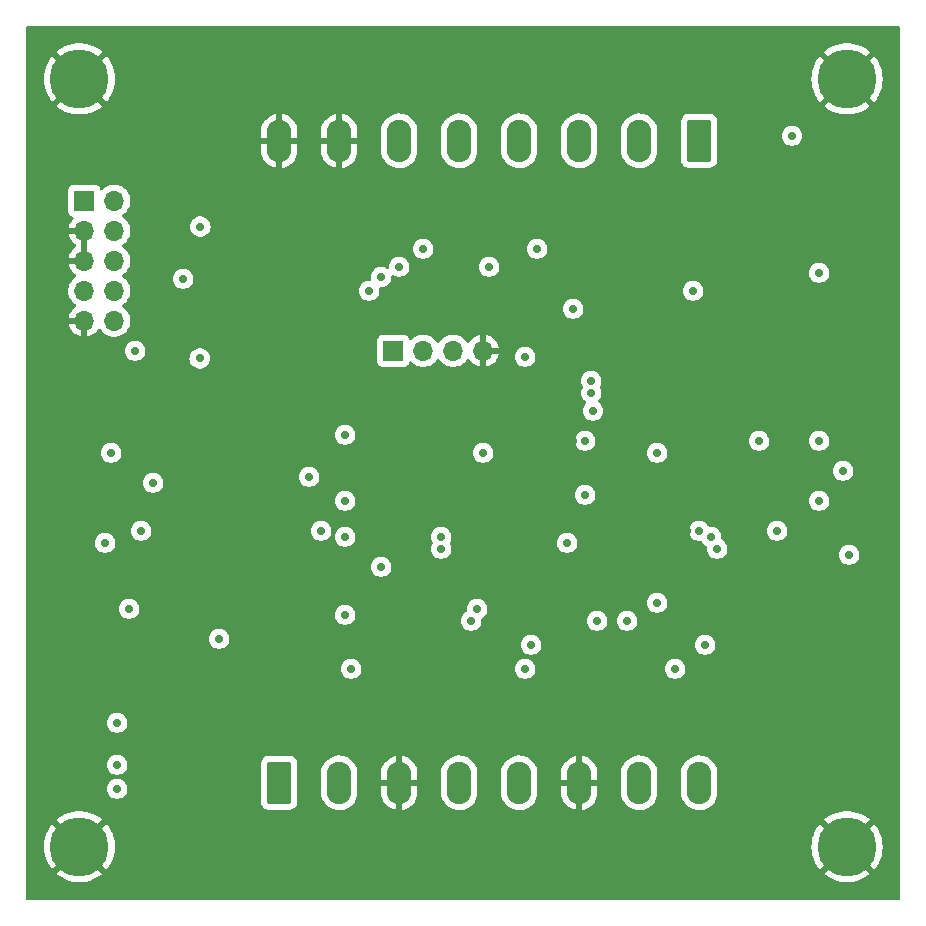
<source format=gbr>
%TF.GenerationSoftware,KiCad,Pcbnew,(6.99.0-4793-g33d76f63b0-dirty)*%
%TF.CreationDate,2022-12-11T21:29:41+01:00*%
%TF.ProjectId,resolver-to-sincos,7265736f-6c76-4657-922d-746f2d73696e,rev?*%
%TF.SameCoordinates,Original*%
%TF.FileFunction,Copper,L2,Inr*%
%TF.FilePolarity,Positive*%
%FSLAX46Y46*%
G04 Gerber Fmt 4.6, Leading zero omitted, Abs format (unit mm)*
G04 Created by KiCad (PCBNEW (6.99.0-4793-g33d76f63b0-dirty)) date 2022-12-11 21:29:41*
%MOMM*%
%LPD*%
G01*
G04 APERTURE LIST*
G04 Aperture macros list*
%AMRoundRect*
0 Rectangle with rounded corners*
0 $1 Rounding radius*
0 $2 $3 $4 $5 $6 $7 $8 $9 X,Y pos of 4 corners*
0 Add a 4 corners polygon primitive as box body*
4,1,4,$2,$3,$4,$5,$6,$7,$8,$9,$2,$3,0*
0 Add four circle primitives for the rounded corners*
1,1,$1+$1,$2,$3*
1,1,$1+$1,$4,$5*
1,1,$1+$1,$6,$7*
1,1,$1+$1,$8,$9*
0 Add four rect primitives between the rounded corners*
20,1,$1+$1,$2,$3,$4,$5,0*
20,1,$1+$1,$4,$5,$6,$7,0*
20,1,$1+$1,$6,$7,$8,$9,0*
20,1,$1+$1,$8,$9,$2,$3,0*%
G04 Aperture macros list end*
%TA.AperFunction,ComponentPad*%
%ADD10C,5.000000*%
%TD*%
%TA.AperFunction,ComponentPad*%
%ADD11R,1.700000X1.700000*%
%TD*%
%TA.AperFunction,ComponentPad*%
%ADD12O,1.700000X1.700000*%
%TD*%
%TA.AperFunction,ComponentPad*%
%ADD13RoundRect,0.249999X-0.790001X-1.550001X0.790001X-1.550001X0.790001X1.550001X-0.790001X1.550001X0*%
%TD*%
%TA.AperFunction,ComponentPad*%
%ADD14O,2.080000X3.600000*%
%TD*%
%TA.AperFunction,ComponentPad*%
%ADD15RoundRect,0.249999X0.790001X1.550001X-0.790001X1.550001X-0.790001X-1.550001X0.790001X-1.550001X0*%
%TD*%
%TA.AperFunction,ViaPad*%
%ADD16C,0.700000*%
%TD*%
G04 APERTURE END LIST*
D10*
%TO.N,GND*%
%TO.C,H3*%
X170000000Y-105000000D03*
%TD*%
%TO.N,GND*%
%TO.C,H2*%
X170000000Y-170000000D03*
%TD*%
D11*
%TO.N,+3.3V*%
%TO.C,J1*%
X105419499Y-115310999D03*
D12*
%TO.N,/Microprocessor/SWDIO*%
X107959499Y-115310999D03*
%TO.N,GND*%
X105419499Y-117850999D03*
%TO.N,/Microprocessor/SWCK*%
X107959499Y-117850999D03*
%TO.N,GND*%
X105419499Y-120390999D03*
%TO.N,unconnected-(J1-SWO{slash}TDO)*%
X107959499Y-120390999D03*
%TO.N,unconnected-(J1-KEY)*%
X105419499Y-122930999D03*
%TO.N,unconnected-(J1-NC{slash}TDI)*%
X107959499Y-122930999D03*
%TO.N,GND*%
X105419499Y-125470999D03*
%TO.N,/Microprocessor/~{RESET}*%
X107959499Y-125470999D03*
%TD*%
D13*
%TO.N,Net-(J2-Pin_1)*%
%TO.C,J2*%
X121920000Y-164592000D03*
D14*
%TO.N,Net-(J2-Pin_2)*%
X126999999Y-164591999D03*
%TO.N,GND*%
X132079999Y-164591999D03*
%TO.N,Net-(J2-Pin_4)*%
X137159999Y-164591999D03*
%TO.N,Net-(J2-Pin_5)*%
X142239999Y-164591999D03*
%TO.N,GND*%
X147319999Y-164591999D03*
%TO.N,Net-(J2-Pin_7)*%
X152399999Y-164591999D03*
%TO.N,Net-(J2-Pin_8)*%
X157479999Y-164591999D03*
%TD*%
D10*
%TO.N,GND*%
%TO.C,H1*%
X105000000Y-170000000D03*
%TD*%
D11*
%TO.N,+3.3V*%
%TO.C,J4*%
X131571999Y-128015999D03*
D12*
%TO.N,/Microprocessor/USART4_TX*%
X134111999Y-128015999D03*
%TO.N,/Microprocessor/USART4_RX*%
X136651999Y-128015999D03*
%TO.N,GND*%
X139191999Y-128015999D03*
%TD*%
D10*
%TO.N,GND*%
%TO.C,H4*%
X105000000Y-105000000D03*
%TD*%
D15*
%TO.N,+5V*%
%TO.C,J3*%
X157480000Y-110236000D03*
D14*
X152399999Y-110235999D03*
%TO.N,Net-(J3-Pin_3)*%
X147319999Y-110235999D03*
%TO.N,Net-(J3-Pin_4)*%
X142239999Y-110235999D03*
%TO.N,Net-(J3-Pin_5)*%
X137159999Y-110235999D03*
%TO.N,Net-(J3-Pin_6)*%
X132079999Y-110235999D03*
%TO.N,GND*%
X126999999Y-110235999D03*
X121919999Y-110235999D03*
%TD*%
D16*
%TO.N,GND*%
X140716000Y-152258500D03*
X163068000Y-121412000D03*
X146812000Y-135636000D03*
X140716000Y-134620000D03*
X153416000Y-152400000D03*
X116848332Y-118364174D03*
X125984000Y-154940000D03*
X171196000Y-120904000D03*
X107696000Y-151384000D03*
X136144000Y-119380000D03*
X153416000Y-154940000D03*
X153924000Y-134620000D03*
X118237000Y-128664000D03*
X140716000Y-154940000D03*
X125476000Y-161036000D03*
X167640000Y-142240000D03*
X172212000Y-112776000D03*
X159004000Y-120904000D03*
X109220000Y-137668000D03*
X115316000Y-115824000D03*
X119380000Y-142240000D03*
X156464000Y-143256000D03*
X146304000Y-146304000D03*
X148844000Y-161036000D03*
X161036000Y-120904000D03*
X146304000Y-127000000D03*
X145796000Y-119380000D03*
X146304000Y-134112000D03*
X107696000Y-147320000D03*
X109728000Y-141224000D03*
X125476000Y-141224000D03*
X153924000Y-161036000D03*
X108204000Y-156458000D03*
X145796000Y-161036000D03*
X130556000Y-161036000D03*
X135636000Y-142240000D03*
X109728000Y-129540000D03*
X169672000Y-120904000D03*
X135636000Y-114300000D03*
X145796000Y-114300000D03*
X150876000Y-114300000D03*
X102616000Y-111760000D03*
X140716000Y-114300000D03*
X163576000Y-135128000D03*
X131064000Y-134620000D03*
X140208000Y-161036000D03*
X172440500Y-110822500D03*
%TO.N,Net-(U2B--)*%
X157988000Y-152908000D03*
X159004000Y-144780000D03*
%TO.N,Net-(U2B-+)*%
X151384000Y-150876000D03*
X158496000Y-143764000D03*
%TO.N,/OUT_SIN_P*%
X169672000Y-138176000D03*
X139700000Y-120904000D03*
%TO.N,Net-(U4A-+)*%
X127508000Y-140716000D03*
X127508000Y-135128000D03*
%TO.N,/OUT_COS_P*%
X124460000Y-138684000D03*
X129540000Y-122936000D03*
%TO.N,Net-(U4C-+)*%
X135636000Y-143764000D03*
X138176000Y-150876000D03*
%TO.N,+5V*%
X108204000Y-163068000D03*
X107696000Y-136652000D03*
X167640000Y-121412000D03*
X142748000Y-154940000D03*
X143764000Y-119380000D03*
X165328500Y-109806500D03*
X155448000Y-154940000D03*
X147828000Y-135636000D03*
X134112000Y-119380000D03*
X128016000Y-154940000D03*
X148477500Y-133096000D03*
X157480000Y-143256000D03*
X125476000Y-143256000D03*
X110236000Y-143256000D03*
%TO.N,/OUT_COS_N*%
X130556000Y-146304000D03*
X130556000Y-121778500D03*
%TO.N,/OUT_SIN_N*%
X170180000Y-145288000D03*
X132080000Y-120904000D03*
%TO.N,/U_REF*%
X138684000Y-149860000D03*
X109220000Y-149860000D03*
X111252000Y-139192000D03*
X108204000Y-165100000D03*
X148844000Y-150876000D03*
X153924000Y-136652000D03*
X164084000Y-143256000D03*
X153924000Y-149352000D03*
X162560000Y-135636000D03*
X127508000Y-150368000D03*
X139192000Y-136652000D03*
X127508000Y-143764000D03*
%TO.N,SW_POS*%
X146304000Y-144272000D03*
X148336000Y-130556000D03*
%TO.N,SW_NEG*%
X148336000Y-131572000D03*
X147828000Y-140208000D03*
%TO.N,Net-(U2D-+)*%
X167640000Y-135636000D03*
X167640000Y-140716000D03*
%TO.N,Net-(U4C--)*%
X143256000Y-152908000D03*
X135636000Y-144780000D03*
%TO.N,+3.3V*%
X107188000Y-144272000D03*
X142748000Y-128524000D03*
X115245079Y-117499187D03*
X108204000Y-159512000D03*
X146812000Y-124460000D03*
X109728000Y-128016000D03*
X156972000Y-122936000D03*
X115189000Y-128664000D03*
%TO.N,RESOLVER_TX*%
X113792000Y-121920000D03*
X116840000Y-152400000D03*
%TD*%
%TA.AperFunction,Conductor*%
%TO.N,GND*%
G36*
X174437000Y-100516881D02*
G01*
X174483119Y-100563000D01*
X174500000Y-100626000D01*
X174500000Y-174374000D01*
X174483119Y-174437000D01*
X174437000Y-174483119D01*
X174374000Y-174500000D01*
X100626000Y-174500000D01*
X100563000Y-174483119D01*
X100516881Y-174437000D01*
X100500000Y-174374000D01*
X100500000Y-172298748D01*
X103065827Y-172298748D01*
X103073638Y-172310256D01*
X103197894Y-172414519D01*
X103203764Y-172418889D01*
X103490396Y-172607409D01*
X103496718Y-172611059D01*
X103803303Y-172765032D01*
X103810018Y-172767928D01*
X104132380Y-172885258D01*
X104139403Y-172887361D01*
X104473225Y-172966479D01*
X104480413Y-172967746D01*
X104821159Y-173007574D01*
X104828473Y-173008000D01*
X105171527Y-173008000D01*
X105178840Y-173007574D01*
X105519586Y-172967746D01*
X105526774Y-172966479D01*
X105860596Y-172887361D01*
X105867619Y-172885258D01*
X106189981Y-172767928D01*
X106196696Y-172765032D01*
X106503281Y-172611059D01*
X106509603Y-172607409D01*
X106796235Y-172418889D01*
X106802105Y-172414519D01*
X106926360Y-172310256D01*
X106934171Y-172298749D01*
X106934170Y-172298748D01*
X168065827Y-172298748D01*
X168073638Y-172310256D01*
X168197894Y-172414519D01*
X168203764Y-172418889D01*
X168490396Y-172607409D01*
X168496718Y-172611059D01*
X168803303Y-172765032D01*
X168810018Y-172767928D01*
X169132380Y-172885258D01*
X169139403Y-172887361D01*
X169473225Y-172966479D01*
X169480413Y-172967746D01*
X169821159Y-173007574D01*
X169828473Y-173008000D01*
X170171527Y-173008000D01*
X170178840Y-173007574D01*
X170519586Y-172967746D01*
X170526774Y-172966479D01*
X170860596Y-172887361D01*
X170867619Y-172885258D01*
X171189981Y-172767928D01*
X171196696Y-172765032D01*
X171503281Y-172611059D01*
X171509603Y-172607409D01*
X171796235Y-172418889D01*
X171802105Y-172414519D01*
X171926360Y-172310256D01*
X171934171Y-172298749D01*
X171927392Y-172286603D01*
X170011729Y-170370939D01*
X170000000Y-170364167D01*
X169988270Y-170370939D01*
X168072605Y-172286604D01*
X168065827Y-172298748D01*
X106934170Y-172298748D01*
X106927392Y-172286603D01*
X105011729Y-170370939D01*
X105000000Y-170364167D01*
X104988270Y-170370939D01*
X103072605Y-172286604D01*
X103065827Y-172298748D01*
X100500000Y-172298748D01*
X100500000Y-170003657D01*
X101987115Y-170003657D01*
X102007062Y-170346143D01*
X102007910Y-170353403D01*
X102067482Y-170691255D01*
X102069172Y-170698382D01*
X102167563Y-171027029D01*
X102170066Y-171033908D01*
X102305943Y-171348907D01*
X102309231Y-171355453D01*
X102480760Y-171652550D01*
X102484778Y-171658659D01*
X102688343Y-171932094D01*
X102697817Y-171937875D01*
X102709691Y-171931096D01*
X104629059Y-170011729D01*
X104635831Y-170000000D01*
X105364167Y-170000000D01*
X105370939Y-170011729D01*
X107290306Y-171931095D01*
X107302182Y-171937875D01*
X107311655Y-171932095D01*
X107515221Y-171658659D01*
X107519239Y-171652550D01*
X107690768Y-171355453D01*
X107694056Y-171348907D01*
X107829933Y-171033908D01*
X107832436Y-171027029D01*
X107930827Y-170698382D01*
X107932517Y-170691255D01*
X107992089Y-170353403D01*
X107992937Y-170346143D01*
X108012885Y-170003657D01*
X166987115Y-170003657D01*
X167007062Y-170346143D01*
X167007910Y-170353403D01*
X167067482Y-170691255D01*
X167069172Y-170698382D01*
X167167563Y-171027029D01*
X167170066Y-171033908D01*
X167305943Y-171348907D01*
X167309231Y-171355453D01*
X167480760Y-171652550D01*
X167484778Y-171658659D01*
X167688343Y-171932094D01*
X167697817Y-171937875D01*
X167709691Y-171931096D01*
X169629059Y-170011729D01*
X169635831Y-170000000D01*
X170364167Y-170000000D01*
X170370939Y-170011729D01*
X172290306Y-171931095D01*
X172302182Y-171937875D01*
X172311655Y-171932095D01*
X172515221Y-171658659D01*
X172519239Y-171652550D01*
X172690768Y-171355453D01*
X172694056Y-171348907D01*
X172829933Y-171033908D01*
X172832436Y-171027029D01*
X172930827Y-170698382D01*
X172932517Y-170691255D01*
X172992089Y-170353403D01*
X172992937Y-170346143D01*
X173012885Y-170003657D01*
X173012885Y-169996343D01*
X172992937Y-169653856D01*
X172992089Y-169646596D01*
X172932517Y-169308744D01*
X172930827Y-169301617D01*
X172832436Y-168972970D01*
X172829933Y-168966091D01*
X172694056Y-168651092D01*
X172690768Y-168644546D01*
X172519239Y-168347449D01*
X172515221Y-168341340D01*
X172311657Y-168067906D01*
X172302181Y-168062123D01*
X172290307Y-168068902D01*
X170370939Y-169988270D01*
X170364167Y-170000000D01*
X169635831Y-170000000D01*
X169629059Y-169988270D01*
X167709693Y-168068904D01*
X167697817Y-168062124D01*
X167688342Y-168067906D01*
X167484778Y-168341340D01*
X167480760Y-168347449D01*
X167309231Y-168644546D01*
X167305943Y-168651092D01*
X167170066Y-168966091D01*
X167167563Y-168972970D01*
X167069172Y-169301617D01*
X167067482Y-169308744D01*
X167007910Y-169646596D01*
X167007062Y-169653856D01*
X166987115Y-169996343D01*
X166987115Y-170003657D01*
X108012885Y-170003657D01*
X108012885Y-169996343D01*
X107992937Y-169653856D01*
X107992089Y-169646596D01*
X107932517Y-169308744D01*
X107930827Y-169301617D01*
X107832436Y-168972970D01*
X107829933Y-168966091D01*
X107694056Y-168651092D01*
X107690768Y-168644546D01*
X107519239Y-168347449D01*
X107515221Y-168341340D01*
X107311657Y-168067906D01*
X107302181Y-168062123D01*
X107290307Y-168068902D01*
X105370939Y-169988270D01*
X105364167Y-170000000D01*
X104635831Y-170000000D01*
X104629059Y-169988270D01*
X102709693Y-168068904D01*
X102697817Y-168062124D01*
X102688342Y-168067906D01*
X102484778Y-168341340D01*
X102480760Y-168347449D01*
X102309231Y-168644546D01*
X102305943Y-168651092D01*
X102170066Y-168966091D01*
X102167563Y-168972970D01*
X102069172Y-169301617D01*
X102067482Y-169308744D01*
X102007910Y-169646596D01*
X102007062Y-169653856D01*
X101987115Y-169996343D01*
X101987115Y-170003657D01*
X100500000Y-170003657D01*
X100500000Y-167701250D01*
X103065827Y-167701250D01*
X103072605Y-167713394D01*
X104988270Y-169629059D01*
X105000000Y-169635831D01*
X105011729Y-169629059D01*
X106927393Y-167713394D01*
X106934171Y-167701250D01*
X168065827Y-167701250D01*
X168072605Y-167713394D01*
X169988270Y-169629059D01*
X170000000Y-169635831D01*
X170011729Y-169629059D01*
X171927393Y-167713394D01*
X171934171Y-167701250D01*
X171926360Y-167689742D01*
X171802105Y-167585480D01*
X171796235Y-167581110D01*
X171509603Y-167392590D01*
X171503281Y-167388940D01*
X171196696Y-167234967D01*
X171189981Y-167232071D01*
X170867619Y-167114741D01*
X170860596Y-167112638D01*
X170526774Y-167033520D01*
X170519586Y-167032253D01*
X170178840Y-166992425D01*
X170171527Y-166992000D01*
X169828473Y-166992000D01*
X169821159Y-166992425D01*
X169480413Y-167032253D01*
X169473225Y-167033520D01*
X169139403Y-167112638D01*
X169132380Y-167114741D01*
X168810018Y-167232071D01*
X168803303Y-167234967D01*
X168496718Y-167388940D01*
X168490396Y-167392590D01*
X168203764Y-167581110D01*
X168197894Y-167585480D01*
X168073638Y-167689742D01*
X168065827Y-167701250D01*
X106934171Y-167701250D01*
X106926360Y-167689742D01*
X106802105Y-167585480D01*
X106796235Y-167581110D01*
X106509603Y-167392590D01*
X106503281Y-167388940D01*
X106196696Y-167234967D01*
X106189981Y-167232071D01*
X105867619Y-167114741D01*
X105860596Y-167112638D01*
X105526774Y-167033520D01*
X105519586Y-167032253D01*
X105178840Y-166992425D01*
X105171527Y-166992000D01*
X104828473Y-166992000D01*
X104821159Y-166992425D01*
X104480413Y-167032253D01*
X104473225Y-167033520D01*
X104139403Y-167112638D01*
X104132380Y-167114741D01*
X103810018Y-167232071D01*
X103803303Y-167234967D01*
X103496718Y-167388940D01*
X103490396Y-167392590D01*
X103203764Y-167581110D01*
X103197894Y-167585480D01*
X103073638Y-167689742D01*
X103065827Y-167701250D01*
X100500000Y-167701250D01*
X100500000Y-166192546D01*
X120371500Y-166192546D01*
X120371824Y-166195724D01*
X120371825Y-166195730D01*
X120381361Y-166289072D01*
X120382113Y-166296427D01*
X120384274Y-166302950D01*
X120384275Y-166302952D01*
X120411584Y-166385368D01*
X120437885Y-166464739D01*
X120441732Y-166470976D01*
X120441735Y-166470982D01*
X120527116Y-166609404D01*
X120530970Y-166615652D01*
X120656348Y-166741030D01*
X120714636Y-166776982D01*
X120801017Y-166830264D01*
X120801019Y-166830265D01*
X120807261Y-166834115D01*
X120975573Y-166889887D01*
X121079454Y-166900500D01*
X122757341Y-166900500D01*
X122760546Y-166900500D01*
X122864427Y-166889887D01*
X123032739Y-166834115D01*
X123183652Y-166741030D01*
X123309030Y-166615652D01*
X123402115Y-166464739D01*
X123457887Y-166296427D01*
X123468500Y-166192546D01*
X123468500Y-165414407D01*
X125451500Y-165414407D01*
X125451704Y-165416930D01*
X125451705Y-165416954D01*
X125466171Y-165596142D01*
X125466580Y-165601205D01*
X125467793Y-165606129D01*
X125467794Y-165606131D01*
X125525160Y-165838872D01*
X125526413Y-165843956D01*
X125528397Y-165848614D01*
X125528400Y-165848621D01*
X125578171Y-165965437D01*
X125624410Y-166073965D01*
X125758035Y-166285276D01*
X125923826Y-166472415D01*
X126117490Y-166630537D01*
X126121890Y-166633077D01*
X126121894Y-166633080D01*
X126186438Y-166670344D01*
X126334010Y-166755545D01*
X126567779Y-166844201D01*
X126812742Y-166894211D01*
X127062555Y-166904278D01*
X127310748Y-166874142D01*
X127550892Y-166804583D01*
X127776769Y-166697403D01*
X127982528Y-166555378D01*
X128162840Y-166382186D01*
X128313035Y-166182313D01*
X128429223Y-165960935D01*
X128508395Y-165723786D01*
X128548500Y-165477008D01*
X128548500Y-165411833D01*
X130532000Y-165411833D01*
X130532205Y-165416930D01*
X130546666Y-165596061D01*
X130548289Y-165606050D01*
X130605675Y-165838872D01*
X130608878Y-165848466D01*
X130702862Y-166069054D01*
X130707570Y-166078026D01*
X130835724Y-166280684D01*
X130841805Y-166288776D01*
X131000802Y-166468246D01*
X131008111Y-166475267D01*
X131193834Y-166626906D01*
X131202179Y-166632667D01*
X131409819Y-166752547D01*
X131418980Y-166756894D01*
X131643165Y-166841916D01*
X131652896Y-166844735D01*
X131812273Y-166877272D01*
X131823526Y-166877046D01*
X131826000Y-166866062D01*
X131826000Y-166862649D01*
X132334000Y-166862649D01*
X132337902Y-166876122D01*
X132351749Y-166878372D01*
X132385597Y-166874263D01*
X132395532Y-166872234D01*
X132625836Y-166805526D01*
X132635298Y-166801938D01*
X132851936Y-166699143D01*
X132860689Y-166694089D01*
X133058033Y-166557871D01*
X133065871Y-166551472D01*
X133238803Y-166385368D01*
X133245511Y-166377797D01*
X133389566Y-166186096D01*
X133394966Y-166177557D01*
X133506403Y-165965230D01*
X133510369Y-165955921D01*
X133586297Y-165728490D01*
X133588723Y-165718645D01*
X133627185Y-165481978D01*
X133628000Y-165471891D01*
X133628000Y-165414407D01*
X135611500Y-165414407D01*
X135611704Y-165416930D01*
X135611705Y-165416954D01*
X135626171Y-165596142D01*
X135626580Y-165601205D01*
X135627793Y-165606129D01*
X135627794Y-165606131D01*
X135685160Y-165838872D01*
X135686413Y-165843956D01*
X135688397Y-165848614D01*
X135688400Y-165848621D01*
X135738171Y-165965437D01*
X135784410Y-166073965D01*
X135918035Y-166285276D01*
X136083826Y-166472415D01*
X136277490Y-166630537D01*
X136281890Y-166633077D01*
X136281894Y-166633080D01*
X136346438Y-166670344D01*
X136494010Y-166755545D01*
X136727779Y-166844201D01*
X136972742Y-166894211D01*
X137222555Y-166904278D01*
X137470748Y-166874142D01*
X137710892Y-166804583D01*
X137936769Y-166697403D01*
X138142528Y-166555378D01*
X138322840Y-166382186D01*
X138473035Y-166182313D01*
X138589223Y-165960935D01*
X138668395Y-165723786D01*
X138708500Y-165477008D01*
X138708500Y-165414407D01*
X140691500Y-165414407D01*
X140691704Y-165416930D01*
X140691705Y-165416954D01*
X140706171Y-165596142D01*
X140706580Y-165601205D01*
X140707793Y-165606129D01*
X140707794Y-165606131D01*
X140765160Y-165838872D01*
X140766413Y-165843956D01*
X140768397Y-165848614D01*
X140768400Y-165848621D01*
X140818171Y-165965437D01*
X140864410Y-166073965D01*
X140998035Y-166285276D01*
X141163826Y-166472415D01*
X141357490Y-166630537D01*
X141361890Y-166633077D01*
X141361894Y-166633080D01*
X141426438Y-166670344D01*
X141574010Y-166755545D01*
X141807779Y-166844201D01*
X142052742Y-166894211D01*
X142302555Y-166904278D01*
X142550748Y-166874142D01*
X142790892Y-166804583D01*
X143016769Y-166697403D01*
X143222528Y-166555378D01*
X143402840Y-166382186D01*
X143553035Y-166182313D01*
X143669223Y-165960935D01*
X143748395Y-165723786D01*
X143788500Y-165477008D01*
X143788500Y-165411833D01*
X145772000Y-165411833D01*
X145772205Y-165416930D01*
X145786666Y-165596061D01*
X145788289Y-165606050D01*
X145845675Y-165838872D01*
X145848878Y-165848466D01*
X145942862Y-166069054D01*
X145947570Y-166078026D01*
X146075724Y-166280684D01*
X146081805Y-166288776D01*
X146240802Y-166468246D01*
X146248111Y-166475267D01*
X146433834Y-166626906D01*
X146442179Y-166632667D01*
X146649819Y-166752547D01*
X146658980Y-166756894D01*
X146883165Y-166841916D01*
X146892896Y-166844735D01*
X147052273Y-166877272D01*
X147063526Y-166877046D01*
X147066000Y-166866062D01*
X147066000Y-166862649D01*
X147574000Y-166862649D01*
X147577902Y-166876122D01*
X147591749Y-166878372D01*
X147625597Y-166874263D01*
X147635532Y-166872234D01*
X147865836Y-166805526D01*
X147875298Y-166801938D01*
X148091936Y-166699143D01*
X148100689Y-166694089D01*
X148298033Y-166557871D01*
X148305871Y-166551472D01*
X148478803Y-166385368D01*
X148485511Y-166377797D01*
X148629566Y-166186096D01*
X148634966Y-166177557D01*
X148746403Y-165965230D01*
X148750369Y-165955921D01*
X148826297Y-165728490D01*
X148828723Y-165718645D01*
X148867185Y-165481978D01*
X148868000Y-165471891D01*
X148868000Y-165414407D01*
X150851500Y-165414407D01*
X150851704Y-165416930D01*
X150851705Y-165416954D01*
X150866171Y-165596142D01*
X150866580Y-165601205D01*
X150867793Y-165606129D01*
X150867794Y-165606131D01*
X150925160Y-165838872D01*
X150926413Y-165843956D01*
X150928397Y-165848614D01*
X150928400Y-165848621D01*
X150978171Y-165965437D01*
X151024410Y-166073965D01*
X151158035Y-166285276D01*
X151323826Y-166472415D01*
X151517490Y-166630537D01*
X151521890Y-166633077D01*
X151521894Y-166633080D01*
X151586438Y-166670344D01*
X151734010Y-166755545D01*
X151967779Y-166844201D01*
X152212742Y-166894211D01*
X152462555Y-166904278D01*
X152710748Y-166874142D01*
X152950892Y-166804583D01*
X153176769Y-166697403D01*
X153382528Y-166555378D01*
X153562840Y-166382186D01*
X153713035Y-166182313D01*
X153829223Y-165960935D01*
X153908395Y-165723786D01*
X153948500Y-165477008D01*
X153948500Y-165414407D01*
X155931500Y-165414407D01*
X155931704Y-165416930D01*
X155931705Y-165416954D01*
X155946171Y-165596142D01*
X155946580Y-165601205D01*
X155947793Y-165606129D01*
X155947794Y-165606131D01*
X156005160Y-165838872D01*
X156006413Y-165843956D01*
X156008397Y-165848614D01*
X156008400Y-165848621D01*
X156058171Y-165965437D01*
X156104410Y-166073965D01*
X156238035Y-166285276D01*
X156403826Y-166472415D01*
X156597490Y-166630537D01*
X156601890Y-166633077D01*
X156601894Y-166633080D01*
X156666438Y-166670344D01*
X156814010Y-166755545D01*
X157047779Y-166844201D01*
X157292742Y-166894211D01*
X157542555Y-166904278D01*
X157790748Y-166874142D01*
X158030892Y-166804583D01*
X158256769Y-166697403D01*
X158462528Y-166555378D01*
X158642840Y-166382186D01*
X158793035Y-166182313D01*
X158909223Y-165960935D01*
X158988395Y-165723786D01*
X159028500Y-165477008D01*
X159028500Y-163769593D01*
X159013420Y-163582795D01*
X158953587Y-163340044D01*
X158855590Y-163110035D01*
X158721965Y-162898724D01*
X158556174Y-162711585D01*
X158552240Y-162708373D01*
X158552237Y-162708370D01*
X158366450Y-162556680D01*
X158362510Y-162553463D01*
X158358111Y-162550923D01*
X158358105Y-162550919D01*
X158180125Y-162448163D01*
X158145990Y-162428455D01*
X158141237Y-162426652D01*
X158141234Y-162426651D01*
X157916974Y-162341601D01*
X157916967Y-162341599D01*
X157912221Y-162339799D01*
X157907248Y-162338783D01*
X157907242Y-162338782D01*
X157672223Y-162290802D01*
X157672215Y-162290801D01*
X157667258Y-162289789D01*
X157662203Y-162289585D01*
X157662193Y-162289584D01*
X157422521Y-162279926D01*
X157422514Y-162279926D01*
X157417445Y-162279722D01*
X157412408Y-162280333D01*
X157412398Y-162280334D01*
X157174299Y-162309245D01*
X157174296Y-162309245D01*
X157169252Y-162309858D01*
X157164375Y-162311270D01*
X157164368Y-162311272D01*
X156933979Y-162378005D01*
X156933966Y-162378009D01*
X156929108Y-162379417D01*
X156924538Y-162381585D01*
X156924526Y-162381590D01*
X156707821Y-162484418D01*
X156707811Y-162484423D01*
X156703231Y-162486597D01*
X156699059Y-162489476D01*
X156699048Y-162489483D01*
X156501649Y-162625738D01*
X156501642Y-162625743D01*
X156497472Y-162628622D01*
X156493815Y-162632134D01*
X156493812Y-162632137D01*
X156320820Y-162798298D01*
X156320816Y-162798301D01*
X156317160Y-162801814D01*
X156314117Y-162805862D01*
X156314112Y-162805869D01*
X156172245Y-162994660D01*
X156166965Y-163001687D01*
X156164607Y-163006179D01*
X156164603Y-163006186D01*
X156053140Y-163218562D01*
X156050777Y-163223065D01*
X156049168Y-163227882D01*
X156049168Y-163227884D01*
X155973213Y-163455395D01*
X155973210Y-163455404D01*
X155971605Y-163460214D01*
X155970790Y-163465226D01*
X155970789Y-163465232D01*
X155932314Y-163701980D01*
X155932313Y-163701986D01*
X155931500Y-163706992D01*
X155931500Y-165414407D01*
X153948500Y-165414407D01*
X153948500Y-163769593D01*
X153933420Y-163582795D01*
X153873587Y-163340044D01*
X153775590Y-163110035D01*
X153641965Y-162898724D01*
X153476174Y-162711585D01*
X153472240Y-162708373D01*
X153472237Y-162708370D01*
X153286450Y-162556680D01*
X153282510Y-162553463D01*
X153278111Y-162550923D01*
X153278105Y-162550919D01*
X153100125Y-162448163D01*
X153065990Y-162428455D01*
X153061237Y-162426652D01*
X153061234Y-162426651D01*
X152836974Y-162341601D01*
X152836967Y-162341599D01*
X152832221Y-162339799D01*
X152827248Y-162338783D01*
X152827242Y-162338782D01*
X152592223Y-162290802D01*
X152592215Y-162290801D01*
X152587258Y-162289789D01*
X152582203Y-162289585D01*
X152582193Y-162289584D01*
X152342521Y-162279926D01*
X152342514Y-162279926D01*
X152337445Y-162279722D01*
X152332408Y-162280333D01*
X152332398Y-162280334D01*
X152094299Y-162309245D01*
X152094296Y-162309245D01*
X152089252Y-162309858D01*
X152084375Y-162311270D01*
X152084368Y-162311272D01*
X151853979Y-162378005D01*
X151853966Y-162378009D01*
X151849108Y-162379417D01*
X151844538Y-162381585D01*
X151844526Y-162381590D01*
X151627821Y-162484418D01*
X151627811Y-162484423D01*
X151623231Y-162486597D01*
X151619059Y-162489476D01*
X151619048Y-162489483D01*
X151421649Y-162625738D01*
X151421642Y-162625743D01*
X151417472Y-162628622D01*
X151413815Y-162632134D01*
X151413812Y-162632137D01*
X151240820Y-162798298D01*
X151240816Y-162798301D01*
X151237160Y-162801814D01*
X151234117Y-162805862D01*
X151234112Y-162805869D01*
X151092245Y-162994660D01*
X151086965Y-163001687D01*
X151084607Y-163006179D01*
X151084603Y-163006186D01*
X150973140Y-163218562D01*
X150970777Y-163223065D01*
X150969168Y-163227882D01*
X150969168Y-163227884D01*
X150893213Y-163455395D01*
X150893210Y-163455404D01*
X150891605Y-163460214D01*
X150890790Y-163465226D01*
X150890789Y-163465232D01*
X150852314Y-163701980D01*
X150852313Y-163701986D01*
X150851500Y-163706992D01*
X150851500Y-165414407D01*
X148868000Y-165414407D01*
X148868000Y-164862590D01*
X148864493Y-164849506D01*
X148851410Y-164846000D01*
X147590590Y-164846000D01*
X147577506Y-164849506D01*
X147574000Y-164862590D01*
X147574000Y-166862649D01*
X147066000Y-166862649D01*
X147066000Y-164862590D01*
X147062493Y-164849506D01*
X147049410Y-164846000D01*
X145788590Y-164846000D01*
X145775506Y-164849506D01*
X145772000Y-164862590D01*
X145772000Y-165411833D01*
X143788500Y-165411833D01*
X143788500Y-164321410D01*
X145772000Y-164321410D01*
X145775506Y-164334493D01*
X145788590Y-164338000D01*
X147049410Y-164338000D01*
X147062493Y-164334493D01*
X147066000Y-164321410D01*
X147574000Y-164321410D01*
X147577506Y-164334493D01*
X147590590Y-164338000D01*
X148851410Y-164338000D01*
X148864493Y-164334493D01*
X148868000Y-164321410D01*
X148868000Y-163772167D01*
X148867794Y-163767069D01*
X148853333Y-163587938D01*
X148851710Y-163577949D01*
X148794324Y-163345127D01*
X148791121Y-163335533D01*
X148697137Y-163114945D01*
X148692429Y-163105973D01*
X148564275Y-162903315D01*
X148558194Y-162895223D01*
X148399197Y-162715753D01*
X148391888Y-162708732D01*
X148206165Y-162557093D01*
X148197820Y-162551332D01*
X147990180Y-162431452D01*
X147981019Y-162427105D01*
X147756834Y-162342083D01*
X147747103Y-162339264D01*
X147587726Y-162306727D01*
X147576473Y-162306953D01*
X147574000Y-162317938D01*
X147574000Y-164321410D01*
X147066000Y-164321410D01*
X147066000Y-162321351D01*
X147062097Y-162307877D01*
X147048250Y-162305627D01*
X147014402Y-162309736D01*
X147004467Y-162311765D01*
X146774163Y-162378473D01*
X146764701Y-162382061D01*
X146548063Y-162484856D01*
X146539310Y-162489910D01*
X146341966Y-162626128D01*
X146334128Y-162632527D01*
X146161196Y-162798631D01*
X146154488Y-162806202D01*
X146010433Y-162997903D01*
X146005033Y-163006442D01*
X145893596Y-163218769D01*
X145889630Y-163228078D01*
X145813702Y-163455509D01*
X145811276Y-163465354D01*
X145772814Y-163702021D01*
X145772000Y-163712109D01*
X145772000Y-164321410D01*
X143788500Y-164321410D01*
X143788500Y-163769593D01*
X143773420Y-163582795D01*
X143713587Y-163340044D01*
X143615590Y-163110035D01*
X143481965Y-162898724D01*
X143316174Y-162711585D01*
X143312240Y-162708373D01*
X143312237Y-162708370D01*
X143126450Y-162556680D01*
X143122510Y-162553463D01*
X143118111Y-162550923D01*
X143118105Y-162550919D01*
X142940125Y-162448163D01*
X142905990Y-162428455D01*
X142901237Y-162426652D01*
X142901234Y-162426651D01*
X142676974Y-162341601D01*
X142676967Y-162341599D01*
X142672221Y-162339799D01*
X142667248Y-162338783D01*
X142667242Y-162338782D01*
X142432223Y-162290802D01*
X142432215Y-162290801D01*
X142427258Y-162289789D01*
X142422203Y-162289585D01*
X142422193Y-162289584D01*
X142182521Y-162279926D01*
X142182514Y-162279926D01*
X142177445Y-162279722D01*
X142172408Y-162280333D01*
X142172398Y-162280334D01*
X141934299Y-162309245D01*
X141934296Y-162309245D01*
X141929252Y-162309858D01*
X141924375Y-162311270D01*
X141924368Y-162311272D01*
X141693979Y-162378005D01*
X141693966Y-162378009D01*
X141689108Y-162379417D01*
X141684538Y-162381585D01*
X141684526Y-162381590D01*
X141467821Y-162484418D01*
X141467811Y-162484423D01*
X141463231Y-162486597D01*
X141459059Y-162489476D01*
X141459048Y-162489483D01*
X141261649Y-162625738D01*
X141261642Y-162625743D01*
X141257472Y-162628622D01*
X141253815Y-162632134D01*
X141253812Y-162632137D01*
X141080820Y-162798298D01*
X141080816Y-162798301D01*
X141077160Y-162801814D01*
X141074117Y-162805862D01*
X141074112Y-162805869D01*
X140932245Y-162994660D01*
X140926965Y-163001687D01*
X140924607Y-163006179D01*
X140924603Y-163006186D01*
X140813140Y-163218562D01*
X140810777Y-163223065D01*
X140809168Y-163227882D01*
X140809168Y-163227884D01*
X140733213Y-163455395D01*
X140733210Y-163455404D01*
X140731605Y-163460214D01*
X140730790Y-163465226D01*
X140730789Y-163465232D01*
X140692314Y-163701980D01*
X140692313Y-163701986D01*
X140691500Y-163706992D01*
X140691500Y-165414407D01*
X138708500Y-165414407D01*
X138708500Y-163769593D01*
X138693420Y-163582795D01*
X138633587Y-163340044D01*
X138535590Y-163110035D01*
X138401965Y-162898724D01*
X138236174Y-162711585D01*
X138232240Y-162708373D01*
X138232237Y-162708370D01*
X138046450Y-162556680D01*
X138042510Y-162553463D01*
X138038111Y-162550923D01*
X138038105Y-162550919D01*
X137860125Y-162448163D01*
X137825990Y-162428455D01*
X137821237Y-162426652D01*
X137821234Y-162426651D01*
X137596974Y-162341601D01*
X137596967Y-162341599D01*
X137592221Y-162339799D01*
X137587248Y-162338783D01*
X137587242Y-162338782D01*
X137352223Y-162290802D01*
X137352215Y-162290801D01*
X137347258Y-162289789D01*
X137342203Y-162289585D01*
X137342193Y-162289584D01*
X137102521Y-162279926D01*
X137102514Y-162279926D01*
X137097445Y-162279722D01*
X137092408Y-162280333D01*
X137092398Y-162280334D01*
X136854299Y-162309245D01*
X136854296Y-162309245D01*
X136849252Y-162309858D01*
X136844375Y-162311270D01*
X136844368Y-162311272D01*
X136613979Y-162378005D01*
X136613966Y-162378009D01*
X136609108Y-162379417D01*
X136604538Y-162381585D01*
X136604526Y-162381590D01*
X136387821Y-162484418D01*
X136387811Y-162484423D01*
X136383231Y-162486597D01*
X136379059Y-162489476D01*
X136379048Y-162489483D01*
X136181649Y-162625738D01*
X136181642Y-162625743D01*
X136177472Y-162628622D01*
X136173815Y-162632134D01*
X136173812Y-162632137D01*
X136000820Y-162798298D01*
X136000816Y-162798301D01*
X135997160Y-162801814D01*
X135994117Y-162805862D01*
X135994112Y-162805869D01*
X135852245Y-162994660D01*
X135846965Y-163001687D01*
X135844607Y-163006179D01*
X135844603Y-163006186D01*
X135733140Y-163218562D01*
X135730777Y-163223065D01*
X135729168Y-163227882D01*
X135729168Y-163227884D01*
X135653213Y-163455395D01*
X135653210Y-163455404D01*
X135651605Y-163460214D01*
X135650790Y-163465226D01*
X135650789Y-163465232D01*
X135612314Y-163701980D01*
X135612313Y-163701986D01*
X135611500Y-163706992D01*
X135611500Y-165414407D01*
X133628000Y-165414407D01*
X133628000Y-164862590D01*
X133624493Y-164849506D01*
X133611410Y-164846000D01*
X132350590Y-164846000D01*
X132337506Y-164849506D01*
X132334000Y-164862590D01*
X132334000Y-166862649D01*
X131826000Y-166862649D01*
X131826000Y-164862590D01*
X131822493Y-164849506D01*
X131809410Y-164846000D01*
X130548590Y-164846000D01*
X130535506Y-164849506D01*
X130532000Y-164862590D01*
X130532000Y-165411833D01*
X128548500Y-165411833D01*
X128548500Y-164321410D01*
X130532000Y-164321410D01*
X130535506Y-164334493D01*
X130548590Y-164338000D01*
X131809410Y-164338000D01*
X131822493Y-164334493D01*
X131826000Y-164321410D01*
X132334000Y-164321410D01*
X132337506Y-164334493D01*
X132350590Y-164338000D01*
X133611410Y-164338000D01*
X133624493Y-164334493D01*
X133628000Y-164321410D01*
X133628000Y-163772167D01*
X133627794Y-163767069D01*
X133613333Y-163587938D01*
X133611710Y-163577949D01*
X133554324Y-163345127D01*
X133551121Y-163335533D01*
X133457137Y-163114945D01*
X133452429Y-163105973D01*
X133324275Y-162903315D01*
X133318194Y-162895223D01*
X133159197Y-162715753D01*
X133151888Y-162708732D01*
X132966165Y-162557093D01*
X132957820Y-162551332D01*
X132750180Y-162431452D01*
X132741019Y-162427105D01*
X132516834Y-162342083D01*
X132507103Y-162339264D01*
X132347726Y-162306727D01*
X132336473Y-162306953D01*
X132334000Y-162317938D01*
X132334000Y-164321410D01*
X131826000Y-164321410D01*
X131826000Y-162321351D01*
X131822097Y-162307877D01*
X131808250Y-162305627D01*
X131774402Y-162309736D01*
X131764467Y-162311765D01*
X131534163Y-162378473D01*
X131524701Y-162382061D01*
X131308063Y-162484856D01*
X131299310Y-162489910D01*
X131101966Y-162626128D01*
X131094128Y-162632527D01*
X130921196Y-162798631D01*
X130914488Y-162806202D01*
X130770433Y-162997903D01*
X130765033Y-163006442D01*
X130653596Y-163218769D01*
X130649630Y-163228078D01*
X130573702Y-163455509D01*
X130571276Y-163465354D01*
X130532814Y-163702021D01*
X130532000Y-163712109D01*
X130532000Y-164321410D01*
X128548500Y-164321410D01*
X128548500Y-163769593D01*
X128533420Y-163582795D01*
X128473587Y-163340044D01*
X128375590Y-163110035D01*
X128241965Y-162898724D01*
X128076174Y-162711585D01*
X128072240Y-162708373D01*
X128072237Y-162708370D01*
X127886450Y-162556680D01*
X127882510Y-162553463D01*
X127878111Y-162550923D01*
X127878105Y-162550919D01*
X127700125Y-162448163D01*
X127665990Y-162428455D01*
X127661237Y-162426652D01*
X127661234Y-162426651D01*
X127436974Y-162341601D01*
X127436967Y-162341599D01*
X127432221Y-162339799D01*
X127427248Y-162338783D01*
X127427242Y-162338782D01*
X127192223Y-162290802D01*
X127192215Y-162290801D01*
X127187258Y-162289789D01*
X127182203Y-162289585D01*
X127182193Y-162289584D01*
X126942521Y-162279926D01*
X126942514Y-162279926D01*
X126937445Y-162279722D01*
X126932408Y-162280333D01*
X126932398Y-162280334D01*
X126694299Y-162309245D01*
X126694296Y-162309245D01*
X126689252Y-162309858D01*
X126684375Y-162311270D01*
X126684368Y-162311272D01*
X126453979Y-162378005D01*
X126453966Y-162378009D01*
X126449108Y-162379417D01*
X126444538Y-162381585D01*
X126444526Y-162381590D01*
X126227821Y-162484418D01*
X126227811Y-162484423D01*
X126223231Y-162486597D01*
X126219059Y-162489476D01*
X126219048Y-162489483D01*
X126021649Y-162625738D01*
X126021642Y-162625743D01*
X126017472Y-162628622D01*
X126013815Y-162632134D01*
X126013812Y-162632137D01*
X125840820Y-162798298D01*
X125840816Y-162798301D01*
X125837160Y-162801814D01*
X125834117Y-162805862D01*
X125834112Y-162805869D01*
X125692245Y-162994660D01*
X125686965Y-163001687D01*
X125684607Y-163006179D01*
X125684603Y-163006186D01*
X125573140Y-163218562D01*
X125570777Y-163223065D01*
X125569168Y-163227882D01*
X125569168Y-163227884D01*
X125493213Y-163455395D01*
X125493210Y-163455404D01*
X125491605Y-163460214D01*
X125490790Y-163465226D01*
X125490789Y-163465232D01*
X125452314Y-163701980D01*
X125452313Y-163701986D01*
X125451500Y-163706992D01*
X125451500Y-165414407D01*
X123468500Y-165414407D01*
X123468500Y-162991454D01*
X123457887Y-162887573D01*
X123402115Y-162719261D01*
X123397380Y-162711585D01*
X123312883Y-162574595D01*
X123309030Y-162568348D01*
X123183652Y-162442970D01*
X123156944Y-162426496D01*
X123038982Y-162353735D01*
X123038976Y-162353732D01*
X123032739Y-162349885D01*
X123025777Y-162347578D01*
X123025775Y-162347577D01*
X122870952Y-162296275D01*
X122870950Y-162296274D01*
X122864427Y-162294113D01*
X122857590Y-162293414D01*
X122857588Y-162293414D01*
X122763730Y-162283825D01*
X122763724Y-162283824D01*
X122760546Y-162283500D01*
X121079454Y-162283500D01*
X121076276Y-162283824D01*
X121076269Y-162283825D01*
X120982411Y-162293414D01*
X120982407Y-162293414D01*
X120975573Y-162294113D01*
X120969050Y-162296274D01*
X120969047Y-162296275D01*
X120814224Y-162347577D01*
X120814218Y-162347579D01*
X120807261Y-162349885D01*
X120801026Y-162353730D01*
X120801017Y-162353735D01*
X120662595Y-162439116D01*
X120662590Y-162439119D01*
X120656348Y-162442970D01*
X120651158Y-162448159D01*
X120651154Y-162448163D01*
X120536163Y-162563154D01*
X120536159Y-162563158D01*
X120530970Y-162568348D01*
X120527119Y-162574590D01*
X120527116Y-162574595D01*
X120441735Y-162713017D01*
X120441730Y-162713026D01*
X120437885Y-162719261D01*
X120435579Y-162726218D01*
X120435577Y-162726224D01*
X120409076Y-162806202D01*
X120382113Y-162887573D01*
X120381414Y-162894407D01*
X120381414Y-162894411D01*
X120371825Y-162988269D01*
X120371500Y-162991454D01*
X120371500Y-166192546D01*
X100500000Y-166192546D01*
X100500000Y-165100000D01*
X107340771Y-165100000D01*
X107359635Y-165279475D01*
X107415401Y-165451107D01*
X107505633Y-165607393D01*
X107626387Y-165741504D01*
X107772385Y-165847578D01*
X107937248Y-165920980D01*
X108113768Y-165958500D01*
X108287629Y-165958500D01*
X108294232Y-165958500D01*
X108470752Y-165920980D01*
X108635615Y-165847578D01*
X108781613Y-165741504D01*
X108902367Y-165607393D01*
X108992599Y-165451107D01*
X109048365Y-165279475D01*
X109067229Y-165100000D01*
X109048365Y-164920525D01*
X108992599Y-164748893D01*
X108902367Y-164592607D01*
X108781613Y-164458496D01*
X108635615Y-164352422D01*
X108470752Y-164279020D01*
X108464299Y-164277648D01*
X108464295Y-164277647D01*
X108300689Y-164242872D01*
X108300684Y-164242871D01*
X108294232Y-164241500D01*
X108113768Y-164241500D01*
X108107316Y-164242871D01*
X108107310Y-164242872D01*
X107943704Y-164277647D01*
X107943697Y-164277649D01*
X107937248Y-164279020D01*
X107931218Y-164281704D01*
X107931217Y-164281705D01*
X107778416Y-164349737D01*
X107778414Y-164349738D01*
X107772386Y-164352422D01*
X107767045Y-164356302D01*
X107767044Y-164356303D01*
X107631731Y-164454613D01*
X107631728Y-164454614D01*
X107626387Y-164458496D01*
X107621970Y-164463401D01*
X107621965Y-164463406D01*
X107510052Y-164587699D01*
X107505633Y-164592607D01*
X107502334Y-164598320D01*
X107502331Y-164598325D01*
X107418705Y-164743170D01*
X107415401Y-164748893D01*
X107359635Y-164920525D01*
X107340771Y-165100000D01*
X100500000Y-165100000D01*
X100500000Y-163068000D01*
X107340771Y-163068000D01*
X107359635Y-163247475D01*
X107415401Y-163419107D01*
X107505633Y-163575393D01*
X107626387Y-163709504D01*
X107772385Y-163815578D01*
X107937248Y-163888980D01*
X108113768Y-163926500D01*
X108287629Y-163926500D01*
X108294232Y-163926500D01*
X108470752Y-163888980D01*
X108635615Y-163815578D01*
X108781613Y-163709504D01*
X108902367Y-163575393D01*
X108992599Y-163419107D01*
X109048365Y-163247475D01*
X109067229Y-163068000D01*
X109048365Y-162888525D01*
X108992599Y-162716893D01*
X108902367Y-162560607D01*
X108781613Y-162426496D01*
X108635615Y-162320422D01*
X108470752Y-162247020D01*
X108464299Y-162245648D01*
X108464295Y-162245647D01*
X108300689Y-162210872D01*
X108300684Y-162210871D01*
X108294232Y-162209500D01*
X108113768Y-162209500D01*
X108107316Y-162210871D01*
X108107310Y-162210872D01*
X107943704Y-162245647D01*
X107943697Y-162245649D01*
X107937248Y-162247020D01*
X107931218Y-162249704D01*
X107931217Y-162249705D01*
X107778416Y-162317737D01*
X107778414Y-162317738D01*
X107772386Y-162320422D01*
X107767045Y-162324302D01*
X107767044Y-162324303D01*
X107631731Y-162422613D01*
X107631728Y-162422614D01*
X107626387Y-162426496D01*
X107621970Y-162431401D01*
X107621965Y-162431406D01*
X107514356Y-162550919D01*
X107505633Y-162560607D01*
X107502334Y-162566320D01*
X107502331Y-162566325D01*
X107420322Y-162708370D01*
X107415401Y-162716893D01*
X107413359Y-162723175D01*
X107413359Y-162723177D01*
X107362065Y-162881047D01*
X107359635Y-162888525D01*
X107358945Y-162895088D01*
X107358945Y-162895089D01*
X107348167Y-162997629D01*
X107340771Y-163068000D01*
X100500000Y-163068000D01*
X100500000Y-159512000D01*
X107340771Y-159512000D01*
X107359635Y-159691475D01*
X107415401Y-159863107D01*
X107505633Y-160019393D01*
X107626387Y-160153504D01*
X107772385Y-160259578D01*
X107937248Y-160332980D01*
X108113768Y-160370500D01*
X108287629Y-160370500D01*
X108294232Y-160370500D01*
X108470752Y-160332980D01*
X108635615Y-160259578D01*
X108781613Y-160153504D01*
X108902367Y-160019393D01*
X108992599Y-159863107D01*
X109048365Y-159691475D01*
X109067229Y-159512000D01*
X109048365Y-159332525D01*
X108992599Y-159160893D01*
X108902367Y-159004607D01*
X108781613Y-158870496D01*
X108635615Y-158764422D01*
X108470752Y-158691020D01*
X108464299Y-158689648D01*
X108464295Y-158689647D01*
X108300689Y-158654872D01*
X108300684Y-158654871D01*
X108294232Y-158653500D01*
X108113768Y-158653500D01*
X108107316Y-158654871D01*
X108107310Y-158654872D01*
X107943704Y-158689647D01*
X107943697Y-158689649D01*
X107937248Y-158691020D01*
X107931218Y-158693704D01*
X107931217Y-158693705D01*
X107778416Y-158761737D01*
X107778414Y-158761738D01*
X107772386Y-158764422D01*
X107767045Y-158768302D01*
X107767044Y-158768303D01*
X107631731Y-158866613D01*
X107631728Y-158866614D01*
X107626387Y-158870496D01*
X107621970Y-158875401D01*
X107621965Y-158875406D01*
X107510052Y-158999699D01*
X107505633Y-159004607D01*
X107502334Y-159010320D01*
X107502331Y-159010325D01*
X107418705Y-159155170D01*
X107415401Y-159160893D01*
X107359635Y-159332525D01*
X107340771Y-159512000D01*
X100500000Y-159512000D01*
X100500000Y-154940000D01*
X127152771Y-154940000D01*
X127171635Y-155119475D01*
X127227401Y-155291107D01*
X127317633Y-155447393D01*
X127438387Y-155581504D01*
X127584385Y-155687578D01*
X127749248Y-155760980D01*
X127925768Y-155798500D01*
X128099629Y-155798500D01*
X128106232Y-155798500D01*
X128282752Y-155760980D01*
X128447615Y-155687578D01*
X128593613Y-155581504D01*
X128714367Y-155447393D01*
X128804599Y-155291107D01*
X128860365Y-155119475D01*
X128879229Y-154940000D01*
X141884771Y-154940000D01*
X141903635Y-155119475D01*
X141959401Y-155291107D01*
X142049633Y-155447393D01*
X142170387Y-155581504D01*
X142316385Y-155687578D01*
X142481248Y-155760980D01*
X142657768Y-155798500D01*
X142831629Y-155798500D01*
X142838232Y-155798500D01*
X143014752Y-155760980D01*
X143179615Y-155687578D01*
X143325613Y-155581504D01*
X143446367Y-155447393D01*
X143536599Y-155291107D01*
X143592365Y-155119475D01*
X143611229Y-154940000D01*
X154584771Y-154940000D01*
X154603635Y-155119475D01*
X154659401Y-155291107D01*
X154749633Y-155447393D01*
X154870387Y-155581504D01*
X155016385Y-155687578D01*
X155181248Y-155760980D01*
X155357768Y-155798500D01*
X155531629Y-155798500D01*
X155538232Y-155798500D01*
X155714752Y-155760980D01*
X155879615Y-155687578D01*
X156025613Y-155581504D01*
X156146367Y-155447393D01*
X156236599Y-155291107D01*
X156292365Y-155119475D01*
X156311229Y-154940000D01*
X156292365Y-154760525D01*
X156236599Y-154588893D01*
X156146367Y-154432607D01*
X156025613Y-154298496D01*
X155879615Y-154192422D01*
X155714752Y-154119020D01*
X155708299Y-154117648D01*
X155708295Y-154117647D01*
X155544689Y-154082872D01*
X155544684Y-154082871D01*
X155538232Y-154081500D01*
X155357768Y-154081500D01*
X155351316Y-154082871D01*
X155351310Y-154082872D01*
X155187704Y-154117647D01*
X155187697Y-154117649D01*
X155181248Y-154119020D01*
X155175218Y-154121704D01*
X155175217Y-154121705D01*
X155022416Y-154189737D01*
X155022414Y-154189738D01*
X155016386Y-154192422D01*
X155011045Y-154196302D01*
X155011044Y-154196303D01*
X154875731Y-154294613D01*
X154875728Y-154294614D01*
X154870387Y-154298496D01*
X154865970Y-154303401D01*
X154865965Y-154303406D01*
X154754052Y-154427699D01*
X154749633Y-154432607D01*
X154746334Y-154438320D01*
X154746331Y-154438325D01*
X154662705Y-154583170D01*
X154659401Y-154588893D01*
X154603635Y-154760525D01*
X154584771Y-154940000D01*
X143611229Y-154940000D01*
X143592365Y-154760525D01*
X143536599Y-154588893D01*
X143446367Y-154432607D01*
X143325613Y-154298496D01*
X143179615Y-154192422D01*
X143014752Y-154119020D01*
X143008299Y-154117648D01*
X143008295Y-154117647D01*
X142844689Y-154082872D01*
X142844684Y-154082871D01*
X142838232Y-154081500D01*
X142657768Y-154081500D01*
X142651316Y-154082871D01*
X142651310Y-154082872D01*
X142487704Y-154117647D01*
X142487697Y-154117649D01*
X142481248Y-154119020D01*
X142475218Y-154121704D01*
X142475217Y-154121705D01*
X142322416Y-154189737D01*
X142322414Y-154189738D01*
X142316386Y-154192422D01*
X142311045Y-154196302D01*
X142311044Y-154196303D01*
X142175731Y-154294613D01*
X142175728Y-154294614D01*
X142170387Y-154298496D01*
X142165970Y-154303401D01*
X142165965Y-154303406D01*
X142054052Y-154427699D01*
X142049633Y-154432607D01*
X142046334Y-154438320D01*
X142046331Y-154438325D01*
X141962705Y-154583170D01*
X141959401Y-154588893D01*
X141903635Y-154760525D01*
X141884771Y-154940000D01*
X128879229Y-154940000D01*
X128860365Y-154760525D01*
X128804599Y-154588893D01*
X128714367Y-154432607D01*
X128593613Y-154298496D01*
X128447615Y-154192422D01*
X128282752Y-154119020D01*
X128276299Y-154117648D01*
X128276295Y-154117647D01*
X128112689Y-154082872D01*
X128112684Y-154082871D01*
X128106232Y-154081500D01*
X127925768Y-154081500D01*
X127919316Y-154082871D01*
X127919310Y-154082872D01*
X127755704Y-154117647D01*
X127755697Y-154117649D01*
X127749248Y-154119020D01*
X127743218Y-154121704D01*
X127743217Y-154121705D01*
X127590416Y-154189737D01*
X127590414Y-154189738D01*
X127584386Y-154192422D01*
X127579045Y-154196302D01*
X127579044Y-154196303D01*
X127443731Y-154294613D01*
X127443728Y-154294614D01*
X127438387Y-154298496D01*
X127433970Y-154303401D01*
X127433965Y-154303406D01*
X127322052Y-154427699D01*
X127317633Y-154432607D01*
X127314334Y-154438320D01*
X127314331Y-154438325D01*
X127230705Y-154583170D01*
X127227401Y-154588893D01*
X127171635Y-154760525D01*
X127152771Y-154940000D01*
X100500000Y-154940000D01*
X100500000Y-152400000D01*
X115976771Y-152400000D01*
X115995635Y-152579475D01*
X116051401Y-152751107D01*
X116141633Y-152907393D01*
X116262387Y-153041504D01*
X116408385Y-153147578D01*
X116573248Y-153220980D01*
X116749768Y-153258500D01*
X116923629Y-153258500D01*
X116930232Y-153258500D01*
X117106752Y-153220980D01*
X117271615Y-153147578D01*
X117417613Y-153041504D01*
X117537820Y-152908000D01*
X142392771Y-152908000D01*
X142411635Y-153087475D01*
X142413674Y-153093752D01*
X142413675Y-153093754D01*
X142444825Y-153189624D01*
X142467401Y-153259107D01*
X142557633Y-153415393D01*
X142678387Y-153549504D01*
X142824385Y-153655578D01*
X142989248Y-153728980D01*
X143165768Y-153766500D01*
X143339629Y-153766500D01*
X143346232Y-153766500D01*
X143522752Y-153728980D01*
X143687615Y-153655578D01*
X143833613Y-153549504D01*
X143954367Y-153415393D01*
X144044599Y-153259107D01*
X144100365Y-153087475D01*
X144119229Y-152908000D01*
X157124771Y-152908000D01*
X157143635Y-153087475D01*
X157145674Y-153093752D01*
X157145675Y-153093754D01*
X157176825Y-153189624D01*
X157199401Y-153259107D01*
X157289633Y-153415393D01*
X157410387Y-153549504D01*
X157556385Y-153655578D01*
X157721248Y-153728980D01*
X157897768Y-153766500D01*
X158071629Y-153766500D01*
X158078232Y-153766500D01*
X158254752Y-153728980D01*
X158419615Y-153655578D01*
X158565613Y-153549504D01*
X158686367Y-153415393D01*
X158776599Y-153259107D01*
X158832365Y-153087475D01*
X158851229Y-152908000D01*
X158832365Y-152728525D01*
X158776599Y-152556893D01*
X158686367Y-152400607D01*
X158565613Y-152266496D01*
X158419615Y-152160422D01*
X158254752Y-152087020D01*
X158248299Y-152085648D01*
X158248295Y-152085647D01*
X158084689Y-152050872D01*
X158084684Y-152050871D01*
X158078232Y-152049500D01*
X157897768Y-152049500D01*
X157891316Y-152050871D01*
X157891310Y-152050872D01*
X157727704Y-152085647D01*
X157727697Y-152085649D01*
X157721248Y-152087020D01*
X157715218Y-152089704D01*
X157715217Y-152089705D01*
X157562416Y-152157737D01*
X157562414Y-152157738D01*
X157556386Y-152160422D01*
X157551045Y-152164302D01*
X157551044Y-152164303D01*
X157415731Y-152262613D01*
X157415728Y-152262614D01*
X157410387Y-152266496D01*
X157405970Y-152271401D01*
X157405965Y-152271406D01*
X157294052Y-152395699D01*
X157289633Y-152400607D01*
X157286334Y-152406320D01*
X157286331Y-152406325D01*
X157202705Y-152551170D01*
X157199401Y-152556893D01*
X157197359Y-152563175D01*
X157197359Y-152563177D01*
X157190024Y-152585754D01*
X157143635Y-152728525D01*
X157124771Y-152908000D01*
X144119229Y-152908000D01*
X144100365Y-152728525D01*
X144044599Y-152556893D01*
X143954367Y-152400607D01*
X143833613Y-152266496D01*
X143687615Y-152160422D01*
X143522752Y-152087020D01*
X143516299Y-152085648D01*
X143516295Y-152085647D01*
X143352689Y-152050872D01*
X143352684Y-152050871D01*
X143346232Y-152049500D01*
X143165768Y-152049500D01*
X143159316Y-152050871D01*
X143159310Y-152050872D01*
X142995704Y-152085647D01*
X142995697Y-152085649D01*
X142989248Y-152087020D01*
X142983218Y-152089704D01*
X142983217Y-152089705D01*
X142830416Y-152157737D01*
X142830414Y-152157738D01*
X142824386Y-152160422D01*
X142819045Y-152164302D01*
X142819044Y-152164303D01*
X142683731Y-152262613D01*
X142683728Y-152262614D01*
X142678387Y-152266496D01*
X142673970Y-152271401D01*
X142673965Y-152271406D01*
X142562052Y-152395699D01*
X142557633Y-152400607D01*
X142554334Y-152406320D01*
X142554331Y-152406325D01*
X142470705Y-152551170D01*
X142467401Y-152556893D01*
X142465359Y-152563175D01*
X142465359Y-152563177D01*
X142458024Y-152585754D01*
X142411635Y-152728525D01*
X142392771Y-152908000D01*
X117537820Y-152908000D01*
X117538367Y-152907393D01*
X117628599Y-152751107D01*
X117684365Y-152579475D01*
X117703229Y-152400000D01*
X117684365Y-152220525D01*
X117628599Y-152048893D01*
X117538367Y-151892607D01*
X117417613Y-151758496D01*
X117271615Y-151652422D01*
X117106752Y-151579020D01*
X117100299Y-151577648D01*
X117100295Y-151577647D01*
X116936689Y-151542872D01*
X116936684Y-151542871D01*
X116930232Y-151541500D01*
X116749768Y-151541500D01*
X116743316Y-151542871D01*
X116743310Y-151542872D01*
X116579704Y-151577647D01*
X116579697Y-151577649D01*
X116573248Y-151579020D01*
X116567218Y-151581704D01*
X116567217Y-151581705D01*
X116414416Y-151649737D01*
X116414414Y-151649738D01*
X116408386Y-151652422D01*
X116403045Y-151656302D01*
X116403044Y-151656303D01*
X116267731Y-151754613D01*
X116267728Y-151754614D01*
X116262387Y-151758496D01*
X116257970Y-151763401D01*
X116257965Y-151763406D01*
X116146052Y-151887699D01*
X116141633Y-151892607D01*
X116138334Y-151898320D01*
X116138331Y-151898325D01*
X116054705Y-152043170D01*
X116051401Y-152048893D01*
X116049359Y-152055175D01*
X116049359Y-152055177D01*
X116016036Y-152157737D01*
X115995635Y-152220525D01*
X115976771Y-152400000D01*
X100500000Y-152400000D01*
X100500000Y-149860000D01*
X108356771Y-149860000D01*
X108375635Y-150039475D01*
X108377674Y-150045752D01*
X108377675Y-150045754D01*
X108402177Y-150121164D01*
X108431401Y-150211107D01*
X108521633Y-150367393D01*
X108642387Y-150501504D01*
X108788385Y-150607578D01*
X108953248Y-150680980D01*
X109129768Y-150718500D01*
X109303629Y-150718500D01*
X109310232Y-150718500D01*
X109486752Y-150680980D01*
X109651615Y-150607578D01*
X109797613Y-150501504D01*
X109917820Y-150368000D01*
X126644771Y-150368000D01*
X126663635Y-150547475D01*
X126665674Y-150553752D01*
X126665675Y-150553754D01*
X126684036Y-150610264D01*
X126719401Y-150719107D01*
X126809633Y-150875393D01*
X126930387Y-151009504D01*
X127076385Y-151115578D01*
X127241248Y-151188980D01*
X127417768Y-151226500D01*
X127591629Y-151226500D01*
X127598232Y-151226500D01*
X127774752Y-151188980D01*
X127939615Y-151115578D01*
X128085613Y-151009504D01*
X128205820Y-150876000D01*
X137312771Y-150876000D01*
X137331635Y-151055475D01*
X137333674Y-151061752D01*
X137333675Y-151061754D01*
X137364825Y-151157624D01*
X137387401Y-151227107D01*
X137477633Y-151383393D01*
X137598387Y-151517504D01*
X137744385Y-151623578D01*
X137909248Y-151696980D01*
X138085768Y-151734500D01*
X138259629Y-151734500D01*
X138266232Y-151734500D01*
X138442752Y-151696980D01*
X138607615Y-151623578D01*
X138753613Y-151517504D01*
X138874367Y-151383393D01*
X138964599Y-151227107D01*
X139020365Y-151055475D01*
X139039229Y-150876000D01*
X147980771Y-150876000D01*
X147999635Y-151055475D01*
X148001674Y-151061752D01*
X148001675Y-151061754D01*
X148032825Y-151157624D01*
X148055401Y-151227107D01*
X148145633Y-151383393D01*
X148266387Y-151517504D01*
X148412385Y-151623578D01*
X148577248Y-151696980D01*
X148753768Y-151734500D01*
X148927629Y-151734500D01*
X148934232Y-151734500D01*
X149110752Y-151696980D01*
X149275615Y-151623578D01*
X149421613Y-151517504D01*
X149542367Y-151383393D01*
X149632599Y-151227107D01*
X149688365Y-151055475D01*
X149707229Y-150876000D01*
X150520771Y-150876000D01*
X150539635Y-151055475D01*
X150541674Y-151061752D01*
X150541675Y-151061754D01*
X150572825Y-151157624D01*
X150595401Y-151227107D01*
X150685633Y-151383393D01*
X150806387Y-151517504D01*
X150952385Y-151623578D01*
X151117248Y-151696980D01*
X151293768Y-151734500D01*
X151467629Y-151734500D01*
X151474232Y-151734500D01*
X151650752Y-151696980D01*
X151815615Y-151623578D01*
X151961613Y-151517504D01*
X152082367Y-151383393D01*
X152172599Y-151227107D01*
X152228365Y-151055475D01*
X152247229Y-150876000D01*
X152228365Y-150696525D01*
X152172599Y-150524893D01*
X152082367Y-150368607D01*
X151961613Y-150234496D01*
X151815615Y-150128422D01*
X151650752Y-150055020D01*
X151644299Y-150053648D01*
X151644295Y-150053647D01*
X151480689Y-150018872D01*
X151480684Y-150018871D01*
X151474232Y-150017500D01*
X151293768Y-150017500D01*
X151287316Y-150018871D01*
X151287310Y-150018872D01*
X151123704Y-150053647D01*
X151123697Y-150053649D01*
X151117248Y-150055020D01*
X151111218Y-150057704D01*
X151111217Y-150057705D01*
X150958416Y-150125737D01*
X150958414Y-150125738D01*
X150952386Y-150128422D01*
X150947045Y-150132302D01*
X150947044Y-150132303D01*
X150811731Y-150230613D01*
X150811728Y-150230614D01*
X150806387Y-150234496D01*
X150801970Y-150239401D01*
X150801965Y-150239406D01*
X150691875Y-150361674D01*
X150685633Y-150368607D01*
X150682334Y-150374320D01*
X150682331Y-150374325D01*
X150606663Y-150505386D01*
X150595401Y-150524893D01*
X150593359Y-150531175D01*
X150593359Y-150531177D01*
X150544686Y-150680980D01*
X150539635Y-150696525D01*
X150520771Y-150876000D01*
X149707229Y-150876000D01*
X149688365Y-150696525D01*
X149632599Y-150524893D01*
X149542367Y-150368607D01*
X149421613Y-150234496D01*
X149275615Y-150128422D01*
X149110752Y-150055020D01*
X149104299Y-150053648D01*
X149104295Y-150053647D01*
X148940689Y-150018872D01*
X148940684Y-150018871D01*
X148934232Y-150017500D01*
X148753768Y-150017500D01*
X148747316Y-150018871D01*
X148747310Y-150018872D01*
X148583704Y-150053647D01*
X148583697Y-150053649D01*
X148577248Y-150055020D01*
X148571218Y-150057704D01*
X148571217Y-150057705D01*
X148418416Y-150125737D01*
X148418414Y-150125738D01*
X148412386Y-150128422D01*
X148407045Y-150132302D01*
X148407044Y-150132303D01*
X148271731Y-150230613D01*
X148271728Y-150230614D01*
X148266387Y-150234496D01*
X148261970Y-150239401D01*
X148261965Y-150239406D01*
X148151875Y-150361674D01*
X148145633Y-150368607D01*
X148142334Y-150374320D01*
X148142331Y-150374325D01*
X148066663Y-150505386D01*
X148055401Y-150524893D01*
X148053359Y-150531175D01*
X148053359Y-150531177D01*
X148004686Y-150680980D01*
X147999635Y-150696525D01*
X147980771Y-150876000D01*
X139039229Y-150876000D01*
X139025261Y-150743107D01*
X139030738Y-150691001D01*
X139056937Y-150645626D01*
X139099326Y-150614830D01*
X139109582Y-150610264D01*
X139109581Y-150610264D01*
X139115615Y-150607578D01*
X139261613Y-150501504D01*
X139382367Y-150367393D01*
X139472599Y-150211107D01*
X139528365Y-150039475D01*
X139547229Y-149860000D01*
X139528365Y-149680525D01*
X139472599Y-149508893D01*
X139382367Y-149352607D01*
X139381820Y-149352000D01*
X153060771Y-149352000D01*
X153079635Y-149531475D01*
X153135401Y-149703107D01*
X153225633Y-149859393D01*
X153346387Y-149993504D01*
X153492385Y-150099578D01*
X153657248Y-150172980D01*
X153833768Y-150210500D01*
X154007629Y-150210500D01*
X154014232Y-150210500D01*
X154190752Y-150172980D01*
X154355615Y-150099578D01*
X154501613Y-149993504D01*
X154622367Y-149859393D01*
X154712599Y-149703107D01*
X154768365Y-149531475D01*
X154787229Y-149352000D01*
X154768365Y-149172525D01*
X154712599Y-149000893D01*
X154622367Y-148844607D01*
X154501613Y-148710496D01*
X154355615Y-148604422D01*
X154190752Y-148531020D01*
X154184299Y-148529648D01*
X154184295Y-148529647D01*
X154020689Y-148494872D01*
X154020684Y-148494871D01*
X154014232Y-148493500D01*
X153833768Y-148493500D01*
X153827316Y-148494871D01*
X153827310Y-148494872D01*
X153663704Y-148529647D01*
X153663697Y-148529649D01*
X153657248Y-148531020D01*
X153651218Y-148533704D01*
X153651217Y-148533705D01*
X153498416Y-148601737D01*
X153498414Y-148601738D01*
X153492386Y-148604422D01*
X153487045Y-148608302D01*
X153487044Y-148608303D01*
X153351731Y-148706613D01*
X153351728Y-148706614D01*
X153346387Y-148710496D01*
X153341970Y-148715401D01*
X153341965Y-148715406D01*
X153230052Y-148839699D01*
X153225633Y-148844607D01*
X153222334Y-148850320D01*
X153222331Y-148850325D01*
X153138705Y-148995170D01*
X153135401Y-149000893D01*
X153133359Y-149007175D01*
X153133359Y-149007177D01*
X153100036Y-149109737D01*
X153079635Y-149172525D01*
X153060771Y-149352000D01*
X139381820Y-149352000D01*
X139261613Y-149218496D01*
X139115615Y-149112422D01*
X138950752Y-149039020D01*
X138944299Y-149037648D01*
X138944295Y-149037647D01*
X138780689Y-149002872D01*
X138780684Y-149002871D01*
X138774232Y-149001500D01*
X138593768Y-149001500D01*
X138587316Y-149002871D01*
X138587310Y-149002872D01*
X138423704Y-149037647D01*
X138423697Y-149037649D01*
X138417248Y-149039020D01*
X138411218Y-149041704D01*
X138411217Y-149041705D01*
X138258416Y-149109737D01*
X138258414Y-149109738D01*
X138252386Y-149112422D01*
X138247045Y-149116302D01*
X138247044Y-149116303D01*
X138111731Y-149214613D01*
X138111728Y-149214614D01*
X138106387Y-149218496D01*
X138101970Y-149223401D01*
X138101965Y-149223406D01*
X137990052Y-149347699D01*
X137985633Y-149352607D01*
X137982334Y-149358320D01*
X137982331Y-149358325D01*
X137898705Y-149503170D01*
X137895401Y-149508893D01*
X137893359Y-149515175D01*
X137893359Y-149515177D01*
X137860036Y-149617737D01*
X137839635Y-149680525D01*
X137820771Y-149860000D01*
X137821461Y-149866565D01*
X137821461Y-149866566D01*
X137834738Y-149992891D01*
X137829262Y-150044995D01*
X137803068Y-150090367D01*
X137760685Y-150121164D01*
X137750420Y-150125734D01*
X137750409Y-150125740D01*
X137744386Y-150128422D01*
X137739051Y-150132297D01*
X137739044Y-150132302D01*
X137603731Y-150230613D01*
X137603728Y-150230614D01*
X137598387Y-150234496D01*
X137593970Y-150239401D01*
X137593965Y-150239406D01*
X137483875Y-150361674D01*
X137477633Y-150368607D01*
X137474334Y-150374320D01*
X137474331Y-150374325D01*
X137398663Y-150505386D01*
X137387401Y-150524893D01*
X137385359Y-150531175D01*
X137385359Y-150531177D01*
X137336686Y-150680980D01*
X137331635Y-150696525D01*
X137312771Y-150876000D01*
X128205820Y-150876000D01*
X128206367Y-150875393D01*
X128296599Y-150719107D01*
X128352365Y-150547475D01*
X128371229Y-150368000D01*
X128352365Y-150188525D01*
X128296599Y-150016893D01*
X128206367Y-149860607D01*
X128085613Y-149726496D01*
X127939615Y-149620422D01*
X127774752Y-149547020D01*
X127768299Y-149545648D01*
X127768295Y-149545647D01*
X127604689Y-149510872D01*
X127604684Y-149510871D01*
X127598232Y-149509500D01*
X127417768Y-149509500D01*
X127411316Y-149510871D01*
X127411310Y-149510872D01*
X127247704Y-149545647D01*
X127247697Y-149545649D01*
X127241248Y-149547020D01*
X127235218Y-149549704D01*
X127235217Y-149549705D01*
X127082416Y-149617737D01*
X127082414Y-149617738D01*
X127076386Y-149620422D01*
X127071045Y-149624302D01*
X127071044Y-149624303D01*
X126935731Y-149722613D01*
X126935728Y-149722614D01*
X126930387Y-149726496D01*
X126925970Y-149731401D01*
X126925965Y-149731406D01*
X126815875Y-149853674D01*
X126809633Y-149860607D01*
X126806334Y-149866320D01*
X126806331Y-149866325D01*
X126730663Y-149997386D01*
X126719401Y-150016893D01*
X126717359Y-150023175D01*
X126717359Y-150023177D01*
X126668686Y-150172980D01*
X126663635Y-150188525D01*
X126644771Y-150368000D01*
X109917820Y-150368000D01*
X109918367Y-150367393D01*
X110008599Y-150211107D01*
X110064365Y-150039475D01*
X110083229Y-149860000D01*
X110064365Y-149680525D01*
X110008599Y-149508893D01*
X109918367Y-149352607D01*
X109797613Y-149218496D01*
X109651615Y-149112422D01*
X109486752Y-149039020D01*
X109480299Y-149037648D01*
X109480295Y-149037647D01*
X109316689Y-149002872D01*
X109316684Y-149002871D01*
X109310232Y-149001500D01*
X109129768Y-149001500D01*
X109123316Y-149002871D01*
X109123310Y-149002872D01*
X108959704Y-149037647D01*
X108959697Y-149037649D01*
X108953248Y-149039020D01*
X108947218Y-149041704D01*
X108947217Y-149041705D01*
X108794416Y-149109737D01*
X108794414Y-149109738D01*
X108788386Y-149112422D01*
X108783045Y-149116302D01*
X108783044Y-149116303D01*
X108647731Y-149214613D01*
X108647728Y-149214614D01*
X108642387Y-149218496D01*
X108637970Y-149223401D01*
X108637965Y-149223406D01*
X108526052Y-149347699D01*
X108521633Y-149352607D01*
X108518334Y-149358320D01*
X108518331Y-149358325D01*
X108434705Y-149503170D01*
X108431401Y-149508893D01*
X108429359Y-149515175D01*
X108429359Y-149515177D01*
X108396036Y-149617737D01*
X108375635Y-149680525D01*
X108356771Y-149860000D01*
X100500000Y-149860000D01*
X100500000Y-146304000D01*
X129692771Y-146304000D01*
X129711635Y-146483475D01*
X129767401Y-146655107D01*
X129857633Y-146811393D01*
X129978387Y-146945504D01*
X130124385Y-147051578D01*
X130289248Y-147124980D01*
X130465768Y-147162500D01*
X130639629Y-147162500D01*
X130646232Y-147162500D01*
X130822752Y-147124980D01*
X130987615Y-147051578D01*
X131133613Y-146945504D01*
X131254367Y-146811393D01*
X131344599Y-146655107D01*
X131400365Y-146483475D01*
X131419229Y-146304000D01*
X131400365Y-146124525D01*
X131344599Y-145952893D01*
X131254367Y-145796607D01*
X131133613Y-145662496D01*
X130987615Y-145556422D01*
X130822752Y-145483020D01*
X130816299Y-145481648D01*
X130816295Y-145481647D01*
X130652689Y-145446872D01*
X130652684Y-145446871D01*
X130646232Y-145445500D01*
X130465768Y-145445500D01*
X130459316Y-145446871D01*
X130459310Y-145446872D01*
X130295704Y-145481647D01*
X130295697Y-145481649D01*
X130289248Y-145483020D01*
X130283218Y-145485704D01*
X130283217Y-145485705D01*
X130130416Y-145553737D01*
X130130414Y-145553738D01*
X130124386Y-145556422D01*
X130119045Y-145560302D01*
X130119044Y-145560303D01*
X129983731Y-145658613D01*
X129983728Y-145658614D01*
X129978387Y-145662496D01*
X129973970Y-145667401D01*
X129973965Y-145667406D01*
X129863875Y-145789674D01*
X129857633Y-145796607D01*
X129854334Y-145802320D01*
X129854331Y-145802325D01*
X129778663Y-145933386D01*
X129767401Y-145952893D01*
X129765359Y-145959175D01*
X129765359Y-145959177D01*
X129716686Y-146108980D01*
X129711635Y-146124525D01*
X129692771Y-146304000D01*
X100500000Y-146304000D01*
X100500000Y-144272000D01*
X106324771Y-144272000D01*
X106343635Y-144451475D01*
X106345674Y-144457752D01*
X106345675Y-144457754D01*
X106364036Y-144514263D01*
X106399401Y-144623107D01*
X106466133Y-144738691D01*
X106486192Y-144773434D01*
X106489633Y-144779393D01*
X106610387Y-144913504D01*
X106756385Y-145019578D01*
X106921248Y-145092980D01*
X107097768Y-145130500D01*
X107271629Y-145130500D01*
X107278232Y-145130500D01*
X107454752Y-145092980D01*
X107619615Y-145019578D01*
X107765613Y-144913504D01*
X107885820Y-144780000D01*
X134772771Y-144780000D01*
X134791635Y-144959475D01*
X134793674Y-144965752D01*
X134793675Y-144965754D01*
X134824825Y-145061624D01*
X134847401Y-145131107D01*
X134937633Y-145287393D01*
X135058387Y-145421504D01*
X135204385Y-145527578D01*
X135369248Y-145600980D01*
X135545768Y-145638500D01*
X135719629Y-145638500D01*
X135726232Y-145638500D01*
X135902752Y-145600980D01*
X136067615Y-145527578D01*
X136213613Y-145421504D01*
X136334367Y-145287393D01*
X136424599Y-145131107D01*
X136480365Y-144959475D01*
X136499229Y-144780000D01*
X136480365Y-144600525D01*
X136424599Y-144428893D01*
X136370388Y-144334998D01*
X136353509Y-144272000D01*
X145440771Y-144272000D01*
X145459635Y-144451475D01*
X145461674Y-144457752D01*
X145461675Y-144457754D01*
X145480036Y-144514263D01*
X145515401Y-144623107D01*
X145582133Y-144738691D01*
X145602192Y-144773434D01*
X145605633Y-144779393D01*
X145726387Y-144913504D01*
X145872385Y-145019578D01*
X146037248Y-145092980D01*
X146213768Y-145130500D01*
X146387629Y-145130500D01*
X146394232Y-145130500D01*
X146570752Y-145092980D01*
X146735615Y-145019578D01*
X146881613Y-144913504D01*
X147002367Y-144779393D01*
X147092599Y-144623107D01*
X147148365Y-144451475D01*
X147167229Y-144272000D01*
X147148365Y-144092525D01*
X147092599Y-143920893D01*
X147002367Y-143764607D01*
X146881613Y-143630496D01*
X146735615Y-143524422D01*
X146570752Y-143451020D01*
X146564299Y-143449648D01*
X146564295Y-143449647D01*
X146400689Y-143414872D01*
X146400684Y-143414871D01*
X146394232Y-143413500D01*
X146213768Y-143413500D01*
X146207316Y-143414871D01*
X146207310Y-143414872D01*
X146043704Y-143449647D01*
X146043697Y-143449649D01*
X146037248Y-143451020D01*
X146031218Y-143453704D01*
X146031217Y-143453705D01*
X145878416Y-143521737D01*
X145878414Y-143521738D01*
X145872386Y-143524422D01*
X145867045Y-143528302D01*
X145867044Y-143528303D01*
X145731731Y-143626613D01*
X145731728Y-143626614D01*
X145726387Y-143630496D01*
X145721970Y-143635401D01*
X145721965Y-143635406D01*
X145611875Y-143757674D01*
X145605633Y-143764607D01*
X145602334Y-143770320D01*
X145602331Y-143770325D01*
X145526663Y-143901386D01*
X145515401Y-143920893D01*
X145513359Y-143927175D01*
X145513359Y-143927177D01*
X145464686Y-144076980D01*
X145459635Y-144092525D01*
X145440771Y-144272000D01*
X136353509Y-144272000D01*
X136353508Y-144271998D01*
X136370389Y-144209000D01*
X136424599Y-144115107D01*
X136480365Y-143943475D01*
X136499229Y-143764000D01*
X136480365Y-143584525D01*
X136424599Y-143412893D01*
X136334367Y-143256607D01*
X136333820Y-143256000D01*
X156616771Y-143256000D01*
X156635635Y-143435475D01*
X156691401Y-143607107D01*
X156781633Y-143763393D01*
X156902387Y-143897504D01*
X157048385Y-144003578D01*
X157213248Y-144076980D01*
X157389768Y-144114500D01*
X157563632Y-144114500D01*
X157570232Y-144114500D01*
X157602552Y-144107629D01*
X157654944Y-144107629D01*
X157702808Y-144128939D01*
X157737867Y-144167876D01*
X157797633Y-144271393D01*
X157918387Y-144405504D01*
X158064385Y-144511578D01*
X158070417Y-144514263D01*
X158070416Y-144514263D01*
X158080676Y-144518831D01*
X158123064Y-144549627D01*
X158149261Y-144595001D01*
X158154738Y-144647108D01*
X158141461Y-144773434D01*
X158140771Y-144780000D01*
X158159635Y-144959475D01*
X158161674Y-144965752D01*
X158161675Y-144965754D01*
X158192825Y-145061624D01*
X158215401Y-145131107D01*
X158305633Y-145287393D01*
X158426387Y-145421504D01*
X158572385Y-145527578D01*
X158737248Y-145600980D01*
X158913768Y-145638500D01*
X159087629Y-145638500D01*
X159094232Y-145638500D01*
X159270752Y-145600980D01*
X159435615Y-145527578D01*
X159581613Y-145421504D01*
X159701820Y-145288000D01*
X169316771Y-145288000D01*
X169335635Y-145467475D01*
X169337674Y-145473752D01*
X169337675Y-145473754D01*
X169363663Y-145553737D01*
X169391401Y-145639107D01*
X169481633Y-145795393D01*
X169602387Y-145929504D01*
X169748385Y-146035578D01*
X169913248Y-146108980D01*
X170089768Y-146146500D01*
X170263629Y-146146500D01*
X170270232Y-146146500D01*
X170446752Y-146108980D01*
X170611615Y-146035578D01*
X170757613Y-145929504D01*
X170878367Y-145795393D01*
X170968599Y-145639107D01*
X171024365Y-145467475D01*
X171043229Y-145288000D01*
X171024365Y-145108525D01*
X170968599Y-144936893D01*
X170878367Y-144780607D01*
X170757613Y-144646496D01*
X170611615Y-144540422D01*
X170446752Y-144467020D01*
X170440299Y-144465648D01*
X170440295Y-144465647D01*
X170276689Y-144430872D01*
X170276684Y-144430871D01*
X170270232Y-144429500D01*
X170089768Y-144429500D01*
X170083316Y-144430871D01*
X170083310Y-144430872D01*
X169919704Y-144465647D01*
X169919697Y-144465649D01*
X169913248Y-144467020D01*
X169907218Y-144469704D01*
X169907217Y-144469705D01*
X169754416Y-144537737D01*
X169754414Y-144537738D01*
X169748386Y-144540422D01*
X169743045Y-144544302D01*
X169743044Y-144544303D01*
X169607731Y-144642613D01*
X169607728Y-144642614D01*
X169602387Y-144646496D01*
X169597970Y-144651401D01*
X169597965Y-144651406D01*
X169487875Y-144773674D01*
X169481633Y-144780607D01*
X169478334Y-144786320D01*
X169478331Y-144786325D01*
X169402663Y-144917386D01*
X169391401Y-144936893D01*
X169389359Y-144943175D01*
X169389359Y-144943177D01*
X169340686Y-145092980D01*
X169335635Y-145108525D01*
X169316771Y-145288000D01*
X159701820Y-145288000D01*
X159702367Y-145287393D01*
X159792599Y-145131107D01*
X159848365Y-144959475D01*
X159867229Y-144780000D01*
X159848365Y-144600525D01*
X159792599Y-144428893D01*
X159702367Y-144272607D01*
X159581613Y-144138496D01*
X159435615Y-144032422D01*
X159429584Y-144029737D01*
X159429581Y-144029735D01*
X159419323Y-144025168D01*
X159376935Y-143994372D01*
X159350738Y-143948997D01*
X159345261Y-143896890D01*
X159358539Y-143770565D01*
X159359229Y-143764000D01*
X159340365Y-143584525D01*
X159284599Y-143412893D01*
X159194367Y-143256607D01*
X159193820Y-143256000D01*
X163220771Y-143256000D01*
X163239635Y-143435475D01*
X163295401Y-143607107D01*
X163385633Y-143763393D01*
X163506387Y-143897504D01*
X163652385Y-144003578D01*
X163817248Y-144076980D01*
X163993768Y-144114500D01*
X164167629Y-144114500D01*
X164174232Y-144114500D01*
X164350752Y-144076980D01*
X164515615Y-144003578D01*
X164661613Y-143897504D01*
X164782367Y-143763393D01*
X164872599Y-143607107D01*
X164928365Y-143435475D01*
X164947229Y-143256000D01*
X164928365Y-143076525D01*
X164872599Y-142904893D01*
X164782367Y-142748607D01*
X164661613Y-142614496D01*
X164515615Y-142508422D01*
X164350752Y-142435020D01*
X164344299Y-142433648D01*
X164344295Y-142433647D01*
X164180689Y-142398872D01*
X164180684Y-142398871D01*
X164174232Y-142397500D01*
X163993768Y-142397500D01*
X163987316Y-142398871D01*
X163987310Y-142398872D01*
X163823704Y-142433647D01*
X163823697Y-142433649D01*
X163817248Y-142435020D01*
X163811218Y-142437704D01*
X163811217Y-142437705D01*
X163658416Y-142505737D01*
X163658414Y-142505738D01*
X163652386Y-142508422D01*
X163647045Y-142512302D01*
X163647044Y-142512303D01*
X163511731Y-142610613D01*
X163511728Y-142610614D01*
X163506387Y-142614496D01*
X163501970Y-142619401D01*
X163501965Y-142619406D01*
X163390052Y-142743699D01*
X163385633Y-142748607D01*
X163382334Y-142754320D01*
X163382331Y-142754325D01*
X163298705Y-142899170D01*
X163295401Y-142904893D01*
X163293359Y-142911175D01*
X163293359Y-142911177D01*
X163260036Y-143013737D01*
X163239635Y-143076525D01*
X163220771Y-143256000D01*
X159193820Y-143256000D01*
X159073613Y-143122496D01*
X158927615Y-143016422D01*
X158762752Y-142943020D01*
X158756299Y-142941648D01*
X158756295Y-142941647D01*
X158592689Y-142906872D01*
X158592684Y-142906871D01*
X158586232Y-142905500D01*
X158405768Y-142905500D01*
X158399314Y-142906871D01*
X158399302Y-142906873D01*
X158373444Y-142912369D01*
X158321052Y-142912368D01*
X158273189Y-142891058D01*
X158238132Y-142852122D01*
X158181668Y-142754325D01*
X158178367Y-142748607D01*
X158057613Y-142614496D01*
X157911615Y-142508422D01*
X157746752Y-142435020D01*
X157740299Y-142433648D01*
X157740295Y-142433647D01*
X157576689Y-142398872D01*
X157576684Y-142398871D01*
X157570232Y-142397500D01*
X157389768Y-142397500D01*
X157383316Y-142398871D01*
X157383310Y-142398872D01*
X157219704Y-142433647D01*
X157219697Y-142433649D01*
X157213248Y-142435020D01*
X157207218Y-142437704D01*
X157207217Y-142437705D01*
X157054416Y-142505737D01*
X157054414Y-142505738D01*
X157048386Y-142508422D01*
X157043045Y-142512302D01*
X157043044Y-142512303D01*
X156907731Y-142610613D01*
X156907728Y-142610614D01*
X156902387Y-142614496D01*
X156897970Y-142619401D01*
X156897965Y-142619406D01*
X156786052Y-142743699D01*
X156781633Y-142748607D01*
X156778334Y-142754320D01*
X156778331Y-142754325D01*
X156694705Y-142899170D01*
X156691401Y-142904893D01*
X156689359Y-142911175D01*
X156689359Y-142911177D01*
X156656036Y-143013737D01*
X156635635Y-143076525D01*
X156616771Y-143256000D01*
X136333820Y-143256000D01*
X136213613Y-143122496D01*
X136067615Y-143016422D01*
X135902752Y-142943020D01*
X135896299Y-142941648D01*
X135896295Y-142941647D01*
X135732689Y-142906872D01*
X135732684Y-142906871D01*
X135726232Y-142905500D01*
X135545768Y-142905500D01*
X135539316Y-142906871D01*
X135539310Y-142906872D01*
X135375704Y-142941647D01*
X135375697Y-142941649D01*
X135369248Y-142943020D01*
X135363218Y-142945704D01*
X135363217Y-142945705D01*
X135210416Y-143013737D01*
X135210414Y-143013738D01*
X135204386Y-143016422D01*
X135199045Y-143020302D01*
X135199044Y-143020303D01*
X135063731Y-143118613D01*
X135063728Y-143118614D01*
X135058387Y-143122496D01*
X135053970Y-143127401D01*
X135053965Y-143127406D01*
X134942052Y-143251699D01*
X134937633Y-143256607D01*
X134934334Y-143262320D01*
X134934331Y-143262325D01*
X134850705Y-143407170D01*
X134847401Y-143412893D01*
X134845359Y-143419175D01*
X134845359Y-143419177D01*
X134812036Y-143521737D01*
X134791635Y-143584525D01*
X134772771Y-143764000D01*
X134791635Y-143943475D01*
X134793674Y-143949752D01*
X134793675Y-143949754D01*
X134818178Y-144025168D01*
X134847401Y-144115107D01*
X134877867Y-144167876D01*
X134901610Y-144209000D01*
X134918491Y-144272000D01*
X134901610Y-144335000D01*
X134858663Y-144409386D01*
X134847401Y-144428893D01*
X134845359Y-144435175D01*
X134845359Y-144435177D01*
X134796686Y-144584980D01*
X134791635Y-144600525D01*
X134772771Y-144780000D01*
X107885820Y-144780000D01*
X107886367Y-144779393D01*
X107976599Y-144623107D01*
X108032365Y-144451475D01*
X108051229Y-144272000D01*
X108032365Y-144092525D01*
X107976599Y-143920893D01*
X107886367Y-143764607D01*
X107765613Y-143630496D01*
X107619615Y-143524422D01*
X107454752Y-143451020D01*
X107448299Y-143449648D01*
X107448295Y-143449647D01*
X107284689Y-143414872D01*
X107284684Y-143414871D01*
X107278232Y-143413500D01*
X107097768Y-143413500D01*
X107091316Y-143414871D01*
X107091310Y-143414872D01*
X106927704Y-143449647D01*
X106927697Y-143449649D01*
X106921248Y-143451020D01*
X106915218Y-143453704D01*
X106915217Y-143453705D01*
X106762416Y-143521737D01*
X106762414Y-143521738D01*
X106756386Y-143524422D01*
X106751045Y-143528302D01*
X106751044Y-143528303D01*
X106615731Y-143626613D01*
X106615728Y-143626614D01*
X106610387Y-143630496D01*
X106605970Y-143635401D01*
X106605965Y-143635406D01*
X106495875Y-143757674D01*
X106489633Y-143764607D01*
X106486334Y-143770320D01*
X106486331Y-143770325D01*
X106410663Y-143901386D01*
X106399401Y-143920893D01*
X106397359Y-143927175D01*
X106397359Y-143927177D01*
X106348686Y-144076980D01*
X106343635Y-144092525D01*
X106324771Y-144272000D01*
X100500000Y-144272000D01*
X100500000Y-143256000D01*
X109372771Y-143256000D01*
X109391635Y-143435475D01*
X109447401Y-143607107D01*
X109537633Y-143763393D01*
X109658387Y-143897504D01*
X109804385Y-144003578D01*
X109969248Y-144076980D01*
X110145768Y-144114500D01*
X110319629Y-144114500D01*
X110326232Y-144114500D01*
X110502752Y-144076980D01*
X110667615Y-144003578D01*
X110813613Y-143897504D01*
X110934367Y-143763393D01*
X111024599Y-143607107D01*
X111080365Y-143435475D01*
X111099229Y-143256000D01*
X124612771Y-143256000D01*
X124631635Y-143435475D01*
X124687401Y-143607107D01*
X124777633Y-143763393D01*
X124898387Y-143897504D01*
X125044385Y-144003578D01*
X125209248Y-144076980D01*
X125385768Y-144114500D01*
X125559629Y-144114500D01*
X125566232Y-144114500D01*
X125742752Y-144076980D01*
X125907615Y-144003578D01*
X126053613Y-143897504D01*
X126173820Y-143764000D01*
X126644771Y-143764000D01*
X126663635Y-143943475D01*
X126665674Y-143949752D01*
X126665675Y-143949754D01*
X126690178Y-144025168D01*
X126719401Y-144115107D01*
X126809633Y-144271393D01*
X126930387Y-144405504D01*
X127076385Y-144511578D01*
X127241248Y-144584980D01*
X127417768Y-144622500D01*
X127591629Y-144622500D01*
X127598232Y-144622500D01*
X127774752Y-144584980D01*
X127939615Y-144511578D01*
X128085613Y-144405504D01*
X128206367Y-144271393D01*
X128296599Y-144115107D01*
X128352365Y-143943475D01*
X128371229Y-143764000D01*
X128352365Y-143584525D01*
X128296599Y-143412893D01*
X128206367Y-143256607D01*
X128085613Y-143122496D01*
X127939615Y-143016422D01*
X127774752Y-142943020D01*
X127768299Y-142941648D01*
X127768295Y-142941647D01*
X127604689Y-142906872D01*
X127604684Y-142906871D01*
X127598232Y-142905500D01*
X127417768Y-142905500D01*
X127411316Y-142906871D01*
X127411310Y-142906872D01*
X127247704Y-142941647D01*
X127247697Y-142941649D01*
X127241248Y-142943020D01*
X127235218Y-142945704D01*
X127235217Y-142945705D01*
X127082416Y-143013737D01*
X127082414Y-143013738D01*
X127076386Y-143016422D01*
X127071045Y-143020302D01*
X127071044Y-143020303D01*
X126935731Y-143118613D01*
X126935728Y-143118614D01*
X126930387Y-143122496D01*
X126925970Y-143127401D01*
X126925965Y-143127406D01*
X126814052Y-143251699D01*
X126809633Y-143256607D01*
X126806334Y-143262320D01*
X126806331Y-143262325D01*
X126722705Y-143407170D01*
X126719401Y-143412893D01*
X126717359Y-143419175D01*
X126717359Y-143419177D01*
X126684036Y-143521737D01*
X126663635Y-143584525D01*
X126644771Y-143764000D01*
X126173820Y-143764000D01*
X126174367Y-143763393D01*
X126264599Y-143607107D01*
X126320365Y-143435475D01*
X126339229Y-143256000D01*
X126320365Y-143076525D01*
X126264599Y-142904893D01*
X126174367Y-142748607D01*
X126053613Y-142614496D01*
X125907615Y-142508422D01*
X125742752Y-142435020D01*
X125736299Y-142433648D01*
X125736295Y-142433647D01*
X125572689Y-142398872D01*
X125572684Y-142398871D01*
X125566232Y-142397500D01*
X125385768Y-142397500D01*
X125379316Y-142398871D01*
X125379310Y-142398872D01*
X125215704Y-142433647D01*
X125215697Y-142433649D01*
X125209248Y-142435020D01*
X125203218Y-142437704D01*
X125203217Y-142437705D01*
X125050416Y-142505737D01*
X125050414Y-142505738D01*
X125044386Y-142508422D01*
X125039045Y-142512302D01*
X125039044Y-142512303D01*
X124903731Y-142610613D01*
X124903728Y-142610614D01*
X124898387Y-142614496D01*
X124893970Y-142619401D01*
X124893965Y-142619406D01*
X124782052Y-142743699D01*
X124777633Y-142748607D01*
X124774334Y-142754320D01*
X124774331Y-142754325D01*
X124690705Y-142899170D01*
X124687401Y-142904893D01*
X124685359Y-142911175D01*
X124685359Y-142911177D01*
X124652036Y-143013737D01*
X124631635Y-143076525D01*
X124612771Y-143256000D01*
X111099229Y-143256000D01*
X111080365Y-143076525D01*
X111024599Y-142904893D01*
X110934367Y-142748607D01*
X110813613Y-142614496D01*
X110667615Y-142508422D01*
X110502752Y-142435020D01*
X110496299Y-142433648D01*
X110496295Y-142433647D01*
X110332689Y-142398872D01*
X110332684Y-142398871D01*
X110326232Y-142397500D01*
X110145768Y-142397500D01*
X110139316Y-142398871D01*
X110139310Y-142398872D01*
X109975704Y-142433647D01*
X109975697Y-142433649D01*
X109969248Y-142435020D01*
X109963218Y-142437704D01*
X109963217Y-142437705D01*
X109810416Y-142505737D01*
X109810414Y-142505738D01*
X109804386Y-142508422D01*
X109799045Y-142512302D01*
X109799044Y-142512303D01*
X109663731Y-142610613D01*
X109663728Y-142610614D01*
X109658387Y-142614496D01*
X109653970Y-142619401D01*
X109653965Y-142619406D01*
X109542052Y-142743699D01*
X109537633Y-142748607D01*
X109534334Y-142754320D01*
X109534331Y-142754325D01*
X109450705Y-142899170D01*
X109447401Y-142904893D01*
X109445359Y-142911175D01*
X109445359Y-142911177D01*
X109412036Y-143013737D01*
X109391635Y-143076525D01*
X109372771Y-143256000D01*
X100500000Y-143256000D01*
X100500000Y-140716000D01*
X126644771Y-140716000D01*
X126663635Y-140895475D01*
X126665674Y-140901752D01*
X126665675Y-140901754D01*
X126696825Y-140997624D01*
X126719401Y-141067107D01*
X126809633Y-141223393D01*
X126930387Y-141357504D01*
X127076385Y-141463578D01*
X127241248Y-141536980D01*
X127417768Y-141574500D01*
X127591629Y-141574500D01*
X127598232Y-141574500D01*
X127774752Y-141536980D01*
X127939615Y-141463578D01*
X128085613Y-141357504D01*
X128206367Y-141223393D01*
X128296599Y-141067107D01*
X128352365Y-140895475D01*
X128371229Y-140716000D01*
X128352365Y-140536525D01*
X128296599Y-140364893D01*
X128206367Y-140208607D01*
X128205820Y-140208000D01*
X146964771Y-140208000D01*
X146983635Y-140387475D01*
X147039401Y-140559107D01*
X147129633Y-140715393D01*
X147250387Y-140849504D01*
X147396385Y-140955578D01*
X147561248Y-141028980D01*
X147737768Y-141066500D01*
X147911629Y-141066500D01*
X147918232Y-141066500D01*
X148094752Y-141028980D01*
X148259615Y-140955578D01*
X148405613Y-140849504D01*
X148525820Y-140716000D01*
X166776771Y-140716000D01*
X166795635Y-140895475D01*
X166797674Y-140901752D01*
X166797675Y-140901754D01*
X166828825Y-140997624D01*
X166851401Y-141067107D01*
X166941633Y-141223393D01*
X167062387Y-141357504D01*
X167208385Y-141463578D01*
X167373248Y-141536980D01*
X167549768Y-141574500D01*
X167723629Y-141574500D01*
X167730232Y-141574500D01*
X167906752Y-141536980D01*
X168071615Y-141463578D01*
X168217613Y-141357504D01*
X168338367Y-141223393D01*
X168428599Y-141067107D01*
X168484365Y-140895475D01*
X168503229Y-140716000D01*
X168484365Y-140536525D01*
X168428599Y-140364893D01*
X168338367Y-140208607D01*
X168217613Y-140074496D01*
X168071615Y-139968422D01*
X167906752Y-139895020D01*
X167900299Y-139893648D01*
X167900295Y-139893647D01*
X167736689Y-139858872D01*
X167736684Y-139858871D01*
X167730232Y-139857500D01*
X167549768Y-139857500D01*
X167543316Y-139858871D01*
X167543310Y-139858872D01*
X167379704Y-139893647D01*
X167379697Y-139893649D01*
X167373248Y-139895020D01*
X167367218Y-139897704D01*
X167367217Y-139897705D01*
X167214416Y-139965737D01*
X167214414Y-139965738D01*
X167208386Y-139968422D01*
X167203045Y-139972302D01*
X167203044Y-139972303D01*
X167067731Y-140070613D01*
X167067728Y-140070614D01*
X167062387Y-140074496D01*
X167057970Y-140079401D01*
X167057965Y-140079406D01*
X166946052Y-140203699D01*
X166941633Y-140208607D01*
X166938334Y-140214320D01*
X166938331Y-140214325D01*
X166854705Y-140359170D01*
X166851401Y-140364893D01*
X166849359Y-140371175D01*
X166849359Y-140371177D01*
X166842024Y-140393754D01*
X166795635Y-140536525D01*
X166776771Y-140716000D01*
X148525820Y-140716000D01*
X148526367Y-140715393D01*
X148616599Y-140559107D01*
X148672365Y-140387475D01*
X148691229Y-140208000D01*
X148672365Y-140028525D01*
X148616599Y-139856893D01*
X148526367Y-139700607D01*
X148405613Y-139566496D01*
X148259615Y-139460422D01*
X148094752Y-139387020D01*
X148088299Y-139385648D01*
X148088295Y-139385647D01*
X147924689Y-139350872D01*
X147924684Y-139350871D01*
X147918232Y-139349500D01*
X147737768Y-139349500D01*
X147731316Y-139350871D01*
X147731310Y-139350872D01*
X147567704Y-139385647D01*
X147567697Y-139385649D01*
X147561248Y-139387020D01*
X147555218Y-139389704D01*
X147555217Y-139389705D01*
X147402416Y-139457737D01*
X147402414Y-139457738D01*
X147396386Y-139460422D01*
X147391045Y-139464302D01*
X147391044Y-139464303D01*
X147255731Y-139562613D01*
X147255728Y-139562614D01*
X147250387Y-139566496D01*
X147245970Y-139571401D01*
X147245965Y-139571406D01*
X147135875Y-139693674D01*
X147129633Y-139700607D01*
X147126334Y-139706320D01*
X147126331Y-139706325D01*
X147050663Y-139837386D01*
X147039401Y-139856893D01*
X147037359Y-139863175D01*
X147037359Y-139863177D01*
X146988686Y-140012980D01*
X146983635Y-140028525D01*
X146964771Y-140208000D01*
X128205820Y-140208000D01*
X128085613Y-140074496D01*
X127939615Y-139968422D01*
X127774752Y-139895020D01*
X127768299Y-139893648D01*
X127768295Y-139893647D01*
X127604689Y-139858872D01*
X127604684Y-139858871D01*
X127598232Y-139857500D01*
X127417768Y-139857500D01*
X127411316Y-139858871D01*
X127411310Y-139858872D01*
X127247704Y-139893647D01*
X127247697Y-139893649D01*
X127241248Y-139895020D01*
X127235218Y-139897704D01*
X127235217Y-139897705D01*
X127082416Y-139965737D01*
X127082414Y-139965738D01*
X127076386Y-139968422D01*
X127071045Y-139972302D01*
X127071044Y-139972303D01*
X126935731Y-140070613D01*
X126935728Y-140070614D01*
X126930387Y-140074496D01*
X126925970Y-140079401D01*
X126925965Y-140079406D01*
X126814052Y-140203699D01*
X126809633Y-140208607D01*
X126806334Y-140214320D01*
X126806331Y-140214325D01*
X126722705Y-140359170D01*
X126719401Y-140364893D01*
X126717359Y-140371175D01*
X126717359Y-140371177D01*
X126710024Y-140393754D01*
X126663635Y-140536525D01*
X126644771Y-140716000D01*
X100500000Y-140716000D01*
X100500000Y-139192000D01*
X110388771Y-139192000D01*
X110407635Y-139371475D01*
X110409674Y-139377752D01*
X110409675Y-139377754D01*
X110435663Y-139457737D01*
X110463401Y-139543107D01*
X110553633Y-139699393D01*
X110674387Y-139833504D01*
X110820385Y-139939578D01*
X110985248Y-140012980D01*
X111161768Y-140050500D01*
X111335629Y-140050500D01*
X111342232Y-140050500D01*
X111518752Y-140012980D01*
X111683615Y-139939578D01*
X111829613Y-139833504D01*
X111950367Y-139699393D01*
X112040599Y-139543107D01*
X112096365Y-139371475D01*
X112115229Y-139192000D01*
X112096365Y-139012525D01*
X112040599Y-138840893D01*
X111950367Y-138684607D01*
X111949820Y-138684000D01*
X123596771Y-138684000D01*
X123615635Y-138863475D01*
X123617674Y-138869752D01*
X123617675Y-138869754D01*
X123648825Y-138965624D01*
X123671401Y-139035107D01*
X123761633Y-139191393D01*
X123882387Y-139325504D01*
X124028385Y-139431578D01*
X124193248Y-139504980D01*
X124369768Y-139542500D01*
X124543629Y-139542500D01*
X124550232Y-139542500D01*
X124726752Y-139504980D01*
X124891615Y-139431578D01*
X125037613Y-139325504D01*
X125158367Y-139191393D01*
X125248599Y-139035107D01*
X125304365Y-138863475D01*
X125323229Y-138684000D01*
X125304365Y-138504525D01*
X125248599Y-138332893D01*
X125158367Y-138176607D01*
X125157820Y-138176000D01*
X168808771Y-138176000D01*
X168827635Y-138355475D01*
X168883401Y-138527107D01*
X168973633Y-138683393D01*
X169094387Y-138817504D01*
X169240385Y-138923578D01*
X169405248Y-138996980D01*
X169581768Y-139034500D01*
X169755629Y-139034500D01*
X169762232Y-139034500D01*
X169938752Y-138996980D01*
X170103615Y-138923578D01*
X170249613Y-138817504D01*
X170370367Y-138683393D01*
X170460599Y-138527107D01*
X170516365Y-138355475D01*
X170535229Y-138176000D01*
X170516365Y-137996525D01*
X170460599Y-137824893D01*
X170370367Y-137668607D01*
X170249613Y-137534496D01*
X170103615Y-137428422D01*
X169938752Y-137355020D01*
X169932299Y-137353648D01*
X169932295Y-137353647D01*
X169768689Y-137318872D01*
X169768684Y-137318871D01*
X169762232Y-137317500D01*
X169581768Y-137317500D01*
X169575316Y-137318871D01*
X169575310Y-137318872D01*
X169411704Y-137353647D01*
X169411697Y-137353649D01*
X169405248Y-137355020D01*
X169399218Y-137357704D01*
X169399217Y-137357705D01*
X169246416Y-137425737D01*
X169246414Y-137425738D01*
X169240386Y-137428422D01*
X169235045Y-137432302D01*
X169235044Y-137432303D01*
X169099731Y-137530613D01*
X169099728Y-137530614D01*
X169094387Y-137534496D01*
X169089970Y-137539401D01*
X169089965Y-137539406D01*
X168978052Y-137663699D01*
X168973633Y-137668607D01*
X168970334Y-137674320D01*
X168970331Y-137674325D01*
X168886705Y-137819170D01*
X168883401Y-137824893D01*
X168881359Y-137831175D01*
X168881359Y-137831177D01*
X168848036Y-137933737D01*
X168827635Y-137996525D01*
X168808771Y-138176000D01*
X125157820Y-138176000D01*
X125037613Y-138042496D01*
X124891615Y-137936422D01*
X124726752Y-137863020D01*
X124720299Y-137861648D01*
X124720295Y-137861647D01*
X124556689Y-137826872D01*
X124556684Y-137826871D01*
X124550232Y-137825500D01*
X124369768Y-137825500D01*
X124363316Y-137826871D01*
X124363310Y-137826872D01*
X124199704Y-137861647D01*
X124199697Y-137861649D01*
X124193248Y-137863020D01*
X124187218Y-137865704D01*
X124187217Y-137865705D01*
X124034416Y-137933737D01*
X124034414Y-137933738D01*
X124028386Y-137936422D01*
X124023045Y-137940302D01*
X124023044Y-137940303D01*
X123887731Y-138038613D01*
X123887728Y-138038614D01*
X123882387Y-138042496D01*
X123877970Y-138047401D01*
X123877965Y-138047406D01*
X123766052Y-138171699D01*
X123761633Y-138176607D01*
X123758334Y-138182320D01*
X123758331Y-138182325D01*
X123674705Y-138327170D01*
X123671401Y-138332893D01*
X123669359Y-138339175D01*
X123669359Y-138339177D01*
X123636036Y-138441737D01*
X123615635Y-138504525D01*
X123596771Y-138684000D01*
X111949820Y-138684000D01*
X111829613Y-138550496D01*
X111683615Y-138444422D01*
X111518752Y-138371020D01*
X111512299Y-138369648D01*
X111512295Y-138369647D01*
X111348689Y-138334872D01*
X111348684Y-138334871D01*
X111342232Y-138333500D01*
X111161768Y-138333500D01*
X111155316Y-138334871D01*
X111155310Y-138334872D01*
X110991704Y-138369647D01*
X110991697Y-138369649D01*
X110985248Y-138371020D01*
X110979218Y-138373704D01*
X110979217Y-138373705D01*
X110826416Y-138441737D01*
X110826414Y-138441738D01*
X110820386Y-138444422D01*
X110815045Y-138448302D01*
X110815044Y-138448303D01*
X110679731Y-138546613D01*
X110679728Y-138546614D01*
X110674387Y-138550496D01*
X110669970Y-138555401D01*
X110669965Y-138555406D01*
X110559875Y-138677674D01*
X110553633Y-138684607D01*
X110550334Y-138690320D01*
X110550331Y-138690325D01*
X110474663Y-138821386D01*
X110463401Y-138840893D01*
X110461359Y-138847175D01*
X110461359Y-138847177D01*
X110412686Y-138996980D01*
X110407635Y-139012525D01*
X110388771Y-139192000D01*
X100500000Y-139192000D01*
X100500000Y-136652000D01*
X106832771Y-136652000D01*
X106851635Y-136831475D01*
X106907401Y-137003107D01*
X106997633Y-137159393D01*
X107118387Y-137293504D01*
X107264385Y-137399578D01*
X107429248Y-137472980D01*
X107605768Y-137510500D01*
X107779629Y-137510500D01*
X107786232Y-137510500D01*
X107962752Y-137472980D01*
X108127615Y-137399578D01*
X108273613Y-137293504D01*
X108394367Y-137159393D01*
X108484599Y-137003107D01*
X108540365Y-136831475D01*
X108559229Y-136652000D01*
X138328771Y-136652000D01*
X138347635Y-136831475D01*
X138403401Y-137003107D01*
X138493633Y-137159393D01*
X138614387Y-137293504D01*
X138760385Y-137399578D01*
X138925248Y-137472980D01*
X139101768Y-137510500D01*
X139275629Y-137510500D01*
X139282232Y-137510500D01*
X139458752Y-137472980D01*
X139623615Y-137399578D01*
X139769613Y-137293504D01*
X139890367Y-137159393D01*
X139980599Y-137003107D01*
X140036365Y-136831475D01*
X140055229Y-136652000D01*
X153060771Y-136652000D01*
X153079635Y-136831475D01*
X153135401Y-137003107D01*
X153225633Y-137159393D01*
X153346387Y-137293504D01*
X153492385Y-137399578D01*
X153657248Y-137472980D01*
X153833768Y-137510500D01*
X154007629Y-137510500D01*
X154014232Y-137510500D01*
X154190752Y-137472980D01*
X154355615Y-137399578D01*
X154501613Y-137293504D01*
X154622367Y-137159393D01*
X154712599Y-137003107D01*
X154768365Y-136831475D01*
X154787229Y-136652000D01*
X154768365Y-136472525D01*
X154712599Y-136300893D01*
X154622367Y-136144607D01*
X154501613Y-136010496D01*
X154355615Y-135904422D01*
X154190752Y-135831020D01*
X154184299Y-135829648D01*
X154184295Y-135829647D01*
X154020689Y-135794872D01*
X154020684Y-135794871D01*
X154014232Y-135793500D01*
X153833768Y-135793500D01*
X153827316Y-135794871D01*
X153827310Y-135794872D01*
X153663704Y-135829647D01*
X153663697Y-135829649D01*
X153657248Y-135831020D01*
X153651218Y-135833704D01*
X153651217Y-135833705D01*
X153498416Y-135901737D01*
X153498414Y-135901738D01*
X153492386Y-135904422D01*
X153487045Y-135908302D01*
X153487044Y-135908303D01*
X153351731Y-136006613D01*
X153351728Y-136006614D01*
X153346387Y-136010496D01*
X153341970Y-136015401D01*
X153341965Y-136015406D01*
X153231875Y-136137674D01*
X153225633Y-136144607D01*
X153222334Y-136150320D01*
X153222331Y-136150325D01*
X153146663Y-136281386D01*
X153135401Y-136300893D01*
X153133359Y-136307175D01*
X153133359Y-136307177D01*
X153084686Y-136456980D01*
X153079635Y-136472525D01*
X153060771Y-136652000D01*
X140055229Y-136652000D01*
X140036365Y-136472525D01*
X139980599Y-136300893D01*
X139890367Y-136144607D01*
X139769613Y-136010496D01*
X139623615Y-135904422D01*
X139458752Y-135831020D01*
X139452299Y-135829648D01*
X139452295Y-135829647D01*
X139288689Y-135794872D01*
X139288684Y-135794871D01*
X139282232Y-135793500D01*
X139101768Y-135793500D01*
X139095316Y-135794871D01*
X139095310Y-135794872D01*
X138931704Y-135829647D01*
X138931697Y-135829649D01*
X138925248Y-135831020D01*
X138919218Y-135833704D01*
X138919217Y-135833705D01*
X138766416Y-135901737D01*
X138766414Y-135901738D01*
X138760386Y-135904422D01*
X138755045Y-135908302D01*
X138755044Y-135908303D01*
X138619731Y-136006613D01*
X138619728Y-136006614D01*
X138614387Y-136010496D01*
X138609970Y-136015401D01*
X138609965Y-136015406D01*
X138499875Y-136137674D01*
X138493633Y-136144607D01*
X138490334Y-136150320D01*
X138490331Y-136150325D01*
X138414663Y-136281386D01*
X138403401Y-136300893D01*
X138401359Y-136307175D01*
X138401359Y-136307177D01*
X138352686Y-136456980D01*
X138347635Y-136472525D01*
X138328771Y-136652000D01*
X108559229Y-136652000D01*
X108540365Y-136472525D01*
X108484599Y-136300893D01*
X108394367Y-136144607D01*
X108273613Y-136010496D01*
X108127615Y-135904422D01*
X107962752Y-135831020D01*
X107956299Y-135829648D01*
X107956295Y-135829647D01*
X107792689Y-135794872D01*
X107792684Y-135794871D01*
X107786232Y-135793500D01*
X107605768Y-135793500D01*
X107599316Y-135794871D01*
X107599310Y-135794872D01*
X107435704Y-135829647D01*
X107435697Y-135829649D01*
X107429248Y-135831020D01*
X107423218Y-135833704D01*
X107423217Y-135833705D01*
X107270416Y-135901737D01*
X107270414Y-135901738D01*
X107264386Y-135904422D01*
X107259045Y-135908302D01*
X107259044Y-135908303D01*
X107123731Y-136006613D01*
X107123728Y-136006614D01*
X107118387Y-136010496D01*
X107113970Y-136015401D01*
X107113965Y-136015406D01*
X107003875Y-136137674D01*
X106997633Y-136144607D01*
X106994334Y-136150320D01*
X106994331Y-136150325D01*
X106918663Y-136281386D01*
X106907401Y-136300893D01*
X106905359Y-136307175D01*
X106905359Y-136307177D01*
X106856686Y-136456980D01*
X106851635Y-136472525D01*
X106832771Y-136652000D01*
X100500000Y-136652000D01*
X100500000Y-135128000D01*
X126644771Y-135128000D01*
X126663635Y-135307475D01*
X126719401Y-135479107D01*
X126809633Y-135635393D01*
X126930387Y-135769504D01*
X127076385Y-135875578D01*
X127241248Y-135948980D01*
X127417768Y-135986500D01*
X127591629Y-135986500D01*
X127598232Y-135986500D01*
X127774752Y-135948980D01*
X127939615Y-135875578D01*
X128085613Y-135769504D01*
X128205820Y-135636000D01*
X146964771Y-135636000D01*
X146983635Y-135815475D01*
X146985674Y-135821752D01*
X146985675Y-135821754D01*
X147011663Y-135901737D01*
X147039401Y-135987107D01*
X147129633Y-136143393D01*
X147250387Y-136277504D01*
X147396385Y-136383578D01*
X147561248Y-136456980D01*
X147737768Y-136494500D01*
X147911629Y-136494500D01*
X147918232Y-136494500D01*
X148094752Y-136456980D01*
X148259615Y-136383578D01*
X148405613Y-136277504D01*
X148526367Y-136143393D01*
X148616599Y-135987107D01*
X148672365Y-135815475D01*
X148691229Y-135636000D01*
X161696771Y-135636000D01*
X161715635Y-135815475D01*
X161717674Y-135821752D01*
X161717675Y-135821754D01*
X161743663Y-135901737D01*
X161771401Y-135987107D01*
X161861633Y-136143393D01*
X161982387Y-136277504D01*
X162128385Y-136383578D01*
X162293248Y-136456980D01*
X162469768Y-136494500D01*
X162643629Y-136494500D01*
X162650232Y-136494500D01*
X162826752Y-136456980D01*
X162991615Y-136383578D01*
X163137613Y-136277504D01*
X163258367Y-136143393D01*
X163348599Y-135987107D01*
X163404365Y-135815475D01*
X163423229Y-135636000D01*
X166776771Y-135636000D01*
X166795635Y-135815475D01*
X166797674Y-135821752D01*
X166797675Y-135821754D01*
X166823663Y-135901737D01*
X166851401Y-135987107D01*
X166941633Y-136143393D01*
X167062387Y-136277504D01*
X167208385Y-136383578D01*
X167373248Y-136456980D01*
X167549768Y-136494500D01*
X167723629Y-136494500D01*
X167730232Y-136494500D01*
X167906752Y-136456980D01*
X168071615Y-136383578D01*
X168217613Y-136277504D01*
X168338367Y-136143393D01*
X168428599Y-135987107D01*
X168484365Y-135815475D01*
X168503229Y-135636000D01*
X168484365Y-135456525D01*
X168428599Y-135284893D01*
X168338367Y-135128607D01*
X168217613Y-134994496D01*
X168071615Y-134888422D01*
X167906752Y-134815020D01*
X167900299Y-134813648D01*
X167900295Y-134813647D01*
X167736689Y-134778872D01*
X167736684Y-134778871D01*
X167730232Y-134777500D01*
X167549768Y-134777500D01*
X167543316Y-134778871D01*
X167543310Y-134778872D01*
X167379704Y-134813647D01*
X167379697Y-134813649D01*
X167373248Y-134815020D01*
X167367218Y-134817704D01*
X167367217Y-134817705D01*
X167214416Y-134885737D01*
X167214414Y-134885738D01*
X167208386Y-134888422D01*
X167203045Y-134892302D01*
X167203044Y-134892303D01*
X167067731Y-134990613D01*
X167067728Y-134990614D01*
X167062387Y-134994496D01*
X167057970Y-134999401D01*
X167057965Y-134999406D01*
X166946052Y-135123699D01*
X166941633Y-135128607D01*
X166938334Y-135134320D01*
X166938331Y-135134325D01*
X166854705Y-135279170D01*
X166851401Y-135284893D01*
X166849359Y-135291175D01*
X166849359Y-135291177D01*
X166842024Y-135313754D01*
X166795635Y-135456525D01*
X166776771Y-135636000D01*
X163423229Y-135636000D01*
X163404365Y-135456525D01*
X163348599Y-135284893D01*
X163258367Y-135128607D01*
X163137613Y-134994496D01*
X162991615Y-134888422D01*
X162826752Y-134815020D01*
X162820299Y-134813648D01*
X162820295Y-134813647D01*
X162656689Y-134778872D01*
X162656684Y-134778871D01*
X162650232Y-134777500D01*
X162469768Y-134777500D01*
X162463316Y-134778871D01*
X162463310Y-134778872D01*
X162299704Y-134813647D01*
X162299697Y-134813649D01*
X162293248Y-134815020D01*
X162287218Y-134817704D01*
X162287217Y-134817705D01*
X162134416Y-134885737D01*
X162134414Y-134885738D01*
X162128386Y-134888422D01*
X162123045Y-134892302D01*
X162123044Y-134892303D01*
X161987731Y-134990613D01*
X161987728Y-134990614D01*
X161982387Y-134994496D01*
X161977970Y-134999401D01*
X161977965Y-134999406D01*
X161866052Y-135123699D01*
X161861633Y-135128607D01*
X161858334Y-135134320D01*
X161858331Y-135134325D01*
X161774705Y-135279170D01*
X161771401Y-135284893D01*
X161769359Y-135291175D01*
X161769359Y-135291177D01*
X161762024Y-135313754D01*
X161715635Y-135456525D01*
X161696771Y-135636000D01*
X148691229Y-135636000D01*
X148672365Y-135456525D01*
X148616599Y-135284893D01*
X148526367Y-135128607D01*
X148405613Y-134994496D01*
X148259615Y-134888422D01*
X148094752Y-134815020D01*
X148088299Y-134813648D01*
X148088295Y-134813647D01*
X147924689Y-134778872D01*
X147924684Y-134778871D01*
X147918232Y-134777500D01*
X147737768Y-134777500D01*
X147731316Y-134778871D01*
X147731310Y-134778872D01*
X147567704Y-134813647D01*
X147567697Y-134813649D01*
X147561248Y-134815020D01*
X147555218Y-134817704D01*
X147555217Y-134817705D01*
X147402416Y-134885737D01*
X147402414Y-134885738D01*
X147396386Y-134888422D01*
X147391045Y-134892302D01*
X147391044Y-134892303D01*
X147255731Y-134990613D01*
X147255728Y-134990614D01*
X147250387Y-134994496D01*
X147245970Y-134999401D01*
X147245965Y-134999406D01*
X147134052Y-135123699D01*
X147129633Y-135128607D01*
X147126334Y-135134320D01*
X147126331Y-135134325D01*
X147042705Y-135279170D01*
X147039401Y-135284893D01*
X147037359Y-135291175D01*
X147037359Y-135291177D01*
X147030024Y-135313754D01*
X146983635Y-135456525D01*
X146964771Y-135636000D01*
X128205820Y-135636000D01*
X128206367Y-135635393D01*
X128296599Y-135479107D01*
X128352365Y-135307475D01*
X128371229Y-135128000D01*
X128352365Y-134948525D01*
X128296599Y-134776893D01*
X128206367Y-134620607D01*
X128085613Y-134486496D01*
X127939615Y-134380422D01*
X127774752Y-134307020D01*
X127768299Y-134305648D01*
X127768295Y-134305647D01*
X127604689Y-134270872D01*
X127604684Y-134270871D01*
X127598232Y-134269500D01*
X127417768Y-134269500D01*
X127411316Y-134270871D01*
X127411310Y-134270872D01*
X127247704Y-134305647D01*
X127247697Y-134305649D01*
X127241248Y-134307020D01*
X127235218Y-134309704D01*
X127235217Y-134309705D01*
X127082416Y-134377737D01*
X127082414Y-134377738D01*
X127076386Y-134380422D01*
X127071045Y-134384302D01*
X127071044Y-134384303D01*
X126935731Y-134482613D01*
X126935728Y-134482614D01*
X126930387Y-134486496D01*
X126925970Y-134491401D01*
X126925965Y-134491406D01*
X126814052Y-134615699D01*
X126809633Y-134620607D01*
X126806334Y-134626320D01*
X126806331Y-134626325D01*
X126722705Y-134771170D01*
X126719401Y-134776893D01*
X126717359Y-134783175D01*
X126717359Y-134783177D01*
X126684036Y-134885737D01*
X126663635Y-134948525D01*
X126644771Y-135128000D01*
X100500000Y-135128000D01*
X100500000Y-131572000D01*
X147472771Y-131572000D01*
X147491635Y-131751475D01*
X147547401Y-131923107D01*
X147637633Y-132079393D01*
X147758387Y-132213504D01*
X147861894Y-132288706D01*
X147904657Y-132343440D01*
X147911918Y-132412520D01*
X147881468Y-132474951D01*
X147779133Y-132588607D01*
X147775834Y-132594320D01*
X147775831Y-132594325D01*
X147692205Y-132739170D01*
X147688901Y-132744893D01*
X147633135Y-132916525D01*
X147614271Y-133096000D01*
X147633135Y-133275475D01*
X147688901Y-133447107D01*
X147779133Y-133603393D01*
X147899887Y-133737504D01*
X148045885Y-133843578D01*
X148210748Y-133916980D01*
X148387268Y-133954500D01*
X148561129Y-133954500D01*
X148567732Y-133954500D01*
X148744252Y-133916980D01*
X148909115Y-133843578D01*
X149055113Y-133737504D01*
X149175867Y-133603393D01*
X149266099Y-133447107D01*
X149321865Y-133275475D01*
X149340729Y-133096000D01*
X149321865Y-132916525D01*
X149266099Y-132744893D01*
X149175867Y-132588607D01*
X149055113Y-132454496D01*
X148951605Y-132379293D01*
X148908842Y-132324558D01*
X148901581Y-132255478D01*
X148932029Y-132193050D01*
X149034367Y-132079393D01*
X149124599Y-131923107D01*
X149180365Y-131751475D01*
X149199229Y-131572000D01*
X149180365Y-131392525D01*
X149124599Y-131220893D01*
X149070387Y-131126996D01*
X149053508Y-131064000D01*
X149070387Y-131001003D01*
X149124599Y-130907107D01*
X149180365Y-130735475D01*
X149199229Y-130556000D01*
X149180365Y-130376525D01*
X149124599Y-130204893D01*
X149034367Y-130048607D01*
X148913613Y-129914496D01*
X148767615Y-129808422D01*
X148602752Y-129735020D01*
X148596299Y-129733648D01*
X148596295Y-129733647D01*
X148432689Y-129698872D01*
X148432684Y-129698871D01*
X148426232Y-129697500D01*
X148245768Y-129697500D01*
X148239316Y-129698871D01*
X148239310Y-129698872D01*
X148075704Y-129733647D01*
X148075697Y-129733649D01*
X148069248Y-129735020D01*
X148063218Y-129737704D01*
X148063217Y-129737705D01*
X147910416Y-129805737D01*
X147910414Y-129805738D01*
X147904386Y-129808422D01*
X147899045Y-129812302D01*
X147899044Y-129812303D01*
X147763731Y-129910613D01*
X147763728Y-129910614D01*
X147758387Y-129914496D01*
X147753970Y-129919401D01*
X147753965Y-129919406D01*
X147642052Y-130043699D01*
X147637633Y-130048607D01*
X147634334Y-130054320D01*
X147634331Y-130054325D01*
X147550705Y-130199170D01*
X147547401Y-130204893D01*
X147491635Y-130376525D01*
X147472771Y-130556000D01*
X147491635Y-130735475D01*
X147547401Y-130907107D01*
X147550705Y-130912829D01*
X147601610Y-131001000D01*
X147618491Y-131064000D01*
X147601610Y-131127000D01*
X147550705Y-131215170D01*
X147547401Y-131220893D01*
X147491635Y-131392525D01*
X147472771Y-131572000D01*
X100500000Y-131572000D01*
X100500000Y-128016000D01*
X108864771Y-128016000D01*
X108883635Y-128195475D01*
X108885674Y-128201752D01*
X108885675Y-128201754D01*
X108912380Y-128283943D01*
X108939401Y-128367107D01*
X109029633Y-128523393D01*
X109150387Y-128657504D01*
X109296385Y-128763578D01*
X109461248Y-128836980D01*
X109637768Y-128874500D01*
X109811629Y-128874500D01*
X109818232Y-128874500D01*
X109994752Y-128836980D01*
X110159615Y-128763578D01*
X110296672Y-128664000D01*
X114325771Y-128664000D01*
X114344635Y-128843475D01*
X114346674Y-128849752D01*
X114346675Y-128849754D01*
X114354913Y-128875107D01*
X114400401Y-129015107D01*
X114403705Y-129020829D01*
X114484397Y-129160593D01*
X114490633Y-129171393D01*
X114611387Y-129305504D01*
X114757385Y-129411578D01*
X114922248Y-129484980D01*
X115098768Y-129522500D01*
X115272629Y-129522500D01*
X115279232Y-129522500D01*
X115455752Y-129484980D01*
X115620615Y-129411578D01*
X115766613Y-129305504D01*
X115887367Y-129171393D01*
X115977599Y-129015107D01*
X116010243Y-128914638D01*
X130213500Y-128914638D01*
X130213859Y-128917985D01*
X130213860Y-128917988D01*
X130219168Y-128967367D01*
X130219169Y-128967373D01*
X130220011Y-128975201D01*
X130222762Y-128982578D01*
X130222763Y-128982580D01*
X130267962Y-129103763D01*
X130267964Y-129103766D01*
X130271111Y-129112204D01*
X130276508Y-129119414D01*
X130276510Y-129119417D01*
X130353340Y-129222049D01*
X130358739Y-129229261D01*
X130365950Y-129234659D01*
X130401671Y-129261400D01*
X130475796Y-129316889D01*
X130612799Y-129367989D01*
X130673362Y-129374500D01*
X132467269Y-129374500D01*
X132470638Y-129374500D01*
X132531201Y-129367989D01*
X132668204Y-129316889D01*
X132785261Y-129229261D01*
X132872889Y-129112204D01*
X132916998Y-128993943D01*
X132953530Y-128941904D01*
X133010820Y-128914328D01*
X133074282Y-128918238D01*
X133127755Y-128952638D01*
X133148526Y-128975201D01*
X133188760Y-129018906D01*
X133366424Y-129157189D01*
X133564426Y-129264342D01*
X133569355Y-129266034D01*
X133569357Y-129266035D01*
X133593322Y-129274262D01*
X133777365Y-129337444D01*
X133999431Y-129374500D01*
X134219358Y-129374500D01*
X134224569Y-129374500D01*
X134446635Y-129337444D01*
X134659574Y-129264342D01*
X134857576Y-129157189D01*
X135035240Y-129018906D01*
X135187722Y-128853268D01*
X135276518Y-128717354D01*
X135322030Y-128675457D01*
X135382000Y-128660271D01*
X135441970Y-128675457D01*
X135487481Y-128717354D01*
X135576278Y-128853268D01*
X135601650Y-128880829D01*
X135725227Y-129015069D01*
X135725231Y-129015073D01*
X135728760Y-129018906D01*
X135906424Y-129157189D01*
X136104426Y-129264342D01*
X136109355Y-129266034D01*
X136109357Y-129266035D01*
X136133322Y-129274262D01*
X136317365Y-129337444D01*
X136539431Y-129374500D01*
X136759358Y-129374500D01*
X136764569Y-129374500D01*
X136986635Y-129337444D01*
X137199574Y-129264342D01*
X137397576Y-129157189D01*
X137575240Y-129018906D01*
X137727722Y-128853268D01*
X137816817Y-128716896D01*
X137862328Y-128675001D01*
X137922297Y-128659814D01*
X137982267Y-128675000D01*
X138027781Y-128716898D01*
X138113822Y-128848592D01*
X138120210Y-128856799D01*
X138265567Y-129014700D01*
X138273211Y-129021737D01*
X138442588Y-129153568D01*
X138451281Y-129159247D01*
X138640042Y-129261400D01*
X138649559Y-129265575D01*
X138852557Y-129335264D01*
X138862627Y-129337814D01*
X138924461Y-129348132D01*
X138935598Y-129347556D01*
X138938000Y-129336664D01*
X139446000Y-129336664D01*
X139448401Y-129347556D01*
X139459538Y-129348132D01*
X139521372Y-129337814D01*
X139531442Y-129335264D01*
X139734440Y-129265575D01*
X139743957Y-129261400D01*
X139932718Y-129159247D01*
X139941411Y-129153568D01*
X140110788Y-129021737D01*
X140118432Y-129014700D01*
X140263789Y-128856799D01*
X140270177Y-128848593D01*
X140387568Y-128668913D01*
X140392511Y-128659778D01*
X140452069Y-128524000D01*
X141884771Y-128524000D01*
X141903635Y-128703475D01*
X141905674Y-128709752D01*
X141905675Y-128709754D01*
X141936825Y-128805624D01*
X141959401Y-128875107D01*
X142049633Y-129031393D01*
X142170387Y-129165504D01*
X142316385Y-129271578D01*
X142481248Y-129344980D01*
X142657768Y-129382500D01*
X142831629Y-129382500D01*
X142838232Y-129382500D01*
X143014752Y-129344980D01*
X143179615Y-129271578D01*
X143325613Y-129165504D01*
X143446367Y-129031393D01*
X143536599Y-128875107D01*
X143592365Y-128703475D01*
X143611229Y-128524000D01*
X143592365Y-128344525D01*
X143536599Y-128172893D01*
X143446367Y-128016607D01*
X143325613Y-127882496D01*
X143179615Y-127776422D01*
X143014752Y-127703020D01*
X143008299Y-127701648D01*
X143008295Y-127701647D01*
X142844689Y-127666872D01*
X142844684Y-127666871D01*
X142838232Y-127665500D01*
X142657768Y-127665500D01*
X142651316Y-127666871D01*
X142651310Y-127666872D01*
X142487704Y-127701647D01*
X142487697Y-127701649D01*
X142481248Y-127703020D01*
X142475218Y-127705704D01*
X142475217Y-127705705D01*
X142322416Y-127773737D01*
X142322414Y-127773738D01*
X142316386Y-127776422D01*
X142311045Y-127780302D01*
X142311044Y-127780303D01*
X142175731Y-127878613D01*
X142175728Y-127878614D01*
X142170387Y-127882496D01*
X142165970Y-127887401D01*
X142165965Y-127887406D01*
X142054052Y-128011699D01*
X142049633Y-128016607D01*
X142046334Y-128022320D01*
X142046331Y-128022325D01*
X141971637Y-128151699D01*
X141959401Y-128172893D01*
X141957359Y-128179175D01*
X141957359Y-128179177D01*
X141913913Y-128312893D01*
X141903635Y-128344525D01*
X141884771Y-128524000D01*
X140452069Y-128524000D01*
X140478729Y-128463223D01*
X140482099Y-128453408D01*
X140525013Y-128283943D01*
X140525248Y-128272565D01*
X140514160Y-128270000D01*
X139462590Y-128270000D01*
X139449506Y-128273506D01*
X139446000Y-128286590D01*
X139446000Y-129336664D01*
X138938000Y-129336664D01*
X138938000Y-127745410D01*
X139446000Y-127745410D01*
X139449506Y-127758493D01*
X139462590Y-127762000D01*
X140514160Y-127762000D01*
X140525248Y-127759434D01*
X140525013Y-127748056D01*
X140482099Y-127578591D01*
X140478729Y-127568776D01*
X140392511Y-127372221D01*
X140387568Y-127363086D01*
X140270177Y-127183406D01*
X140263789Y-127175200D01*
X140118432Y-127017299D01*
X140110788Y-127010262D01*
X139941411Y-126878431D01*
X139932718Y-126872752D01*
X139743957Y-126770599D01*
X139734440Y-126766424D01*
X139531442Y-126696735D01*
X139521372Y-126694185D01*
X139459538Y-126683867D01*
X139448401Y-126684443D01*
X139446000Y-126695336D01*
X139446000Y-127745410D01*
X138938000Y-127745410D01*
X138938000Y-126695336D01*
X138935598Y-126684443D01*
X138924461Y-126683867D01*
X138862627Y-126694185D01*
X138852557Y-126696735D01*
X138649559Y-126766424D01*
X138640042Y-126770599D01*
X138451281Y-126872752D01*
X138442588Y-126878431D01*
X138273211Y-127010262D01*
X138265567Y-127017299D01*
X138120210Y-127175200D01*
X138113816Y-127183415D01*
X138027780Y-127315101D01*
X137982267Y-127356999D01*
X137922297Y-127372185D01*
X137862328Y-127356998D01*
X137816816Y-127315101D01*
X137727722Y-127178732D01*
X137608680Y-127049419D01*
X137578772Y-127016930D01*
X137578767Y-127016925D01*
X137575240Y-127013094D01*
X137397576Y-126874811D01*
X137392997Y-126872333D01*
X137392994Y-126872331D01*
X137204159Y-126770139D01*
X137204156Y-126770137D01*
X137199574Y-126767658D01*
X137194650Y-126765967D01*
X137194642Y-126765964D01*
X136991565Y-126696248D01*
X136991559Y-126696246D01*
X136986635Y-126694556D01*
X136981498Y-126693698D01*
X136981495Y-126693698D01*
X136769706Y-126658357D01*
X136769703Y-126658356D01*
X136764569Y-126657500D01*
X136539431Y-126657500D01*
X136534297Y-126658356D01*
X136534293Y-126658357D01*
X136322504Y-126693698D01*
X136322498Y-126693699D01*
X136317365Y-126694556D01*
X136312443Y-126696245D01*
X136312434Y-126696248D01*
X136109357Y-126765964D01*
X136109344Y-126765969D01*
X136104426Y-126767658D01*
X136099847Y-126770135D01*
X136099840Y-126770139D01*
X135911005Y-126872331D01*
X135910997Y-126872336D01*
X135906424Y-126874811D01*
X135902313Y-126878010D01*
X135902311Y-126878012D01*
X135732878Y-127009888D01*
X135732872Y-127009893D01*
X135728760Y-127013094D01*
X135725237Y-127016919D01*
X135725227Y-127016930D01*
X135579806Y-127174899D01*
X135579802Y-127174902D01*
X135576278Y-127178732D01*
X135573430Y-127183090D01*
X135573427Y-127183095D01*
X135487483Y-127314643D01*
X135441969Y-127356542D01*
X135382000Y-127371728D01*
X135322031Y-127356542D01*
X135276517Y-127314643D01*
X135244565Y-127265737D01*
X135187722Y-127178732D01*
X135068680Y-127049419D01*
X135038772Y-127016930D01*
X135038767Y-127016925D01*
X135035240Y-127013094D01*
X134857576Y-126874811D01*
X134852997Y-126872333D01*
X134852994Y-126872331D01*
X134664159Y-126770139D01*
X134664156Y-126770137D01*
X134659574Y-126767658D01*
X134654650Y-126765967D01*
X134654642Y-126765964D01*
X134451565Y-126696248D01*
X134451559Y-126696246D01*
X134446635Y-126694556D01*
X134441498Y-126693698D01*
X134441495Y-126693698D01*
X134229706Y-126658357D01*
X134229703Y-126658356D01*
X134224569Y-126657500D01*
X133999431Y-126657500D01*
X133994297Y-126658356D01*
X133994293Y-126658357D01*
X133782504Y-126693698D01*
X133782498Y-126693699D01*
X133777365Y-126694556D01*
X133772443Y-126696245D01*
X133772434Y-126696248D01*
X133569357Y-126765964D01*
X133569344Y-126765969D01*
X133564426Y-126767658D01*
X133559847Y-126770135D01*
X133559840Y-126770139D01*
X133371005Y-126872331D01*
X133370997Y-126872336D01*
X133366424Y-126874811D01*
X133362313Y-126878010D01*
X133362311Y-126878012D01*
X133192878Y-127009888D01*
X133192872Y-127009893D01*
X133188760Y-127013094D01*
X133185237Y-127016920D01*
X133185226Y-127016931D01*
X133127754Y-127079362D01*
X133074281Y-127113761D01*
X133010820Y-127117671D01*
X132953530Y-127090095D01*
X132916998Y-127038056D01*
X132876037Y-126928236D01*
X132876036Y-126928235D01*
X132872889Y-126919796D01*
X132841923Y-126878431D01*
X132790659Y-126809950D01*
X132785261Y-126802739D01*
X132778049Y-126797340D01*
X132675417Y-126720510D01*
X132675414Y-126720508D01*
X132668204Y-126715111D01*
X132659766Y-126711964D01*
X132659763Y-126711962D01*
X132538580Y-126666763D01*
X132538578Y-126666762D01*
X132531201Y-126664011D01*
X132523373Y-126663169D01*
X132523367Y-126663168D01*
X132473988Y-126657860D01*
X132473985Y-126657859D01*
X132470638Y-126657500D01*
X130673362Y-126657500D01*
X130670015Y-126657859D01*
X130670011Y-126657860D01*
X130620632Y-126663168D01*
X130620625Y-126663169D01*
X130612799Y-126664011D01*
X130605423Y-126666761D01*
X130605419Y-126666763D01*
X130484236Y-126711962D01*
X130484230Y-126711965D01*
X130475796Y-126715111D01*
X130468588Y-126720506D01*
X130468582Y-126720510D01*
X130365950Y-126797340D01*
X130365946Y-126797343D01*
X130358739Y-126802739D01*
X130353343Y-126809946D01*
X130353340Y-126809950D01*
X130276510Y-126912582D01*
X130276506Y-126912588D01*
X130271111Y-126919796D01*
X130267965Y-126928230D01*
X130267962Y-126928236D01*
X130222763Y-127049419D01*
X130222761Y-127049423D01*
X130220011Y-127056799D01*
X130219169Y-127064625D01*
X130219168Y-127064632D01*
X130217585Y-127079362D01*
X130213500Y-127117362D01*
X130213500Y-128914638D01*
X116010243Y-128914638D01*
X116033365Y-128843475D01*
X116052229Y-128664000D01*
X116033365Y-128484525D01*
X115977599Y-128312893D01*
X115887367Y-128156607D01*
X115766613Y-128022496D01*
X115620615Y-127916422D01*
X115455752Y-127843020D01*
X115449299Y-127841648D01*
X115449295Y-127841647D01*
X115285689Y-127806872D01*
X115285684Y-127806871D01*
X115279232Y-127805500D01*
X115098768Y-127805500D01*
X115092316Y-127806871D01*
X115092310Y-127806872D01*
X114928704Y-127841647D01*
X114928697Y-127841649D01*
X114922248Y-127843020D01*
X114916218Y-127845704D01*
X114916217Y-127845705D01*
X114763416Y-127913737D01*
X114763414Y-127913738D01*
X114757386Y-127916422D01*
X114752045Y-127920302D01*
X114752044Y-127920303D01*
X114616731Y-128018613D01*
X114616728Y-128018614D01*
X114611387Y-128022496D01*
X114606970Y-128027401D01*
X114606965Y-128027406D01*
X114495052Y-128151699D01*
X114490633Y-128156607D01*
X114487334Y-128162320D01*
X114487331Y-128162325D01*
X114468192Y-128195475D01*
X114400401Y-128312893D01*
X114398359Y-128319175D01*
X114398359Y-128319177D01*
X114387991Y-128351089D01*
X114344635Y-128484525D01*
X114343945Y-128491088D01*
X114343945Y-128491089D01*
X114341176Y-128517435D01*
X114325771Y-128664000D01*
X110296672Y-128664000D01*
X110305613Y-128657504D01*
X110426367Y-128523393D01*
X110516599Y-128367107D01*
X110572365Y-128195475D01*
X110591229Y-128016000D01*
X110572365Y-127836525D01*
X110516599Y-127664893D01*
X110426367Y-127508607D01*
X110305613Y-127374496D01*
X110159615Y-127268422D01*
X109994752Y-127195020D01*
X109988299Y-127193648D01*
X109988295Y-127193647D01*
X109824689Y-127158872D01*
X109824684Y-127158871D01*
X109818232Y-127157500D01*
X109637768Y-127157500D01*
X109631316Y-127158871D01*
X109631310Y-127158872D01*
X109467704Y-127193647D01*
X109467697Y-127193649D01*
X109461248Y-127195020D01*
X109455218Y-127197704D01*
X109455217Y-127197705D01*
X109302416Y-127265737D01*
X109302414Y-127265738D01*
X109296386Y-127268422D01*
X109291045Y-127272302D01*
X109291044Y-127272303D01*
X109155731Y-127370613D01*
X109155728Y-127370614D01*
X109150387Y-127374496D01*
X109145970Y-127379401D01*
X109145965Y-127379406D01*
X109034052Y-127503699D01*
X109029633Y-127508607D01*
X109026334Y-127514320D01*
X109026331Y-127514325D01*
X108942705Y-127659170D01*
X108939401Y-127664893D01*
X108937359Y-127671175D01*
X108937359Y-127671177D01*
X108893270Y-127806872D01*
X108883635Y-127836525D01*
X108882945Y-127843088D01*
X108882945Y-127843089D01*
X108875237Y-127916422D01*
X108864771Y-128016000D01*
X100500000Y-128016000D01*
X100500000Y-125727565D01*
X104086251Y-125727565D01*
X104086486Y-125738943D01*
X104129400Y-125908408D01*
X104132770Y-125918223D01*
X104218988Y-126114778D01*
X104223931Y-126123913D01*
X104341322Y-126303593D01*
X104347710Y-126311799D01*
X104493067Y-126469700D01*
X104500711Y-126476737D01*
X104670088Y-126608568D01*
X104678781Y-126614247D01*
X104867542Y-126716400D01*
X104877059Y-126720575D01*
X105080057Y-126790264D01*
X105090127Y-126792814D01*
X105151961Y-126803132D01*
X105163098Y-126802556D01*
X105165500Y-126791664D01*
X105165500Y-125741590D01*
X105161993Y-125728506D01*
X105148910Y-125725000D01*
X104097340Y-125725000D01*
X104086251Y-125727565D01*
X100500000Y-125727565D01*
X100500000Y-122931000D01*
X104056344Y-122931000D01*
X104056774Y-122936189D01*
X104072150Y-123121754D01*
X104074936Y-123155368D01*
X104130204Y-123373616D01*
X104132297Y-123378389D01*
X104132299Y-123378393D01*
X104158302Y-123437674D01*
X104220640Y-123579791D01*
X104343778Y-123768268D01*
X104386442Y-123814613D01*
X104492727Y-123930069D01*
X104492731Y-123930073D01*
X104496260Y-123933906D01*
X104673924Y-124072189D01*
X104678500Y-124074665D01*
X104678504Y-124074668D01*
X104678510Y-124074671D01*
X104707705Y-124090470D01*
X104755976Y-124136784D01*
X104773737Y-124201281D01*
X104755979Y-124265779D01*
X104707709Y-124312096D01*
X104678785Y-124327749D01*
X104670088Y-124333431D01*
X104500711Y-124465262D01*
X104493067Y-124472299D01*
X104347710Y-124630200D01*
X104341322Y-124638406D01*
X104223931Y-124818086D01*
X104218988Y-124827221D01*
X104132770Y-125023776D01*
X104129400Y-125033591D01*
X104086486Y-125203056D01*
X104086251Y-125214434D01*
X104097340Y-125217000D01*
X105547500Y-125217000D01*
X105610500Y-125233881D01*
X105656619Y-125280000D01*
X105673500Y-125343000D01*
X105673500Y-126791664D01*
X105675901Y-126802556D01*
X105687038Y-126803132D01*
X105748872Y-126792814D01*
X105758942Y-126790264D01*
X105961940Y-126720575D01*
X105971457Y-126716400D01*
X106160218Y-126614247D01*
X106168911Y-126608568D01*
X106338288Y-126476737D01*
X106345932Y-126469700D01*
X106491289Y-126311799D01*
X106497681Y-126303587D01*
X106583718Y-126171899D01*
X106629232Y-126130000D01*
X106689201Y-126114814D01*
X106749170Y-126130000D01*
X106794683Y-126171898D01*
X106883778Y-126308268D01*
X106887306Y-126312100D01*
X107032727Y-126470069D01*
X107032731Y-126470073D01*
X107036260Y-126473906D01*
X107213924Y-126612189D01*
X107411926Y-126719342D01*
X107416855Y-126721034D01*
X107416857Y-126721035D01*
X107518395Y-126755893D01*
X107624865Y-126792444D01*
X107846931Y-126829500D01*
X108066858Y-126829500D01*
X108072069Y-126829500D01*
X108294135Y-126792444D01*
X108507074Y-126719342D01*
X108705076Y-126612189D01*
X108882740Y-126473906D01*
X109035222Y-126308268D01*
X109158360Y-126119791D01*
X109248796Y-125913616D01*
X109304064Y-125695368D01*
X109322656Y-125471000D01*
X109304064Y-125246632D01*
X109248796Y-125028384D01*
X109158360Y-124822209D01*
X109035222Y-124633732D01*
X108974456Y-124567723D01*
X108886272Y-124471930D01*
X108886267Y-124471925D01*
X108882740Y-124468094D01*
X108872341Y-124460000D01*
X145948771Y-124460000D01*
X145967635Y-124639475D01*
X146023401Y-124811107D01*
X146113633Y-124967393D01*
X146234387Y-125101504D01*
X146380385Y-125207578D01*
X146545248Y-125280980D01*
X146721768Y-125318500D01*
X146895629Y-125318500D01*
X146902232Y-125318500D01*
X147078752Y-125280980D01*
X147243615Y-125207578D01*
X147389613Y-125101504D01*
X147510367Y-124967393D01*
X147600599Y-124811107D01*
X147656365Y-124639475D01*
X147675229Y-124460000D01*
X147656365Y-124280525D01*
X147600599Y-124108893D01*
X147510367Y-123952607D01*
X147389613Y-123818496D01*
X147243615Y-123712422D01*
X147078752Y-123639020D01*
X147072299Y-123637648D01*
X147072295Y-123637647D01*
X146908689Y-123602872D01*
X146908684Y-123602871D01*
X146902232Y-123601500D01*
X146721768Y-123601500D01*
X146715316Y-123602871D01*
X146715310Y-123602872D01*
X146551704Y-123637647D01*
X146551697Y-123637649D01*
X146545248Y-123639020D01*
X146539218Y-123641704D01*
X146539217Y-123641705D01*
X146386416Y-123709737D01*
X146386414Y-123709738D01*
X146380386Y-123712422D01*
X146375045Y-123716302D01*
X146375044Y-123716303D01*
X146239731Y-123814613D01*
X146239728Y-123814614D01*
X146234387Y-123818496D01*
X146229970Y-123823401D01*
X146229965Y-123823406D01*
X146118052Y-123947699D01*
X146113633Y-123952607D01*
X146110334Y-123958320D01*
X146110331Y-123958325D01*
X146034038Y-124090469D01*
X146023401Y-124108893D01*
X146021359Y-124115175D01*
X146021359Y-124115177D01*
X145972426Y-124265780D01*
X145967635Y-124280525D01*
X145966945Y-124287088D01*
X145966945Y-124287089D01*
X145964346Y-124311813D01*
X145948771Y-124460000D01*
X108872341Y-124460000D01*
X108705076Y-124329811D01*
X108700497Y-124327333D01*
X108700494Y-124327331D01*
X108671818Y-124311812D01*
X108623547Y-124265494D01*
X108605789Y-124200996D01*
X108623550Y-124136499D01*
X108671821Y-124090185D01*
X108705076Y-124072189D01*
X108882740Y-123933906D01*
X109035222Y-123768268D01*
X109158360Y-123579791D01*
X109248796Y-123373616D01*
X109304064Y-123155368D01*
X109322242Y-122936000D01*
X128676771Y-122936000D01*
X128695635Y-123115475D01*
X128751401Y-123287107D01*
X128841633Y-123443393D01*
X128962387Y-123577504D01*
X129108385Y-123683578D01*
X129273248Y-123756980D01*
X129449768Y-123794500D01*
X129623629Y-123794500D01*
X129630232Y-123794500D01*
X129806752Y-123756980D01*
X129971615Y-123683578D01*
X130117613Y-123577504D01*
X130238367Y-123443393D01*
X130328599Y-123287107D01*
X130384365Y-123115475D01*
X130403229Y-122936000D01*
X156108771Y-122936000D01*
X156127635Y-123115475D01*
X156183401Y-123287107D01*
X156273633Y-123443393D01*
X156394387Y-123577504D01*
X156540385Y-123683578D01*
X156705248Y-123756980D01*
X156881768Y-123794500D01*
X157055629Y-123794500D01*
X157062232Y-123794500D01*
X157238752Y-123756980D01*
X157403615Y-123683578D01*
X157549613Y-123577504D01*
X157670367Y-123443393D01*
X157760599Y-123287107D01*
X157816365Y-123115475D01*
X157835229Y-122936000D01*
X157816365Y-122756525D01*
X157760599Y-122584893D01*
X157670367Y-122428607D01*
X157549613Y-122294496D01*
X157403615Y-122188422D01*
X157238752Y-122115020D01*
X157232299Y-122113648D01*
X157232295Y-122113647D01*
X157068689Y-122078872D01*
X157068684Y-122078871D01*
X157062232Y-122077500D01*
X156881768Y-122077500D01*
X156875316Y-122078871D01*
X156875310Y-122078872D01*
X156711704Y-122113647D01*
X156711697Y-122113649D01*
X156705248Y-122115020D01*
X156699218Y-122117704D01*
X156699217Y-122117705D01*
X156546416Y-122185737D01*
X156546414Y-122185738D01*
X156540386Y-122188422D01*
X156535045Y-122192302D01*
X156535044Y-122192303D01*
X156399731Y-122290613D01*
X156399728Y-122290614D01*
X156394387Y-122294496D01*
X156389970Y-122299401D01*
X156389965Y-122299406D01*
X156285801Y-122415093D01*
X156273633Y-122428607D01*
X156270334Y-122434320D01*
X156270331Y-122434325D01*
X156194663Y-122565386D01*
X156183401Y-122584893D01*
X156181359Y-122591175D01*
X156181359Y-122591177D01*
X156132686Y-122740980D01*
X156127635Y-122756525D01*
X156108771Y-122936000D01*
X130403229Y-122936000D01*
X130386429Y-122776171D01*
X130398492Y-122707765D01*
X130444970Y-122656146D01*
X130511740Y-122637000D01*
X130639629Y-122637000D01*
X130646232Y-122637000D01*
X130822752Y-122599480D01*
X130987615Y-122526078D01*
X131133613Y-122420004D01*
X131254367Y-122285893D01*
X131344599Y-122129607D01*
X131400365Y-121957975D01*
X131419229Y-121778500D01*
X131418539Y-121771935D01*
X131418539Y-121771930D01*
X131415422Y-121742281D01*
X131422633Y-121685189D01*
X131454477Y-121637258D01*
X131504312Y-121608485D01*
X131561744Y-121604871D01*
X131614791Y-121627170D01*
X131648385Y-121651578D01*
X131813248Y-121724980D01*
X131989768Y-121762500D01*
X132163629Y-121762500D01*
X132170232Y-121762500D01*
X132346752Y-121724980D01*
X132511615Y-121651578D01*
X132657613Y-121545504D01*
X132778367Y-121411393D01*
X132868599Y-121255107D01*
X132924365Y-121083475D01*
X132943229Y-120904000D01*
X138836771Y-120904000D01*
X138855635Y-121083475D01*
X138911401Y-121255107D01*
X138978133Y-121370691D01*
X138989321Y-121390069D01*
X139001633Y-121411393D01*
X139122387Y-121545504D01*
X139268385Y-121651578D01*
X139433248Y-121724980D01*
X139609768Y-121762500D01*
X139783629Y-121762500D01*
X139790232Y-121762500D01*
X139966752Y-121724980D01*
X140131615Y-121651578D01*
X140277613Y-121545504D01*
X140397820Y-121412000D01*
X166776771Y-121412000D01*
X166795635Y-121591475D01*
X166797674Y-121597752D01*
X166797675Y-121597754D01*
X166818132Y-121660715D01*
X166851401Y-121763107D01*
X166941633Y-121919393D01*
X167062387Y-122053504D01*
X167208385Y-122159578D01*
X167373248Y-122232980D01*
X167549768Y-122270500D01*
X167723629Y-122270500D01*
X167730232Y-122270500D01*
X167906752Y-122232980D01*
X168071615Y-122159578D01*
X168217613Y-122053504D01*
X168338367Y-121919393D01*
X168428599Y-121763107D01*
X168484365Y-121591475D01*
X168503229Y-121412000D01*
X168484365Y-121232525D01*
X168428599Y-121060893D01*
X168338367Y-120904607D01*
X168217613Y-120770496D01*
X168071615Y-120664422D01*
X167906752Y-120591020D01*
X167900299Y-120589648D01*
X167900295Y-120589647D01*
X167736689Y-120554872D01*
X167736684Y-120554871D01*
X167730232Y-120553500D01*
X167549768Y-120553500D01*
X167543316Y-120554871D01*
X167543310Y-120554872D01*
X167379704Y-120589647D01*
X167379697Y-120589649D01*
X167373248Y-120591020D01*
X167367218Y-120593704D01*
X167367217Y-120593705D01*
X167214416Y-120661737D01*
X167214414Y-120661738D01*
X167208386Y-120664422D01*
X167203045Y-120668302D01*
X167203044Y-120668303D01*
X167067731Y-120766613D01*
X167067728Y-120766614D01*
X167062387Y-120770496D01*
X167057970Y-120775401D01*
X167057965Y-120775406D01*
X166946052Y-120899699D01*
X166941633Y-120904607D01*
X166938334Y-120910320D01*
X166938331Y-120910325D01*
X166863584Y-121039791D01*
X166851401Y-121060893D01*
X166849359Y-121067175D01*
X166849359Y-121067177D01*
X166816036Y-121169737D01*
X166795635Y-121232525D01*
X166776771Y-121412000D01*
X140397820Y-121412000D01*
X140398367Y-121411393D01*
X140488599Y-121255107D01*
X140544365Y-121083475D01*
X140563229Y-120904000D01*
X140544365Y-120724525D01*
X140488599Y-120552893D01*
X140398367Y-120396607D01*
X140277613Y-120262496D01*
X140131615Y-120156422D01*
X139966752Y-120083020D01*
X139960299Y-120081648D01*
X139960295Y-120081647D01*
X139796689Y-120046872D01*
X139796684Y-120046871D01*
X139790232Y-120045500D01*
X139609768Y-120045500D01*
X139603316Y-120046871D01*
X139603310Y-120046872D01*
X139439704Y-120081647D01*
X139439697Y-120081649D01*
X139433248Y-120083020D01*
X139427218Y-120085704D01*
X139427217Y-120085705D01*
X139274416Y-120153737D01*
X139274414Y-120153738D01*
X139268386Y-120156422D01*
X139263045Y-120160302D01*
X139263044Y-120160303D01*
X139127731Y-120258613D01*
X139127728Y-120258614D01*
X139122387Y-120262496D01*
X139117970Y-120267401D01*
X139117965Y-120267406D01*
X139006052Y-120391699D01*
X139001633Y-120396607D01*
X138998334Y-120402320D01*
X138998331Y-120402325D01*
X138930969Y-120519000D01*
X138911401Y-120552893D01*
X138909359Y-120559175D01*
X138909359Y-120559177D01*
X138876036Y-120661737D01*
X138855635Y-120724525D01*
X138836771Y-120904000D01*
X132943229Y-120904000D01*
X132924365Y-120724525D01*
X132868599Y-120552893D01*
X132778367Y-120396607D01*
X132657613Y-120262496D01*
X132511615Y-120156422D01*
X132346752Y-120083020D01*
X132340299Y-120081648D01*
X132340295Y-120081647D01*
X132176689Y-120046872D01*
X132176684Y-120046871D01*
X132170232Y-120045500D01*
X131989768Y-120045500D01*
X131983316Y-120046871D01*
X131983310Y-120046872D01*
X131819704Y-120081647D01*
X131819697Y-120081649D01*
X131813248Y-120083020D01*
X131807218Y-120085704D01*
X131807217Y-120085705D01*
X131654416Y-120153737D01*
X131654414Y-120153738D01*
X131648386Y-120156422D01*
X131643045Y-120160302D01*
X131643044Y-120160303D01*
X131507731Y-120258613D01*
X131507728Y-120258614D01*
X131502387Y-120262496D01*
X131497970Y-120267401D01*
X131497965Y-120267406D01*
X131386052Y-120391699D01*
X131381633Y-120396607D01*
X131378334Y-120402320D01*
X131378331Y-120402325D01*
X131310969Y-120519000D01*
X131291401Y-120552893D01*
X131289359Y-120559175D01*
X131289359Y-120559177D01*
X131256036Y-120661737D01*
X131235635Y-120724525D01*
X131216771Y-120904000D01*
X131217461Y-120910565D01*
X131220578Y-120940221D01*
X131213366Y-120997312D01*
X131181521Y-121045242D01*
X131131686Y-121074014D01*
X131074255Y-121077628D01*
X131021207Y-121055328D01*
X131017782Y-121052840D01*
X130987615Y-121030922D01*
X130822752Y-120957520D01*
X130816299Y-120956148D01*
X130816295Y-120956147D01*
X130652689Y-120921372D01*
X130652684Y-120921371D01*
X130646232Y-120920000D01*
X130465768Y-120920000D01*
X130459316Y-120921371D01*
X130459310Y-120921372D01*
X130295704Y-120956147D01*
X130295697Y-120956149D01*
X130289248Y-120957520D01*
X130283218Y-120960204D01*
X130283217Y-120960205D01*
X130130416Y-121028237D01*
X130130414Y-121028238D01*
X130124386Y-121030922D01*
X130119045Y-121034802D01*
X130119044Y-121034803D01*
X129983731Y-121133113D01*
X129983728Y-121133114D01*
X129978387Y-121136996D01*
X129973970Y-121141901D01*
X129973965Y-121141906D01*
X129896205Y-121228268D01*
X129857633Y-121271107D01*
X129854334Y-121276820D01*
X129854331Y-121276825D01*
X129772636Y-121418325D01*
X129767401Y-121427393D01*
X129765359Y-121433675D01*
X129765359Y-121433677D01*
X129719384Y-121575177D01*
X129711635Y-121599025D01*
X129710945Y-121605588D01*
X129710945Y-121605589D01*
X129694597Y-121761127D01*
X129692771Y-121778500D01*
X129693461Y-121785065D01*
X129709570Y-121938329D01*
X129697508Y-122006735D01*
X129651030Y-122058354D01*
X129584260Y-122077500D01*
X129449768Y-122077500D01*
X129443316Y-122078871D01*
X129443310Y-122078872D01*
X129279704Y-122113647D01*
X129279697Y-122113649D01*
X129273248Y-122115020D01*
X129267218Y-122117704D01*
X129267217Y-122117705D01*
X129114416Y-122185737D01*
X129114414Y-122185738D01*
X129108386Y-122188422D01*
X129103045Y-122192302D01*
X129103044Y-122192303D01*
X128967731Y-122290613D01*
X128967728Y-122290614D01*
X128962387Y-122294496D01*
X128957970Y-122299401D01*
X128957965Y-122299406D01*
X128853801Y-122415093D01*
X128841633Y-122428607D01*
X128838334Y-122434320D01*
X128838331Y-122434325D01*
X128762663Y-122565386D01*
X128751401Y-122584893D01*
X128749359Y-122591175D01*
X128749359Y-122591177D01*
X128700686Y-122740980D01*
X128695635Y-122756525D01*
X128676771Y-122936000D01*
X109322242Y-122936000D01*
X109322656Y-122931000D01*
X109304064Y-122706632D01*
X109248796Y-122488384D01*
X109158360Y-122282209D01*
X109035222Y-122093732D01*
X108910248Y-121957975D01*
X108886272Y-121931930D01*
X108886267Y-121931925D01*
X108882740Y-121928094D01*
X108872341Y-121920000D01*
X112928771Y-121920000D01*
X112947635Y-122099475D01*
X112949674Y-122105752D01*
X112949675Y-122105754D01*
X112975663Y-122185737D01*
X113003401Y-122271107D01*
X113070133Y-122386691D01*
X113086531Y-122415093D01*
X113093633Y-122427393D01*
X113214387Y-122561504D01*
X113360385Y-122667578D01*
X113525248Y-122740980D01*
X113701768Y-122778500D01*
X113875629Y-122778500D01*
X113882232Y-122778500D01*
X114058752Y-122740980D01*
X114223615Y-122667578D01*
X114369613Y-122561504D01*
X114490367Y-122427393D01*
X114580599Y-122271107D01*
X114636365Y-122099475D01*
X114655229Y-121920000D01*
X114636365Y-121740525D01*
X114580599Y-121568893D01*
X114490367Y-121412607D01*
X114369613Y-121278496D01*
X114223615Y-121172422D01*
X114058752Y-121099020D01*
X114052299Y-121097648D01*
X114052295Y-121097647D01*
X113888689Y-121062872D01*
X113888684Y-121062871D01*
X113882232Y-121061500D01*
X113701768Y-121061500D01*
X113695316Y-121062871D01*
X113695310Y-121062872D01*
X113531704Y-121097647D01*
X113531697Y-121097649D01*
X113525248Y-121099020D01*
X113519218Y-121101704D01*
X113519217Y-121101705D01*
X113366416Y-121169737D01*
X113366414Y-121169738D01*
X113360386Y-121172422D01*
X113355045Y-121176302D01*
X113355044Y-121176303D01*
X113219731Y-121274613D01*
X113219728Y-121274614D01*
X113214387Y-121278496D01*
X113209970Y-121283401D01*
X113209965Y-121283406D01*
X113099875Y-121405674D01*
X113093633Y-121412607D01*
X113090334Y-121418320D01*
X113090331Y-121418325D01*
X113014201Y-121550187D01*
X113003401Y-121568893D01*
X113001359Y-121575175D01*
X113001359Y-121575177D01*
X112952518Y-121725498D01*
X112947635Y-121740525D01*
X112946945Y-121747088D01*
X112946945Y-121747089D01*
X112942716Y-121787328D01*
X112928771Y-121920000D01*
X108872341Y-121920000D01*
X108705076Y-121789811D01*
X108700502Y-121787336D01*
X108700495Y-121787331D01*
X108672044Y-121771935D01*
X108671819Y-121771813D01*
X108623548Y-121725498D01*
X108605789Y-121661000D01*
X108623548Y-121596502D01*
X108671820Y-121550186D01*
X108672349Y-121549900D01*
X108705076Y-121532189D01*
X108882740Y-121393906D01*
X109035222Y-121228268D01*
X109158360Y-121039791D01*
X109248796Y-120833616D01*
X109304064Y-120615368D01*
X109322656Y-120391000D01*
X109304064Y-120166632D01*
X109248796Y-119948384D01*
X109158360Y-119742209D01*
X109035222Y-119553732D01*
X108974456Y-119487723D01*
X108886272Y-119391930D01*
X108886267Y-119391925D01*
X108882740Y-119388094D01*
X108872341Y-119380000D01*
X133248771Y-119380000D01*
X133267635Y-119559475D01*
X133323401Y-119731107D01*
X133413633Y-119887393D01*
X133534387Y-120021504D01*
X133680385Y-120127578D01*
X133845248Y-120200980D01*
X134021768Y-120238500D01*
X134195629Y-120238500D01*
X134202232Y-120238500D01*
X134378752Y-120200980D01*
X134543615Y-120127578D01*
X134689613Y-120021504D01*
X134810367Y-119887393D01*
X134900599Y-119731107D01*
X134956365Y-119559475D01*
X134975229Y-119380000D01*
X142900771Y-119380000D01*
X142919635Y-119559475D01*
X142975401Y-119731107D01*
X143065633Y-119887393D01*
X143186387Y-120021504D01*
X143332385Y-120127578D01*
X143497248Y-120200980D01*
X143673768Y-120238500D01*
X143847629Y-120238500D01*
X143854232Y-120238500D01*
X144030752Y-120200980D01*
X144195615Y-120127578D01*
X144341613Y-120021504D01*
X144462367Y-119887393D01*
X144552599Y-119731107D01*
X144608365Y-119559475D01*
X144627229Y-119380000D01*
X144608365Y-119200525D01*
X144552599Y-119028893D01*
X144462367Y-118872607D01*
X144341613Y-118738496D01*
X144195615Y-118632422D01*
X144030752Y-118559020D01*
X144024299Y-118557648D01*
X144024295Y-118557647D01*
X143860689Y-118522872D01*
X143860684Y-118522871D01*
X143854232Y-118521500D01*
X143673768Y-118521500D01*
X143667316Y-118522871D01*
X143667310Y-118522872D01*
X143503704Y-118557647D01*
X143503697Y-118557649D01*
X143497248Y-118559020D01*
X143491218Y-118561704D01*
X143491217Y-118561705D01*
X143338416Y-118629737D01*
X143338414Y-118629738D01*
X143332386Y-118632422D01*
X143327045Y-118636302D01*
X143327044Y-118636303D01*
X143191731Y-118734613D01*
X143191728Y-118734614D01*
X143186387Y-118738496D01*
X143181970Y-118743401D01*
X143181965Y-118743406D01*
X143070052Y-118867699D01*
X143065633Y-118872607D01*
X143062334Y-118878320D01*
X143062331Y-118878325D01*
X142986201Y-119010187D01*
X142975401Y-119028893D01*
X142973359Y-119035175D01*
X142973359Y-119035177D01*
X142924518Y-119185498D01*
X142919635Y-119200525D01*
X142900771Y-119380000D01*
X134975229Y-119380000D01*
X134956365Y-119200525D01*
X134900599Y-119028893D01*
X134810367Y-118872607D01*
X134689613Y-118738496D01*
X134543615Y-118632422D01*
X134378752Y-118559020D01*
X134372299Y-118557648D01*
X134372295Y-118557647D01*
X134208689Y-118522872D01*
X134208684Y-118522871D01*
X134202232Y-118521500D01*
X134021768Y-118521500D01*
X134015316Y-118522871D01*
X134015310Y-118522872D01*
X133851704Y-118557647D01*
X133851697Y-118557649D01*
X133845248Y-118559020D01*
X133839218Y-118561704D01*
X133839217Y-118561705D01*
X133686416Y-118629737D01*
X133686414Y-118629738D01*
X133680386Y-118632422D01*
X133675045Y-118636302D01*
X133675044Y-118636303D01*
X133539731Y-118734613D01*
X133539728Y-118734614D01*
X133534387Y-118738496D01*
X133529970Y-118743401D01*
X133529965Y-118743406D01*
X133418052Y-118867699D01*
X133413633Y-118872607D01*
X133410334Y-118878320D01*
X133410331Y-118878325D01*
X133334201Y-119010187D01*
X133323401Y-119028893D01*
X133321359Y-119035175D01*
X133321359Y-119035177D01*
X133272518Y-119185498D01*
X133267635Y-119200525D01*
X133248771Y-119380000D01*
X108872341Y-119380000D01*
X108705076Y-119249811D01*
X108700502Y-119247336D01*
X108700495Y-119247331D01*
X108671820Y-119231814D01*
X108623548Y-119185498D01*
X108605789Y-119121000D01*
X108623548Y-119056502D01*
X108671820Y-119010186D01*
X108700490Y-118994671D01*
X108705076Y-118992189D01*
X108882740Y-118853906D01*
X109035222Y-118688268D01*
X109158360Y-118499791D01*
X109248796Y-118293616D01*
X109304064Y-118075368D01*
X109322656Y-117851000D01*
X109304064Y-117626632D01*
X109271790Y-117499187D01*
X114381850Y-117499187D01*
X114400714Y-117678662D01*
X114456480Y-117850294D01*
X114546712Y-118006580D01*
X114667466Y-118140691D01*
X114813464Y-118246765D01*
X114978327Y-118320167D01*
X115154847Y-118357687D01*
X115328708Y-118357687D01*
X115335311Y-118357687D01*
X115511831Y-118320167D01*
X115676694Y-118246765D01*
X115822692Y-118140691D01*
X115943446Y-118006580D01*
X116033678Y-117850294D01*
X116089444Y-117678662D01*
X116108308Y-117499187D01*
X116089444Y-117319712D01*
X116033678Y-117148080D01*
X115943446Y-116991794D01*
X115822692Y-116857683D01*
X115676694Y-116751609D01*
X115511831Y-116678207D01*
X115505378Y-116676835D01*
X115505374Y-116676834D01*
X115341768Y-116642059D01*
X115341763Y-116642058D01*
X115335311Y-116640687D01*
X115154847Y-116640687D01*
X115148395Y-116642058D01*
X115148389Y-116642059D01*
X114984783Y-116676834D01*
X114984776Y-116676836D01*
X114978327Y-116678207D01*
X114972297Y-116680891D01*
X114972296Y-116680892D01*
X114819495Y-116748924D01*
X114819493Y-116748925D01*
X114813465Y-116751609D01*
X114808124Y-116755489D01*
X114808123Y-116755490D01*
X114672810Y-116853800D01*
X114672807Y-116853801D01*
X114667466Y-116857683D01*
X114663049Y-116862588D01*
X114663044Y-116862593D01*
X114551131Y-116986886D01*
X114546712Y-116991794D01*
X114543413Y-116997507D01*
X114543410Y-116997512D01*
X114459784Y-117142357D01*
X114456480Y-117148080D01*
X114454438Y-117154362D01*
X114454438Y-117154364D01*
X114437342Y-117206982D01*
X114400714Y-117319712D01*
X114381850Y-117499187D01*
X109271790Y-117499187D01*
X109248796Y-117408384D01*
X109158360Y-117202209D01*
X109035222Y-117013732D01*
X108974456Y-116947723D01*
X108886272Y-116851930D01*
X108886267Y-116851925D01*
X108882740Y-116848094D01*
X108705076Y-116709811D01*
X108700502Y-116707336D01*
X108700495Y-116707331D01*
X108671820Y-116691814D01*
X108623548Y-116645498D01*
X108605789Y-116581000D01*
X108623548Y-116516502D01*
X108671820Y-116470186D01*
X108700490Y-116454671D01*
X108705076Y-116452189D01*
X108882740Y-116313906D01*
X109035222Y-116148268D01*
X109158360Y-115959791D01*
X109248796Y-115753616D01*
X109304064Y-115535368D01*
X109322656Y-115311000D01*
X109304064Y-115086632D01*
X109248796Y-114868384D01*
X109158360Y-114662209D01*
X109035222Y-114473732D01*
X108916180Y-114344419D01*
X108886272Y-114311930D01*
X108886267Y-114311925D01*
X108882740Y-114308094D01*
X108705076Y-114169811D01*
X108700497Y-114167333D01*
X108700494Y-114167331D01*
X108511659Y-114065139D01*
X108511656Y-114065137D01*
X108507074Y-114062658D01*
X108502150Y-114060967D01*
X108502142Y-114060964D01*
X108299065Y-113991248D01*
X108299059Y-113991246D01*
X108294135Y-113989556D01*
X108288998Y-113988698D01*
X108288995Y-113988698D01*
X108077206Y-113953357D01*
X108077203Y-113953356D01*
X108072069Y-113952500D01*
X107846931Y-113952500D01*
X107841797Y-113953356D01*
X107841793Y-113953357D01*
X107630004Y-113988698D01*
X107629998Y-113988699D01*
X107624865Y-113989556D01*
X107619943Y-113991245D01*
X107619934Y-113991248D01*
X107416857Y-114060964D01*
X107416844Y-114060969D01*
X107411926Y-114062658D01*
X107407347Y-114065135D01*
X107407340Y-114065139D01*
X107218505Y-114167331D01*
X107218497Y-114167336D01*
X107213924Y-114169811D01*
X107209813Y-114173010D01*
X107209811Y-114173012D01*
X107040378Y-114304888D01*
X107040372Y-114304893D01*
X107036260Y-114308094D01*
X107032737Y-114311920D01*
X107032726Y-114311931D01*
X106975254Y-114374362D01*
X106921781Y-114408761D01*
X106858320Y-114412671D01*
X106801030Y-114385095D01*
X106764498Y-114333056D01*
X106723537Y-114223236D01*
X106723536Y-114223235D01*
X106720389Y-114214796D01*
X106632761Y-114097739D01*
X106589213Y-114065139D01*
X106522917Y-114015510D01*
X106522914Y-114015508D01*
X106515704Y-114010111D01*
X106507266Y-114006964D01*
X106507263Y-114006962D01*
X106386080Y-113961763D01*
X106386078Y-113961762D01*
X106378701Y-113959011D01*
X106370873Y-113958169D01*
X106370867Y-113958168D01*
X106321488Y-113952860D01*
X106321485Y-113952859D01*
X106318138Y-113952500D01*
X104520862Y-113952500D01*
X104517515Y-113952859D01*
X104517511Y-113952860D01*
X104468132Y-113958168D01*
X104468125Y-113958169D01*
X104460299Y-113959011D01*
X104452923Y-113961761D01*
X104452919Y-113961763D01*
X104331736Y-114006962D01*
X104331730Y-114006965D01*
X104323296Y-114010111D01*
X104316088Y-114015506D01*
X104316082Y-114015510D01*
X104213450Y-114092340D01*
X104213446Y-114092343D01*
X104206239Y-114097739D01*
X104200843Y-114104946D01*
X104200840Y-114104950D01*
X104124010Y-114207582D01*
X104124006Y-114207588D01*
X104118611Y-114214796D01*
X104115465Y-114223230D01*
X104115462Y-114223236D01*
X104070263Y-114344419D01*
X104070261Y-114344423D01*
X104067511Y-114351799D01*
X104066669Y-114359625D01*
X104066668Y-114359632D01*
X104065085Y-114374362D01*
X104061000Y-114412362D01*
X104061000Y-116209638D01*
X104061359Y-116212985D01*
X104061360Y-116212988D01*
X104066668Y-116262367D01*
X104066669Y-116262373D01*
X104067511Y-116270201D01*
X104070262Y-116277578D01*
X104070263Y-116277580D01*
X104115462Y-116398763D01*
X104115464Y-116398766D01*
X104118611Y-116407204D01*
X104124008Y-116414414D01*
X104124010Y-116414417D01*
X104200431Y-116516502D01*
X104206239Y-116524261D01*
X104213450Y-116529659D01*
X104310964Y-116602658D01*
X104323296Y-116611889D01*
X104331735Y-116615036D01*
X104331736Y-116615037D01*
X104438813Y-116654975D01*
X104489147Y-116689539D01*
X104517321Y-116743709D01*
X104516718Y-116804764D01*
X104487482Y-116858368D01*
X104347705Y-117010207D01*
X104341322Y-117018406D01*
X104223931Y-117198086D01*
X104218988Y-117207221D01*
X104132770Y-117403776D01*
X104129400Y-117413591D01*
X104086486Y-117583056D01*
X104086251Y-117594434D01*
X104097340Y-117597000D01*
X105547500Y-117597000D01*
X105610500Y-117613881D01*
X105656619Y-117660000D01*
X105673500Y-117723000D01*
X105673500Y-120519000D01*
X105656619Y-120582000D01*
X105610500Y-120628119D01*
X105547500Y-120645000D01*
X104097340Y-120645000D01*
X104086251Y-120647565D01*
X104086486Y-120658943D01*
X104129400Y-120828408D01*
X104132770Y-120838223D01*
X104218988Y-121034778D01*
X104223931Y-121043913D01*
X104341322Y-121223593D01*
X104347710Y-121231799D01*
X104493067Y-121389700D01*
X104500711Y-121396737D01*
X104670088Y-121528568D01*
X104678781Y-121534247D01*
X104707706Y-121549901D01*
X104755978Y-121596217D01*
X104773737Y-121660715D01*
X104755978Y-121725212D01*
X104707707Y-121771528D01*
X104696201Y-121777755D01*
X104678500Y-121787334D01*
X104678494Y-121787337D01*
X104673924Y-121789811D01*
X104669813Y-121793010D01*
X104669811Y-121793012D01*
X104500378Y-121924888D01*
X104500372Y-121924893D01*
X104496260Y-121928094D01*
X104492737Y-121931919D01*
X104492727Y-121931930D01*
X104347306Y-122089899D01*
X104347302Y-122089902D01*
X104343778Y-122093732D01*
X104340930Y-122098090D01*
X104340927Y-122098095D01*
X104223492Y-122277843D01*
X104220640Y-122282209D01*
X104218548Y-122286978D01*
X104218546Y-122286982D01*
X104132299Y-122483606D01*
X104132296Y-122483614D01*
X104130204Y-122488384D01*
X104128923Y-122493440D01*
X104128922Y-122493445D01*
X104092917Y-122635627D01*
X104074936Y-122706632D01*
X104074506Y-122711820D01*
X104074505Y-122711827D01*
X104057409Y-122918147D01*
X104056344Y-122931000D01*
X100500000Y-122931000D01*
X100500000Y-120134434D01*
X104086251Y-120134434D01*
X104097340Y-120137000D01*
X105148910Y-120137000D01*
X105161993Y-120133493D01*
X105165500Y-120120410D01*
X105165500Y-118121590D01*
X105161993Y-118108506D01*
X105148910Y-118105000D01*
X104097340Y-118105000D01*
X104086251Y-118107565D01*
X104086486Y-118118943D01*
X104129400Y-118288408D01*
X104132770Y-118298223D01*
X104218988Y-118494778D01*
X104223931Y-118503913D01*
X104341322Y-118683593D01*
X104347710Y-118691799D01*
X104493067Y-118849700D01*
X104500711Y-118856737D01*
X104670088Y-118988568D01*
X104678785Y-118994250D01*
X104708233Y-119010187D01*
X104756504Y-119056503D01*
X104774263Y-119121000D01*
X104756504Y-119185497D01*
X104708233Y-119231813D01*
X104678785Y-119247749D01*
X104670088Y-119253431D01*
X104500711Y-119385262D01*
X104493067Y-119392299D01*
X104347710Y-119550200D01*
X104341322Y-119558406D01*
X104223931Y-119738086D01*
X104218988Y-119747221D01*
X104132770Y-119943776D01*
X104129400Y-119953591D01*
X104086486Y-120123056D01*
X104086251Y-120134434D01*
X100500000Y-120134434D01*
X100500000Y-111055833D01*
X120372000Y-111055833D01*
X120372205Y-111060930D01*
X120386666Y-111240061D01*
X120388289Y-111250050D01*
X120445675Y-111482872D01*
X120448878Y-111492466D01*
X120542862Y-111713054D01*
X120547570Y-111722026D01*
X120675724Y-111924684D01*
X120681805Y-111932776D01*
X120840802Y-112112246D01*
X120848111Y-112119267D01*
X121033834Y-112270906D01*
X121042179Y-112276667D01*
X121249819Y-112396547D01*
X121258980Y-112400894D01*
X121483165Y-112485916D01*
X121492896Y-112488735D01*
X121652273Y-112521272D01*
X121663526Y-112521046D01*
X121666000Y-112510062D01*
X121666000Y-112506649D01*
X122174000Y-112506649D01*
X122177902Y-112520122D01*
X122191749Y-112522372D01*
X122225597Y-112518263D01*
X122235532Y-112516234D01*
X122465836Y-112449526D01*
X122475298Y-112445938D01*
X122691936Y-112343143D01*
X122700689Y-112338089D01*
X122898033Y-112201871D01*
X122905871Y-112195472D01*
X123078803Y-112029368D01*
X123085511Y-112021797D01*
X123229566Y-111830096D01*
X123234966Y-111821557D01*
X123346403Y-111609230D01*
X123350369Y-111599921D01*
X123426297Y-111372490D01*
X123428723Y-111362645D01*
X123467185Y-111125978D01*
X123468000Y-111115891D01*
X123468000Y-111055833D01*
X125452000Y-111055833D01*
X125452205Y-111060930D01*
X125466666Y-111240061D01*
X125468289Y-111250050D01*
X125525675Y-111482872D01*
X125528878Y-111492466D01*
X125622862Y-111713054D01*
X125627570Y-111722026D01*
X125755724Y-111924684D01*
X125761805Y-111932776D01*
X125920802Y-112112246D01*
X125928111Y-112119267D01*
X126113834Y-112270906D01*
X126122179Y-112276667D01*
X126329819Y-112396547D01*
X126338980Y-112400894D01*
X126563165Y-112485916D01*
X126572896Y-112488735D01*
X126732273Y-112521272D01*
X126743526Y-112521046D01*
X126746000Y-112510062D01*
X126746000Y-112506649D01*
X127254000Y-112506649D01*
X127257902Y-112520122D01*
X127271749Y-112522372D01*
X127305597Y-112518263D01*
X127315532Y-112516234D01*
X127545836Y-112449526D01*
X127555298Y-112445938D01*
X127771936Y-112343143D01*
X127780689Y-112338089D01*
X127978033Y-112201871D01*
X127985871Y-112195472D01*
X128158803Y-112029368D01*
X128165511Y-112021797D01*
X128309566Y-111830096D01*
X128314966Y-111821557D01*
X128426403Y-111609230D01*
X128430369Y-111599921D01*
X128506297Y-111372490D01*
X128508723Y-111362645D01*
X128547185Y-111125978D01*
X128548000Y-111115891D01*
X128548000Y-111058407D01*
X130531500Y-111058407D01*
X130531704Y-111060930D01*
X130531705Y-111060954D01*
X130546171Y-111240142D01*
X130546580Y-111245205D01*
X130547793Y-111250129D01*
X130547794Y-111250131D01*
X130576794Y-111367786D01*
X130606413Y-111487956D01*
X130608397Y-111492614D01*
X130608400Y-111492621D01*
X130658171Y-111609437D01*
X130704410Y-111717965D01*
X130838035Y-111929276D01*
X131003826Y-112116415D01*
X131197490Y-112274537D01*
X131201890Y-112277077D01*
X131201894Y-112277080D01*
X131266438Y-112314344D01*
X131414010Y-112399545D01*
X131647779Y-112488201D01*
X131892742Y-112538211D01*
X132142555Y-112548278D01*
X132390748Y-112518142D01*
X132630892Y-112448583D01*
X132856769Y-112341403D01*
X133062528Y-112199378D01*
X133242840Y-112026186D01*
X133393035Y-111826313D01*
X133509223Y-111604935D01*
X133588395Y-111367786D01*
X133628500Y-111121008D01*
X133628500Y-111058407D01*
X135611500Y-111058407D01*
X135611704Y-111060930D01*
X135611705Y-111060954D01*
X135626171Y-111240142D01*
X135626580Y-111245205D01*
X135627793Y-111250129D01*
X135627794Y-111250131D01*
X135656794Y-111367786D01*
X135686413Y-111487956D01*
X135688397Y-111492614D01*
X135688400Y-111492621D01*
X135738171Y-111609437D01*
X135784410Y-111717965D01*
X135918035Y-111929276D01*
X136083826Y-112116415D01*
X136277490Y-112274537D01*
X136281890Y-112277077D01*
X136281894Y-112277080D01*
X136346438Y-112314344D01*
X136494010Y-112399545D01*
X136727779Y-112488201D01*
X136972742Y-112538211D01*
X137222555Y-112548278D01*
X137470748Y-112518142D01*
X137710892Y-112448583D01*
X137936769Y-112341403D01*
X138142528Y-112199378D01*
X138322840Y-112026186D01*
X138473035Y-111826313D01*
X138589223Y-111604935D01*
X138668395Y-111367786D01*
X138708500Y-111121008D01*
X138708500Y-111058407D01*
X140691500Y-111058407D01*
X140691704Y-111060930D01*
X140691705Y-111060954D01*
X140706171Y-111240142D01*
X140706580Y-111245205D01*
X140707793Y-111250129D01*
X140707794Y-111250131D01*
X140736794Y-111367786D01*
X140766413Y-111487956D01*
X140768397Y-111492614D01*
X140768400Y-111492621D01*
X140818171Y-111609437D01*
X140864410Y-111717965D01*
X140998035Y-111929276D01*
X141163826Y-112116415D01*
X141357490Y-112274537D01*
X141361890Y-112277077D01*
X141361894Y-112277080D01*
X141426438Y-112314344D01*
X141574010Y-112399545D01*
X141807779Y-112488201D01*
X142052742Y-112538211D01*
X142302555Y-112548278D01*
X142550748Y-112518142D01*
X142790892Y-112448583D01*
X143016769Y-112341403D01*
X143222528Y-112199378D01*
X143402840Y-112026186D01*
X143553035Y-111826313D01*
X143669223Y-111604935D01*
X143748395Y-111367786D01*
X143788500Y-111121008D01*
X143788500Y-111058407D01*
X145771500Y-111058407D01*
X145771704Y-111060930D01*
X145771705Y-111060954D01*
X145786171Y-111240142D01*
X145786580Y-111245205D01*
X145787793Y-111250129D01*
X145787794Y-111250131D01*
X145816794Y-111367786D01*
X145846413Y-111487956D01*
X145848397Y-111492614D01*
X145848400Y-111492621D01*
X145898171Y-111609437D01*
X145944410Y-111717965D01*
X146078035Y-111929276D01*
X146243826Y-112116415D01*
X146437490Y-112274537D01*
X146441890Y-112277077D01*
X146441894Y-112277080D01*
X146506438Y-112314344D01*
X146654010Y-112399545D01*
X146887779Y-112488201D01*
X147132742Y-112538211D01*
X147382555Y-112548278D01*
X147630748Y-112518142D01*
X147870892Y-112448583D01*
X148096769Y-112341403D01*
X148302528Y-112199378D01*
X148482840Y-112026186D01*
X148633035Y-111826313D01*
X148749223Y-111604935D01*
X148828395Y-111367786D01*
X148868500Y-111121008D01*
X148868500Y-111058407D01*
X150851500Y-111058407D01*
X150851704Y-111060930D01*
X150851705Y-111060954D01*
X150866171Y-111240142D01*
X150866580Y-111245205D01*
X150867793Y-111250129D01*
X150867794Y-111250131D01*
X150896794Y-111367786D01*
X150926413Y-111487956D01*
X150928397Y-111492614D01*
X150928400Y-111492621D01*
X150978171Y-111609437D01*
X151024410Y-111717965D01*
X151158035Y-111929276D01*
X151323826Y-112116415D01*
X151517490Y-112274537D01*
X151521890Y-112277077D01*
X151521894Y-112277080D01*
X151586438Y-112314344D01*
X151734010Y-112399545D01*
X151967779Y-112488201D01*
X152212742Y-112538211D01*
X152462555Y-112548278D01*
X152710748Y-112518142D01*
X152950892Y-112448583D01*
X153176769Y-112341403D01*
X153382528Y-112199378D01*
X153562840Y-112026186D01*
X153705345Y-111836546D01*
X155931500Y-111836546D01*
X155931824Y-111839724D01*
X155931825Y-111839730D01*
X155941361Y-111933072D01*
X155942113Y-111940427D01*
X155944274Y-111946950D01*
X155944275Y-111946952D01*
X155971584Y-112029368D01*
X155997885Y-112108739D01*
X156001732Y-112114976D01*
X156001735Y-112114982D01*
X156087116Y-112253404D01*
X156090970Y-112259652D01*
X156216348Y-112385030D01*
X156274636Y-112420982D01*
X156361017Y-112474264D01*
X156361019Y-112474265D01*
X156367261Y-112478115D01*
X156535573Y-112533887D01*
X156639454Y-112544500D01*
X158317341Y-112544500D01*
X158320546Y-112544500D01*
X158424427Y-112533887D01*
X158592739Y-112478115D01*
X158743652Y-112385030D01*
X158869030Y-112259652D01*
X158962115Y-112108739D01*
X159017887Y-111940427D01*
X159028500Y-111836546D01*
X159028500Y-109806500D01*
X164465271Y-109806500D01*
X164484135Y-109985975D01*
X164539901Y-110157607D01*
X164630133Y-110313893D01*
X164750887Y-110448004D01*
X164896885Y-110554078D01*
X165061748Y-110627480D01*
X165238268Y-110665000D01*
X165412129Y-110665000D01*
X165418732Y-110665000D01*
X165595252Y-110627480D01*
X165760115Y-110554078D01*
X165906113Y-110448004D01*
X166026867Y-110313893D01*
X166117099Y-110157607D01*
X166172865Y-109985975D01*
X166191729Y-109806500D01*
X166172865Y-109627025D01*
X166117099Y-109455393D01*
X166026867Y-109299107D01*
X165906113Y-109164996D01*
X165760115Y-109058922D01*
X165595252Y-108985520D01*
X165588799Y-108984148D01*
X165588795Y-108984147D01*
X165425189Y-108949372D01*
X165425184Y-108949371D01*
X165418732Y-108948000D01*
X165238268Y-108948000D01*
X165231816Y-108949371D01*
X165231810Y-108949372D01*
X165068204Y-108984147D01*
X165068197Y-108984149D01*
X165061748Y-108985520D01*
X165055718Y-108988204D01*
X165055717Y-108988205D01*
X164902916Y-109056237D01*
X164902914Y-109056238D01*
X164896886Y-109058922D01*
X164891545Y-109062802D01*
X164891544Y-109062803D01*
X164756231Y-109161113D01*
X164756228Y-109161114D01*
X164750887Y-109164996D01*
X164746470Y-109169901D01*
X164746465Y-109169906D01*
X164690685Y-109231857D01*
X164630133Y-109299107D01*
X164626834Y-109304820D01*
X164626831Y-109304825D01*
X164564034Y-109413593D01*
X164539901Y-109455393D01*
X164484135Y-109627025D01*
X164465271Y-109806500D01*
X159028500Y-109806500D01*
X159028500Y-108635454D01*
X159017887Y-108531573D01*
X158962115Y-108363261D01*
X158957380Y-108355585D01*
X158872883Y-108218595D01*
X158869030Y-108212348D01*
X158743652Y-108086970D01*
X158717195Y-108070651D01*
X158598982Y-107997735D01*
X158598976Y-107997732D01*
X158592739Y-107993885D01*
X158585777Y-107991578D01*
X158585775Y-107991577D01*
X158430952Y-107940275D01*
X158430950Y-107940274D01*
X158424427Y-107938113D01*
X158417590Y-107937414D01*
X158417588Y-107937414D01*
X158323730Y-107927825D01*
X158323724Y-107927824D01*
X158320546Y-107927500D01*
X156639454Y-107927500D01*
X156636276Y-107927824D01*
X156636269Y-107927825D01*
X156542411Y-107937414D01*
X156542407Y-107937414D01*
X156535573Y-107938113D01*
X156529050Y-107940274D01*
X156529047Y-107940275D01*
X156374224Y-107991577D01*
X156374218Y-107991579D01*
X156367261Y-107993885D01*
X156361026Y-107997730D01*
X156361017Y-107997735D01*
X156222595Y-108083116D01*
X156222590Y-108083119D01*
X156216348Y-108086970D01*
X156211158Y-108092159D01*
X156211154Y-108092163D01*
X156096163Y-108207154D01*
X156096159Y-108207158D01*
X156090970Y-108212348D01*
X156087119Y-108218590D01*
X156087116Y-108218595D01*
X156001735Y-108357017D01*
X156001730Y-108357026D01*
X155997885Y-108363261D01*
X155995579Y-108370218D01*
X155995577Y-108370224D01*
X155969076Y-108450202D01*
X155942113Y-108531573D01*
X155941414Y-108538407D01*
X155941414Y-108538411D01*
X155931825Y-108632269D01*
X155931500Y-108635454D01*
X155931500Y-111836546D01*
X153705345Y-111836546D01*
X153713035Y-111826313D01*
X153829223Y-111604935D01*
X153908395Y-111367786D01*
X153948500Y-111121008D01*
X153948500Y-109413593D01*
X153933420Y-109226795D01*
X153873587Y-108984044D01*
X153775590Y-108754035D01*
X153641965Y-108542724D01*
X153476174Y-108355585D01*
X153472240Y-108352373D01*
X153472237Y-108352370D01*
X153286450Y-108200680D01*
X153282510Y-108197463D01*
X153278111Y-108194923D01*
X153278105Y-108194919D01*
X153100125Y-108092163D01*
X153065990Y-108072455D01*
X153061237Y-108070652D01*
X153061234Y-108070651D01*
X152836974Y-107985601D01*
X152836967Y-107985599D01*
X152832221Y-107983799D01*
X152827248Y-107982783D01*
X152827242Y-107982782D01*
X152592223Y-107934802D01*
X152592215Y-107934801D01*
X152587258Y-107933789D01*
X152582203Y-107933585D01*
X152582193Y-107933584D01*
X152342521Y-107923926D01*
X152342514Y-107923926D01*
X152337445Y-107923722D01*
X152332408Y-107924333D01*
X152332398Y-107924334D01*
X152094299Y-107953245D01*
X152094296Y-107953245D01*
X152089252Y-107953858D01*
X152084375Y-107955270D01*
X152084368Y-107955272D01*
X151853979Y-108022005D01*
X151853966Y-108022009D01*
X151849108Y-108023417D01*
X151844538Y-108025585D01*
X151844526Y-108025590D01*
X151627821Y-108128418D01*
X151627811Y-108128423D01*
X151623231Y-108130597D01*
X151619059Y-108133476D01*
X151619048Y-108133483D01*
X151421649Y-108269738D01*
X151421642Y-108269743D01*
X151417472Y-108272622D01*
X151413815Y-108276134D01*
X151413812Y-108276137D01*
X151240820Y-108442298D01*
X151240816Y-108442301D01*
X151237160Y-108445814D01*
X151234117Y-108449862D01*
X151234112Y-108449869D01*
X151092245Y-108638660D01*
X151086965Y-108645687D01*
X151084607Y-108650179D01*
X151084603Y-108650186D01*
X150973140Y-108862562D01*
X150970777Y-108867065D01*
X150969168Y-108871882D01*
X150969168Y-108871884D01*
X150893213Y-109099395D01*
X150893210Y-109099404D01*
X150891605Y-109104214D01*
X150890790Y-109109226D01*
X150890789Y-109109232D01*
X150852314Y-109345980D01*
X150852313Y-109345986D01*
X150851500Y-109350992D01*
X150851500Y-111058407D01*
X148868500Y-111058407D01*
X148868500Y-109413593D01*
X148853420Y-109226795D01*
X148793587Y-108984044D01*
X148695590Y-108754035D01*
X148561965Y-108542724D01*
X148396174Y-108355585D01*
X148392240Y-108352373D01*
X148392237Y-108352370D01*
X148206450Y-108200680D01*
X148202510Y-108197463D01*
X148198111Y-108194923D01*
X148198105Y-108194919D01*
X148020125Y-108092163D01*
X147985990Y-108072455D01*
X147981237Y-108070652D01*
X147981234Y-108070651D01*
X147756974Y-107985601D01*
X147756967Y-107985599D01*
X147752221Y-107983799D01*
X147747248Y-107982783D01*
X147747242Y-107982782D01*
X147512223Y-107934802D01*
X147512215Y-107934801D01*
X147507258Y-107933789D01*
X147502203Y-107933585D01*
X147502193Y-107933584D01*
X147262521Y-107923926D01*
X147262514Y-107923926D01*
X147257445Y-107923722D01*
X147252408Y-107924333D01*
X147252398Y-107924334D01*
X147014299Y-107953245D01*
X147014296Y-107953245D01*
X147009252Y-107953858D01*
X147004375Y-107955270D01*
X147004368Y-107955272D01*
X146773979Y-108022005D01*
X146773966Y-108022009D01*
X146769108Y-108023417D01*
X146764538Y-108025585D01*
X146764526Y-108025590D01*
X146547821Y-108128418D01*
X146547811Y-108128423D01*
X146543231Y-108130597D01*
X146539059Y-108133476D01*
X146539048Y-108133483D01*
X146341649Y-108269738D01*
X146341642Y-108269743D01*
X146337472Y-108272622D01*
X146333815Y-108276134D01*
X146333812Y-108276137D01*
X146160820Y-108442298D01*
X146160816Y-108442301D01*
X146157160Y-108445814D01*
X146154117Y-108449862D01*
X146154112Y-108449869D01*
X146012245Y-108638660D01*
X146006965Y-108645687D01*
X146004607Y-108650179D01*
X146004603Y-108650186D01*
X145893140Y-108862562D01*
X145890777Y-108867065D01*
X145889168Y-108871882D01*
X145889168Y-108871884D01*
X145813213Y-109099395D01*
X145813210Y-109099404D01*
X145811605Y-109104214D01*
X145810790Y-109109226D01*
X145810789Y-109109232D01*
X145772314Y-109345980D01*
X145772313Y-109345986D01*
X145771500Y-109350992D01*
X145771500Y-111058407D01*
X143788500Y-111058407D01*
X143788500Y-109413593D01*
X143773420Y-109226795D01*
X143713587Y-108984044D01*
X143615590Y-108754035D01*
X143481965Y-108542724D01*
X143316174Y-108355585D01*
X143312240Y-108352373D01*
X143312237Y-108352370D01*
X143126450Y-108200680D01*
X143122510Y-108197463D01*
X143118111Y-108194923D01*
X143118105Y-108194919D01*
X142940125Y-108092163D01*
X142905990Y-108072455D01*
X142901237Y-108070652D01*
X142901234Y-108070651D01*
X142676974Y-107985601D01*
X142676967Y-107985599D01*
X142672221Y-107983799D01*
X142667248Y-107982783D01*
X142667242Y-107982782D01*
X142432223Y-107934802D01*
X142432215Y-107934801D01*
X142427258Y-107933789D01*
X142422203Y-107933585D01*
X142422193Y-107933584D01*
X142182521Y-107923926D01*
X142182514Y-107923926D01*
X142177445Y-107923722D01*
X142172408Y-107924333D01*
X142172398Y-107924334D01*
X141934299Y-107953245D01*
X141934296Y-107953245D01*
X141929252Y-107953858D01*
X141924375Y-107955270D01*
X141924368Y-107955272D01*
X141693979Y-108022005D01*
X141693966Y-108022009D01*
X141689108Y-108023417D01*
X141684538Y-108025585D01*
X141684526Y-108025590D01*
X141467821Y-108128418D01*
X141467811Y-108128423D01*
X141463231Y-108130597D01*
X141459059Y-108133476D01*
X141459048Y-108133483D01*
X141261649Y-108269738D01*
X141261642Y-108269743D01*
X141257472Y-108272622D01*
X141253815Y-108276134D01*
X141253812Y-108276137D01*
X141080820Y-108442298D01*
X141080816Y-108442301D01*
X141077160Y-108445814D01*
X141074117Y-108449862D01*
X141074112Y-108449869D01*
X140932245Y-108638660D01*
X140926965Y-108645687D01*
X140924607Y-108650179D01*
X140924603Y-108650186D01*
X140813140Y-108862562D01*
X140810777Y-108867065D01*
X140809168Y-108871882D01*
X140809168Y-108871884D01*
X140733213Y-109099395D01*
X140733210Y-109099404D01*
X140731605Y-109104214D01*
X140730790Y-109109226D01*
X140730789Y-109109232D01*
X140692314Y-109345980D01*
X140692313Y-109345986D01*
X140691500Y-109350992D01*
X140691500Y-111058407D01*
X138708500Y-111058407D01*
X138708500Y-109413593D01*
X138693420Y-109226795D01*
X138633587Y-108984044D01*
X138535590Y-108754035D01*
X138401965Y-108542724D01*
X138236174Y-108355585D01*
X138232240Y-108352373D01*
X138232237Y-108352370D01*
X138046450Y-108200680D01*
X138042510Y-108197463D01*
X138038111Y-108194923D01*
X138038105Y-108194919D01*
X137860125Y-108092163D01*
X137825990Y-108072455D01*
X137821237Y-108070652D01*
X137821234Y-108070651D01*
X137596974Y-107985601D01*
X137596967Y-107985599D01*
X137592221Y-107983799D01*
X137587248Y-107982783D01*
X137587242Y-107982782D01*
X137352223Y-107934802D01*
X137352215Y-107934801D01*
X137347258Y-107933789D01*
X137342203Y-107933585D01*
X137342193Y-107933584D01*
X137102521Y-107923926D01*
X137102514Y-107923926D01*
X137097445Y-107923722D01*
X137092408Y-107924333D01*
X137092398Y-107924334D01*
X136854299Y-107953245D01*
X136854296Y-107953245D01*
X136849252Y-107953858D01*
X136844375Y-107955270D01*
X136844368Y-107955272D01*
X136613979Y-108022005D01*
X136613966Y-108022009D01*
X136609108Y-108023417D01*
X136604538Y-108025585D01*
X136604526Y-108025590D01*
X136387821Y-108128418D01*
X136387811Y-108128423D01*
X136383231Y-108130597D01*
X136379059Y-108133476D01*
X136379048Y-108133483D01*
X136181649Y-108269738D01*
X136181642Y-108269743D01*
X136177472Y-108272622D01*
X136173815Y-108276134D01*
X136173812Y-108276137D01*
X136000820Y-108442298D01*
X136000816Y-108442301D01*
X135997160Y-108445814D01*
X135994117Y-108449862D01*
X135994112Y-108449869D01*
X135852245Y-108638660D01*
X135846965Y-108645687D01*
X135844607Y-108650179D01*
X135844603Y-108650186D01*
X135733140Y-108862562D01*
X135730777Y-108867065D01*
X135729168Y-108871882D01*
X135729168Y-108871884D01*
X135653213Y-109099395D01*
X135653210Y-109099404D01*
X135651605Y-109104214D01*
X135650790Y-109109226D01*
X135650789Y-109109232D01*
X135612314Y-109345980D01*
X135612313Y-109345986D01*
X135611500Y-109350992D01*
X135611500Y-111058407D01*
X133628500Y-111058407D01*
X133628500Y-109413593D01*
X133613420Y-109226795D01*
X133553587Y-108984044D01*
X133455590Y-108754035D01*
X133321965Y-108542724D01*
X133156174Y-108355585D01*
X133152240Y-108352373D01*
X133152237Y-108352370D01*
X132966450Y-108200680D01*
X132962510Y-108197463D01*
X132958111Y-108194923D01*
X132958105Y-108194919D01*
X132780125Y-108092163D01*
X132745990Y-108072455D01*
X132741237Y-108070652D01*
X132741234Y-108070651D01*
X132516974Y-107985601D01*
X132516967Y-107985599D01*
X132512221Y-107983799D01*
X132507248Y-107982783D01*
X132507242Y-107982782D01*
X132272223Y-107934802D01*
X132272215Y-107934801D01*
X132267258Y-107933789D01*
X132262203Y-107933585D01*
X132262193Y-107933584D01*
X132022521Y-107923926D01*
X132022514Y-107923926D01*
X132017445Y-107923722D01*
X132012408Y-107924333D01*
X132012398Y-107924334D01*
X131774299Y-107953245D01*
X131774296Y-107953245D01*
X131769252Y-107953858D01*
X131764375Y-107955270D01*
X131764368Y-107955272D01*
X131533979Y-108022005D01*
X131533966Y-108022009D01*
X131529108Y-108023417D01*
X131524538Y-108025585D01*
X131524526Y-108025590D01*
X131307821Y-108128418D01*
X131307811Y-108128423D01*
X131303231Y-108130597D01*
X131299059Y-108133476D01*
X131299048Y-108133483D01*
X131101649Y-108269738D01*
X131101642Y-108269743D01*
X131097472Y-108272622D01*
X131093815Y-108276134D01*
X131093812Y-108276137D01*
X130920820Y-108442298D01*
X130920816Y-108442301D01*
X130917160Y-108445814D01*
X130914117Y-108449862D01*
X130914112Y-108449869D01*
X130772245Y-108638660D01*
X130766965Y-108645687D01*
X130764607Y-108650179D01*
X130764603Y-108650186D01*
X130653140Y-108862562D01*
X130650777Y-108867065D01*
X130649168Y-108871882D01*
X130649168Y-108871884D01*
X130573213Y-109099395D01*
X130573210Y-109099404D01*
X130571605Y-109104214D01*
X130570790Y-109109226D01*
X130570789Y-109109232D01*
X130532314Y-109345980D01*
X130532313Y-109345986D01*
X130531500Y-109350992D01*
X130531500Y-111058407D01*
X128548000Y-111058407D01*
X128548000Y-110506590D01*
X128544493Y-110493506D01*
X128531410Y-110490000D01*
X127270590Y-110490000D01*
X127257506Y-110493506D01*
X127254000Y-110506590D01*
X127254000Y-112506649D01*
X126746000Y-112506649D01*
X126746000Y-110506590D01*
X126742493Y-110493506D01*
X126729410Y-110490000D01*
X125468590Y-110490000D01*
X125455506Y-110493506D01*
X125452000Y-110506590D01*
X125452000Y-111055833D01*
X123468000Y-111055833D01*
X123468000Y-110506590D01*
X123464493Y-110493506D01*
X123451410Y-110490000D01*
X122190590Y-110490000D01*
X122177506Y-110493506D01*
X122174000Y-110506590D01*
X122174000Y-112506649D01*
X121666000Y-112506649D01*
X121666000Y-110506590D01*
X121662493Y-110493506D01*
X121649410Y-110490000D01*
X120388590Y-110490000D01*
X120375506Y-110493506D01*
X120372000Y-110506590D01*
X120372000Y-111055833D01*
X100500000Y-111055833D01*
X100500000Y-109965410D01*
X120372000Y-109965410D01*
X120375506Y-109978493D01*
X120388590Y-109982000D01*
X121649410Y-109982000D01*
X121662493Y-109978493D01*
X121666000Y-109965410D01*
X122174000Y-109965410D01*
X122177506Y-109978493D01*
X122190590Y-109982000D01*
X123451410Y-109982000D01*
X123464493Y-109978493D01*
X123468000Y-109965410D01*
X125452000Y-109965410D01*
X125455506Y-109978493D01*
X125468590Y-109982000D01*
X126729410Y-109982000D01*
X126742493Y-109978493D01*
X126746000Y-109965410D01*
X127254000Y-109965410D01*
X127257506Y-109978493D01*
X127270590Y-109982000D01*
X128531410Y-109982000D01*
X128544493Y-109978493D01*
X128548000Y-109965410D01*
X128548000Y-109416167D01*
X128547794Y-109411069D01*
X128533333Y-109231938D01*
X128531710Y-109221949D01*
X128474324Y-108989127D01*
X128471121Y-108979533D01*
X128377137Y-108758945D01*
X128372429Y-108749973D01*
X128244275Y-108547315D01*
X128238194Y-108539223D01*
X128079197Y-108359753D01*
X128071888Y-108352732D01*
X127886165Y-108201093D01*
X127877820Y-108195332D01*
X127670180Y-108075452D01*
X127661019Y-108071105D01*
X127436834Y-107986083D01*
X127427103Y-107983264D01*
X127267726Y-107950727D01*
X127256473Y-107950953D01*
X127254000Y-107961938D01*
X127254000Y-109965410D01*
X126746000Y-109965410D01*
X126746000Y-107965351D01*
X126742097Y-107951877D01*
X126728250Y-107949627D01*
X126694402Y-107953736D01*
X126684467Y-107955765D01*
X126454163Y-108022473D01*
X126444701Y-108026061D01*
X126228063Y-108128856D01*
X126219310Y-108133910D01*
X126021966Y-108270128D01*
X126014128Y-108276527D01*
X125841196Y-108442631D01*
X125834488Y-108450202D01*
X125690433Y-108641903D01*
X125685033Y-108650442D01*
X125573596Y-108862769D01*
X125569630Y-108872078D01*
X125493702Y-109099509D01*
X125491276Y-109109354D01*
X125452814Y-109346021D01*
X125452000Y-109356109D01*
X125452000Y-109965410D01*
X123468000Y-109965410D01*
X123468000Y-109416167D01*
X123467794Y-109411069D01*
X123453333Y-109231938D01*
X123451710Y-109221949D01*
X123394324Y-108989127D01*
X123391121Y-108979533D01*
X123297137Y-108758945D01*
X123292429Y-108749973D01*
X123164275Y-108547315D01*
X123158194Y-108539223D01*
X122999197Y-108359753D01*
X122991888Y-108352732D01*
X122806165Y-108201093D01*
X122797820Y-108195332D01*
X122590180Y-108075452D01*
X122581019Y-108071105D01*
X122356834Y-107986083D01*
X122347103Y-107983264D01*
X122187726Y-107950727D01*
X122176473Y-107950953D01*
X122174000Y-107961938D01*
X122174000Y-109965410D01*
X121666000Y-109965410D01*
X121666000Y-107965351D01*
X121662097Y-107951877D01*
X121648250Y-107949627D01*
X121614402Y-107953736D01*
X121604467Y-107955765D01*
X121374163Y-108022473D01*
X121364701Y-108026061D01*
X121148063Y-108128856D01*
X121139310Y-108133910D01*
X120941966Y-108270128D01*
X120934128Y-108276527D01*
X120761196Y-108442631D01*
X120754488Y-108450202D01*
X120610433Y-108641903D01*
X120605033Y-108650442D01*
X120493596Y-108862769D01*
X120489630Y-108872078D01*
X120413702Y-109099509D01*
X120411276Y-109109354D01*
X120372814Y-109346021D01*
X120372000Y-109356109D01*
X120372000Y-109965410D01*
X100500000Y-109965410D01*
X100500000Y-107298748D01*
X103065827Y-107298748D01*
X103073638Y-107310256D01*
X103197894Y-107414519D01*
X103203764Y-107418889D01*
X103490396Y-107607409D01*
X103496718Y-107611059D01*
X103803303Y-107765032D01*
X103810018Y-107767928D01*
X104132380Y-107885258D01*
X104139403Y-107887361D01*
X104473225Y-107966479D01*
X104480413Y-107967746D01*
X104821159Y-108007574D01*
X104828473Y-108008000D01*
X105171527Y-108008000D01*
X105178840Y-108007574D01*
X105519586Y-107967746D01*
X105526774Y-107966479D01*
X105860596Y-107887361D01*
X105867619Y-107885258D01*
X106189981Y-107767928D01*
X106196696Y-107765032D01*
X106503281Y-107611059D01*
X106509603Y-107607409D01*
X106796235Y-107418889D01*
X106802105Y-107414519D01*
X106926360Y-107310256D01*
X106934171Y-107298749D01*
X106934170Y-107298748D01*
X168065827Y-107298748D01*
X168073638Y-107310256D01*
X168197894Y-107414519D01*
X168203764Y-107418889D01*
X168490396Y-107607409D01*
X168496718Y-107611059D01*
X168803303Y-107765032D01*
X168810018Y-107767928D01*
X169132380Y-107885258D01*
X169139403Y-107887361D01*
X169473225Y-107966479D01*
X169480413Y-107967746D01*
X169821159Y-108007574D01*
X169828473Y-108008000D01*
X170171527Y-108008000D01*
X170178840Y-108007574D01*
X170519586Y-107967746D01*
X170526774Y-107966479D01*
X170860596Y-107887361D01*
X170867619Y-107885258D01*
X171189981Y-107767928D01*
X171196696Y-107765032D01*
X171503281Y-107611059D01*
X171509603Y-107607409D01*
X171796235Y-107418889D01*
X171802105Y-107414519D01*
X171926360Y-107310256D01*
X171934171Y-107298749D01*
X171927392Y-107286603D01*
X170011729Y-105370939D01*
X170000000Y-105364167D01*
X169988270Y-105370939D01*
X168072605Y-107286604D01*
X168065827Y-107298748D01*
X106934170Y-107298748D01*
X106927392Y-107286603D01*
X105011729Y-105370939D01*
X105000000Y-105364167D01*
X104988270Y-105370939D01*
X103072605Y-107286604D01*
X103065827Y-107298748D01*
X100500000Y-107298748D01*
X100500000Y-105003657D01*
X101987115Y-105003657D01*
X102007062Y-105346143D01*
X102007910Y-105353403D01*
X102067482Y-105691255D01*
X102069172Y-105698382D01*
X102167563Y-106027029D01*
X102170066Y-106033908D01*
X102305943Y-106348907D01*
X102309231Y-106355453D01*
X102480760Y-106652550D01*
X102484778Y-106658659D01*
X102688343Y-106932094D01*
X102697817Y-106937875D01*
X102709691Y-106931096D01*
X104629059Y-105011729D01*
X104635831Y-105000000D01*
X105364167Y-105000000D01*
X105370939Y-105011729D01*
X107290306Y-106931095D01*
X107302182Y-106937875D01*
X107311655Y-106932095D01*
X107515221Y-106658659D01*
X107519239Y-106652550D01*
X107690768Y-106355453D01*
X107694056Y-106348907D01*
X107829933Y-106033908D01*
X107832436Y-106027029D01*
X107930827Y-105698382D01*
X107932517Y-105691255D01*
X107992089Y-105353403D01*
X107992937Y-105346143D01*
X108012885Y-105003657D01*
X166987115Y-105003657D01*
X167007062Y-105346143D01*
X167007910Y-105353403D01*
X167067482Y-105691255D01*
X167069172Y-105698382D01*
X167167563Y-106027029D01*
X167170066Y-106033908D01*
X167305943Y-106348907D01*
X167309231Y-106355453D01*
X167480760Y-106652550D01*
X167484778Y-106658659D01*
X167688343Y-106932094D01*
X167697817Y-106937875D01*
X167709691Y-106931096D01*
X169629059Y-105011729D01*
X169635831Y-105000000D01*
X170364167Y-105000000D01*
X170370939Y-105011729D01*
X172290306Y-106931095D01*
X172302182Y-106937875D01*
X172311655Y-106932095D01*
X172515221Y-106658659D01*
X172519239Y-106652550D01*
X172690768Y-106355453D01*
X172694056Y-106348907D01*
X172829933Y-106033908D01*
X172832436Y-106027029D01*
X172930827Y-105698382D01*
X172932517Y-105691255D01*
X172992089Y-105353403D01*
X172992937Y-105346143D01*
X173012885Y-105003657D01*
X173012885Y-104996343D01*
X172992937Y-104653856D01*
X172992089Y-104646596D01*
X172932517Y-104308744D01*
X172930827Y-104301617D01*
X172832436Y-103972970D01*
X172829933Y-103966091D01*
X172694056Y-103651092D01*
X172690768Y-103644546D01*
X172519239Y-103347449D01*
X172515221Y-103341340D01*
X172311657Y-103067906D01*
X172302181Y-103062123D01*
X172290307Y-103068902D01*
X170370939Y-104988270D01*
X170364167Y-105000000D01*
X169635831Y-105000000D01*
X169629059Y-104988270D01*
X167709693Y-103068904D01*
X167697817Y-103062124D01*
X167688342Y-103067906D01*
X167484778Y-103341340D01*
X167480760Y-103347449D01*
X167309231Y-103644546D01*
X167305943Y-103651092D01*
X167170066Y-103966091D01*
X167167563Y-103972970D01*
X167069172Y-104301617D01*
X167067482Y-104308744D01*
X167007910Y-104646596D01*
X167007062Y-104653856D01*
X166987115Y-104996343D01*
X166987115Y-105003657D01*
X108012885Y-105003657D01*
X108012885Y-104996343D01*
X107992937Y-104653856D01*
X107992089Y-104646596D01*
X107932517Y-104308744D01*
X107930827Y-104301617D01*
X107832436Y-103972970D01*
X107829933Y-103966091D01*
X107694056Y-103651092D01*
X107690768Y-103644546D01*
X107519239Y-103347449D01*
X107515221Y-103341340D01*
X107311657Y-103067906D01*
X107302181Y-103062123D01*
X107290307Y-103068902D01*
X105370939Y-104988270D01*
X105364167Y-105000000D01*
X104635831Y-105000000D01*
X104629059Y-104988270D01*
X102709693Y-103068904D01*
X102697817Y-103062124D01*
X102688342Y-103067906D01*
X102484778Y-103341340D01*
X102480760Y-103347449D01*
X102309231Y-103644546D01*
X102305943Y-103651092D01*
X102170066Y-103966091D01*
X102167563Y-103972970D01*
X102069172Y-104301617D01*
X102067482Y-104308744D01*
X102007910Y-104646596D01*
X102007062Y-104653856D01*
X101987115Y-104996343D01*
X101987115Y-105003657D01*
X100500000Y-105003657D01*
X100500000Y-102701250D01*
X103065827Y-102701250D01*
X103072605Y-102713394D01*
X104988270Y-104629059D01*
X104999999Y-104635831D01*
X105011729Y-104629059D01*
X106927393Y-102713394D01*
X106934171Y-102701250D01*
X168065827Y-102701250D01*
X168072605Y-102713394D01*
X169988270Y-104629059D01*
X169999999Y-104635831D01*
X170011729Y-104629059D01*
X171927393Y-102713394D01*
X171934171Y-102701250D01*
X171926360Y-102689742D01*
X171802105Y-102585480D01*
X171796235Y-102581110D01*
X171509603Y-102392590D01*
X171503281Y-102388940D01*
X171196696Y-102234967D01*
X171189981Y-102232071D01*
X170867619Y-102114741D01*
X170860596Y-102112638D01*
X170526774Y-102033520D01*
X170519586Y-102032253D01*
X170178840Y-101992425D01*
X170171527Y-101992000D01*
X169828473Y-101992000D01*
X169821159Y-101992425D01*
X169480413Y-102032253D01*
X169473225Y-102033520D01*
X169139403Y-102112638D01*
X169132380Y-102114741D01*
X168810018Y-102232071D01*
X168803303Y-102234967D01*
X168496718Y-102388940D01*
X168490396Y-102392590D01*
X168203764Y-102581110D01*
X168197894Y-102585480D01*
X168073638Y-102689742D01*
X168065827Y-102701250D01*
X106934171Y-102701250D01*
X106926360Y-102689742D01*
X106802105Y-102585480D01*
X106796235Y-102581110D01*
X106509603Y-102392590D01*
X106503281Y-102388940D01*
X106196696Y-102234967D01*
X106189981Y-102232071D01*
X105867619Y-102114741D01*
X105860596Y-102112638D01*
X105526774Y-102033520D01*
X105519586Y-102032253D01*
X105178840Y-101992425D01*
X105171527Y-101992000D01*
X104828473Y-101992000D01*
X104821159Y-101992425D01*
X104480413Y-102032253D01*
X104473225Y-102033520D01*
X104139403Y-102112638D01*
X104132380Y-102114741D01*
X103810018Y-102232071D01*
X103803303Y-102234967D01*
X103496718Y-102388940D01*
X103490396Y-102392590D01*
X103203764Y-102581110D01*
X103197894Y-102585480D01*
X103073638Y-102689742D01*
X103065827Y-102701250D01*
X100500000Y-102701250D01*
X100500000Y-100626000D01*
X100516881Y-100563000D01*
X100563000Y-100516881D01*
X100626000Y-100500000D01*
X174374000Y-100500000D01*
X174437000Y-100516881D01*
G37*
%TD.AperFunction*%
%TD*%
M02*

</source>
